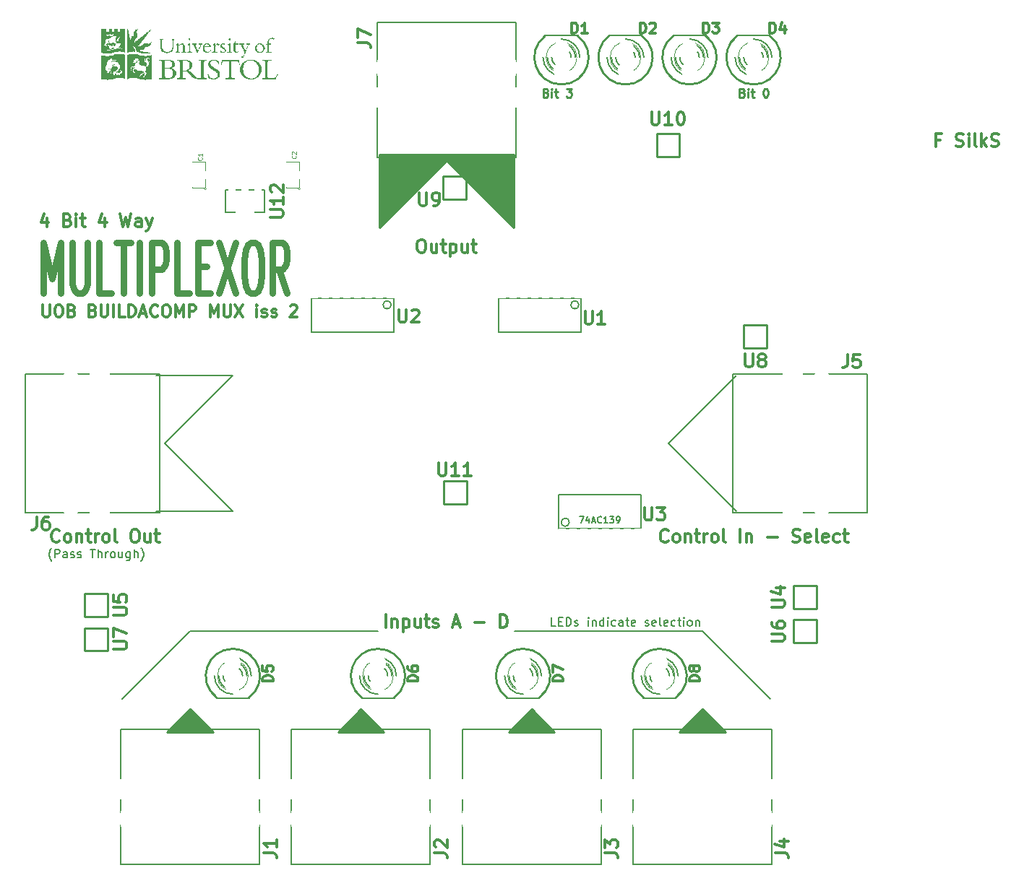
<source format=gto>
G04 (created by PCBNEW (2013-07-07 BZR 4022)-stable) date 9/18/2013 11:59:41*
%MOIN*%
G04 Gerber Fmt 3.4, Leading zero omitted, Abs format*
%FSLAX34Y34*%
G01*
G70*
G90*
G04 APERTURE LIST*
%ADD10C,0.00590551*%
%ADD11C,0.011811*%
%ADD12C,0.0295276*%
%ADD13C,0.00787402*%
%ADD14C,0.00984252*%
%ADD15C,0.0098*%
%ADD16C,0.005*%
%ADD17C,0.008*%
%ADD18C,0.003*%
%ADD19C,0.01*%
%ADD20C,0.006*%
%ADD21C,0.0039*%
%ADD22C,0.0001*%
%ADD23C,0.012*%
%ADD24C,0.0059*%
%ADD25C,0.0043*%
%ADD26R,0.019674X0.033474*%
%ADD27R,0.033474X0.019674*%
%ADD28R,0.0348425X0.0598425*%
%ADD29C,0.0758425*%
%ADD30C,0.246063*%
%ADD31R,0.0648425X0.0448425*%
%ADD32C,0.153543*%
%ADD33C,0.0689425*%
%ADD34C,0.0964567*%
%ADD35R,0.0374425X0.0728425*%
%ADD36R,0.0374425X0.0925425*%
%ADD37R,0.0885425X0.118143*%
G04 APERTURE END LIST*
G54D10*
G54D11*
X49156Y-11976D02*
X48959Y-11976D01*
X48959Y-12286D02*
X48959Y-11695D01*
X49240Y-11695D01*
X49887Y-12258D02*
X49971Y-12286D01*
X50112Y-12286D01*
X50168Y-12258D01*
X50196Y-12230D01*
X50224Y-12173D01*
X50224Y-12117D01*
X50196Y-12061D01*
X50168Y-12033D01*
X50112Y-12005D01*
X50000Y-11976D01*
X49943Y-11948D01*
X49915Y-11920D01*
X49887Y-11864D01*
X49887Y-11808D01*
X49915Y-11751D01*
X49943Y-11723D01*
X50000Y-11695D01*
X50140Y-11695D01*
X50224Y-11723D01*
X50478Y-12286D02*
X50478Y-11892D01*
X50478Y-11695D02*
X50449Y-11723D01*
X50478Y-11751D01*
X50506Y-11723D01*
X50478Y-11695D01*
X50478Y-11751D01*
X50843Y-12286D02*
X50787Y-12258D01*
X50759Y-12201D01*
X50759Y-11695D01*
X51068Y-12286D02*
X51068Y-11695D01*
X51124Y-12061D02*
X51293Y-12286D01*
X51293Y-11892D02*
X51068Y-12117D01*
X51518Y-12258D02*
X51602Y-12286D01*
X51743Y-12286D01*
X51799Y-12258D01*
X51827Y-12230D01*
X51856Y-12173D01*
X51856Y-12117D01*
X51827Y-12061D01*
X51799Y-12033D01*
X51743Y-12005D01*
X51631Y-11976D01*
X51574Y-11948D01*
X51546Y-11920D01*
X51518Y-11864D01*
X51518Y-11808D01*
X51546Y-11751D01*
X51574Y-11723D01*
X51631Y-11695D01*
X51771Y-11695D01*
X51856Y-11723D01*
X7769Y-19593D02*
X7769Y-20039D01*
X7795Y-20091D01*
X7821Y-20118D01*
X7874Y-20144D01*
X7979Y-20144D01*
X8031Y-20118D01*
X8057Y-20091D01*
X8083Y-20039D01*
X8083Y-19593D01*
X8451Y-19593D02*
X8556Y-19593D01*
X8608Y-19619D01*
X8661Y-19671D01*
X8687Y-19776D01*
X8687Y-19960D01*
X8661Y-20065D01*
X8608Y-20118D01*
X8556Y-20144D01*
X8451Y-20144D01*
X8398Y-20118D01*
X8346Y-20065D01*
X8320Y-19960D01*
X8320Y-19776D01*
X8346Y-19671D01*
X8398Y-19619D01*
X8451Y-19593D01*
X9107Y-19855D02*
X9186Y-19881D01*
X9212Y-19908D01*
X9238Y-19960D01*
X9238Y-20039D01*
X9212Y-20091D01*
X9186Y-20118D01*
X9133Y-20144D01*
X8923Y-20144D01*
X8923Y-19593D01*
X9107Y-19593D01*
X9160Y-19619D01*
X9186Y-19645D01*
X9212Y-19698D01*
X9212Y-19750D01*
X9186Y-19803D01*
X9160Y-19829D01*
X9107Y-19855D01*
X8923Y-19855D01*
X10078Y-19855D02*
X10157Y-19881D01*
X10183Y-19908D01*
X10209Y-19960D01*
X10209Y-20039D01*
X10183Y-20091D01*
X10157Y-20118D01*
X10104Y-20144D01*
X9895Y-20144D01*
X9895Y-19593D01*
X10078Y-19593D01*
X10131Y-19619D01*
X10157Y-19645D01*
X10183Y-19698D01*
X10183Y-19750D01*
X10157Y-19803D01*
X10131Y-19829D01*
X10078Y-19855D01*
X9895Y-19855D01*
X10446Y-19593D02*
X10446Y-20039D01*
X10472Y-20091D01*
X10498Y-20118D01*
X10551Y-20144D01*
X10656Y-20144D01*
X10708Y-20118D01*
X10734Y-20091D01*
X10761Y-20039D01*
X10761Y-19593D01*
X11023Y-20144D02*
X11023Y-19593D01*
X11548Y-20144D02*
X11286Y-20144D01*
X11286Y-19593D01*
X11732Y-20144D02*
X11732Y-19593D01*
X11863Y-19593D01*
X11942Y-19619D01*
X11994Y-19671D01*
X12020Y-19724D01*
X12047Y-19829D01*
X12047Y-19908D01*
X12020Y-20013D01*
X11994Y-20065D01*
X11942Y-20118D01*
X11863Y-20144D01*
X11732Y-20144D01*
X12257Y-19986D02*
X12519Y-19986D01*
X12204Y-20144D02*
X12388Y-19593D01*
X12572Y-20144D01*
X13070Y-20091D02*
X13044Y-20118D01*
X12965Y-20144D01*
X12913Y-20144D01*
X12834Y-20118D01*
X12782Y-20065D01*
X12755Y-20013D01*
X12729Y-19908D01*
X12729Y-19829D01*
X12755Y-19724D01*
X12782Y-19671D01*
X12834Y-19619D01*
X12913Y-19593D01*
X12965Y-19593D01*
X13044Y-19619D01*
X13070Y-19645D01*
X13412Y-19593D02*
X13517Y-19593D01*
X13569Y-19619D01*
X13622Y-19671D01*
X13648Y-19776D01*
X13648Y-19960D01*
X13622Y-20065D01*
X13569Y-20118D01*
X13517Y-20144D01*
X13412Y-20144D01*
X13359Y-20118D01*
X13307Y-20065D01*
X13280Y-19960D01*
X13280Y-19776D01*
X13307Y-19671D01*
X13359Y-19619D01*
X13412Y-19593D01*
X13884Y-20144D02*
X13884Y-19593D01*
X14068Y-19986D01*
X14251Y-19593D01*
X14251Y-20144D01*
X14514Y-20144D02*
X14514Y-19593D01*
X14724Y-19593D01*
X14776Y-19619D01*
X14803Y-19645D01*
X14829Y-19698D01*
X14829Y-19776D01*
X14803Y-19829D01*
X14776Y-19855D01*
X14724Y-19881D01*
X14514Y-19881D01*
X15485Y-20144D02*
X15485Y-19593D01*
X15669Y-19986D01*
X15853Y-19593D01*
X15853Y-20144D01*
X16115Y-19593D02*
X16115Y-20039D01*
X16141Y-20091D01*
X16167Y-20118D01*
X16220Y-20144D01*
X16325Y-20144D01*
X16377Y-20118D01*
X16404Y-20091D01*
X16430Y-20039D01*
X16430Y-19593D01*
X16640Y-19593D02*
X17007Y-20144D01*
X17007Y-19593D02*
X16640Y-20144D01*
X17637Y-20144D02*
X17637Y-19776D01*
X17637Y-19593D02*
X17611Y-19619D01*
X17637Y-19645D01*
X17664Y-19619D01*
X17637Y-19593D01*
X17637Y-19645D01*
X17874Y-20118D02*
X17926Y-20144D01*
X18031Y-20144D01*
X18083Y-20118D01*
X18110Y-20065D01*
X18110Y-20039D01*
X18083Y-19986D01*
X18031Y-19960D01*
X17952Y-19960D01*
X17900Y-19934D01*
X17874Y-19881D01*
X17874Y-19855D01*
X17900Y-19803D01*
X17952Y-19776D01*
X18031Y-19776D01*
X18083Y-19803D01*
X18320Y-20118D02*
X18372Y-20144D01*
X18477Y-20144D01*
X18530Y-20118D01*
X18556Y-20065D01*
X18556Y-20039D01*
X18530Y-19986D01*
X18477Y-19960D01*
X18398Y-19960D01*
X18346Y-19934D01*
X18320Y-19881D01*
X18320Y-19855D01*
X18346Y-19803D01*
X18398Y-19776D01*
X18477Y-19776D01*
X18530Y-19803D01*
X19186Y-19645D02*
X19212Y-19619D01*
X19265Y-19593D01*
X19396Y-19593D01*
X19448Y-19619D01*
X19475Y-19645D01*
X19501Y-19698D01*
X19501Y-19750D01*
X19475Y-19829D01*
X19160Y-20144D01*
X19501Y-20144D01*
X7958Y-15593D02*
X7958Y-15987D01*
X7817Y-15368D02*
X7677Y-15790D01*
X8042Y-15790D01*
X8914Y-15677D02*
X8998Y-15705D01*
X9026Y-15733D01*
X9055Y-15790D01*
X9055Y-15874D01*
X9026Y-15930D01*
X8998Y-15958D01*
X8942Y-15987D01*
X8717Y-15987D01*
X8717Y-15396D01*
X8914Y-15396D01*
X8970Y-15424D01*
X8998Y-15452D01*
X9026Y-15508D01*
X9026Y-15565D01*
X8998Y-15621D01*
X8970Y-15649D01*
X8914Y-15677D01*
X8717Y-15677D01*
X9308Y-15987D02*
X9308Y-15593D01*
X9308Y-15396D02*
X9280Y-15424D01*
X9308Y-15452D01*
X9336Y-15424D01*
X9308Y-15396D01*
X9308Y-15452D01*
X9505Y-15593D02*
X9730Y-15593D01*
X9589Y-15396D02*
X9589Y-15902D01*
X9617Y-15958D01*
X9673Y-15987D01*
X9730Y-15987D01*
X10629Y-15593D02*
X10629Y-15987D01*
X10489Y-15368D02*
X10348Y-15790D01*
X10714Y-15790D01*
X11332Y-15396D02*
X11473Y-15987D01*
X11586Y-15565D01*
X11698Y-15987D01*
X11839Y-15396D01*
X12317Y-15987D02*
X12317Y-15677D01*
X12289Y-15621D01*
X12232Y-15593D01*
X12120Y-15593D01*
X12064Y-15621D01*
X12317Y-15958D02*
X12260Y-15987D01*
X12120Y-15987D01*
X12064Y-15958D01*
X12035Y-15902D01*
X12035Y-15846D01*
X12064Y-15790D01*
X12120Y-15762D01*
X12260Y-15762D01*
X12317Y-15733D01*
X12542Y-15593D02*
X12682Y-15987D01*
X12823Y-15593D02*
X12682Y-15987D01*
X12626Y-16127D01*
X12598Y-16155D01*
X12542Y-16183D01*
G54D12*
X7789Y-19066D02*
X7789Y-16704D01*
X8183Y-18391D01*
X8577Y-16704D01*
X8577Y-19066D01*
X9139Y-16704D02*
X9139Y-18616D01*
X9195Y-18841D01*
X9251Y-18953D01*
X9364Y-19066D01*
X9589Y-19066D01*
X9701Y-18953D01*
X9758Y-18841D01*
X9814Y-18616D01*
X9814Y-16704D01*
X10939Y-19066D02*
X10376Y-19066D01*
X10376Y-16704D01*
X11164Y-16704D02*
X11839Y-16704D01*
X11501Y-19066D02*
X11501Y-16704D01*
X12232Y-19066D02*
X12232Y-16704D01*
X12795Y-19066D02*
X12795Y-16704D01*
X13245Y-16704D01*
X13357Y-16816D01*
X13413Y-16929D01*
X13470Y-17154D01*
X13470Y-17491D01*
X13413Y-17716D01*
X13357Y-17829D01*
X13245Y-17941D01*
X12795Y-17941D01*
X14538Y-19066D02*
X13976Y-19066D01*
X13976Y-16704D01*
X14932Y-17829D02*
X15326Y-17829D01*
X15494Y-19066D02*
X14932Y-19066D01*
X14932Y-16704D01*
X15494Y-16704D01*
X15888Y-16704D02*
X16676Y-19066D01*
X16676Y-16704D02*
X15888Y-19066D01*
X17350Y-16704D02*
X17575Y-16704D01*
X17688Y-16816D01*
X17800Y-17041D01*
X17857Y-17491D01*
X17857Y-18278D01*
X17800Y-18728D01*
X17688Y-18953D01*
X17575Y-19066D01*
X17350Y-19066D01*
X17238Y-18953D01*
X17125Y-18728D01*
X17069Y-18278D01*
X17069Y-17491D01*
X17125Y-17041D01*
X17238Y-16816D01*
X17350Y-16704D01*
X19038Y-19066D02*
X18644Y-17941D01*
X18363Y-19066D02*
X18363Y-16704D01*
X18813Y-16704D01*
X18925Y-16816D01*
X18982Y-16929D01*
X19038Y-17154D01*
X19038Y-17491D01*
X18982Y-17716D01*
X18925Y-17829D01*
X18813Y-17941D01*
X18363Y-17941D01*
G54D13*
X8173Y-31411D02*
X8155Y-31392D01*
X8117Y-31336D01*
X8098Y-31299D01*
X8080Y-31242D01*
X8061Y-31149D01*
X8061Y-31074D01*
X8080Y-30980D01*
X8098Y-30924D01*
X8117Y-30886D01*
X8155Y-30830D01*
X8173Y-30811D01*
X8323Y-31261D02*
X8323Y-30868D01*
X8473Y-30868D01*
X8511Y-30886D01*
X8530Y-30905D01*
X8548Y-30943D01*
X8548Y-30999D01*
X8530Y-31036D01*
X8511Y-31055D01*
X8473Y-31074D01*
X8323Y-31074D01*
X8886Y-31261D02*
X8886Y-31055D01*
X8867Y-31017D01*
X8830Y-30999D01*
X8755Y-30999D01*
X8717Y-31017D01*
X8886Y-31242D02*
X8848Y-31261D01*
X8755Y-31261D01*
X8717Y-31242D01*
X8698Y-31205D01*
X8698Y-31167D01*
X8717Y-31130D01*
X8755Y-31111D01*
X8848Y-31111D01*
X8886Y-31092D01*
X9055Y-31242D02*
X9092Y-31261D01*
X9167Y-31261D01*
X9205Y-31242D01*
X9223Y-31205D01*
X9223Y-31186D01*
X9205Y-31149D01*
X9167Y-31130D01*
X9111Y-31130D01*
X9073Y-31111D01*
X9055Y-31074D01*
X9055Y-31055D01*
X9073Y-31017D01*
X9111Y-30999D01*
X9167Y-30999D01*
X9205Y-31017D01*
X9373Y-31242D02*
X9411Y-31261D01*
X9486Y-31261D01*
X9523Y-31242D01*
X9542Y-31205D01*
X9542Y-31186D01*
X9523Y-31149D01*
X9486Y-31130D01*
X9430Y-31130D01*
X9392Y-31111D01*
X9373Y-31074D01*
X9373Y-31055D01*
X9392Y-31017D01*
X9430Y-30999D01*
X9486Y-30999D01*
X9523Y-31017D01*
X9955Y-30868D02*
X10179Y-30868D01*
X10067Y-31261D02*
X10067Y-30868D01*
X10311Y-31261D02*
X10311Y-30868D01*
X10479Y-31261D02*
X10479Y-31055D01*
X10461Y-31017D01*
X10423Y-30999D01*
X10367Y-30999D01*
X10329Y-31017D01*
X10311Y-31036D01*
X10667Y-31261D02*
X10667Y-30999D01*
X10667Y-31074D02*
X10686Y-31036D01*
X10704Y-31017D01*
X10742Y-30999D01*
X10779Y-30999D01*
X10967Y-31261D02*
X10929Y-31242D01*
X10911Y-31224D01*
X10892Y-31186D01*
X10892Y-31074D01*
X10911Y-31036D01*
X10929Y-31017D01*
X10967Y-30999D01*
X11023Y-30999D01*
X11061Y-31017D01*
X11079Y-31036D01*
X11098Y-31074D01*
X11098Y-31186D01*
X11079Y-31224D01*
X11061Y-31242D01*
X11023Y-31261D01*
X10967Y-31261D01*
X11436Y-30999D02*
X11436Y-31261D01*
X11267Y-30999D02*
X11267Y-31205D01*
X11286Y-31242D01*
X11323Y-31261D01*
X11379Y-31261D01*
X11417Y-31242D01*
X11436Y-31224D01*
X11792Y-30999D02*
X11792Y-31317D01*
X11773Y-31355D01*
X11754Y-31374D01*
X11717Y-31392D01*
X11661Y-31392D01*
X11623Y-31374D01*
X11792Y-31242D02*
X11754Y-31261D01*
X11679Y-31261D01*
X11642Y-31242D01*
X11623Y-31224D01*
X11604Y-31186D01*
X11604Y-31074D01*
X11623Y-31036D01*
X11642Y-31017D01*
X11679Y-30999D01*
X11754Y-30999D01*
X11792Y-31017D01*
X11979Y-31261D02*
X11979Y-30868D01*
X12148Y-31261D02*
X12148Y-31055D01*
X12129Y-31017D01*
X12092Y-30999D01*
X12035Y-30999D01*
X11998Y-31017D01*
X11979Y-31036D01*
X12298Y-31411D02*
X12317Y-31392D01*
X12354Y-31336D01*
X12373Y-31299D01*
X12392Y-31242D01*
X12410Y-31149D01*
X12410Y-31074D01*
X12392Y-30980D01*
X12373Y-30924D01*
X12354Y-30886D01*
X12317Y-30830D01*
X12298Y-30811D01*
X31430Y-34411D02*
X31242Y-34411D01*
X31242Y-34017D01*
X31561Y-34205D02*
X31692Y-34205D01*
X31749Y-34411D02*
X31561Y-34411D01*
X31561Y-34017D01*
X31749Y-34017D01*
X31917Y-34411D02*
X31917Y-34017D01*
X32011Y-34017D01*
X32067Y-34036D01*
X32105Y-34073D01*
X32124Y-34111D01*
X32142Y-34186D01*
X32142Y-34242D01*
X32124Y-34317D01*
X32105Y-34355D01*
X32067Y-34392D01*
X32011Y-34411D01*
X31917Y-34411D01*
X32292Y-34392D02*
X32330Y-34411D01*
X32405Y-34411D01*
X32442Y-34392D01*
X32461Y-34355D01*
X32461Y-34336D01*
X32442Y-34298D01*
X32405Y-34280D01*
X32349Y-34280D01*
X32311Y-34261D01*
X32292Y-34223D01*
X32292Y-34205D01*
X32311Y-34167D01*
X32349Y-34148D01*
X32405Y-34148D01*
X32442Y-34167D01*
X32930Y-34411D02*
X32930Y-34148D01*
X32930Y-34017D02*
X32911Y-34036D01*
X32930Y-34055D01*
X32949Y-34036D01*
X32930Y-34017D01*
X32930Y-34055D01*
X33117Y-34148D02*
X33117Y-34411D01*
X33117Y-34186D02*
X33136Y-34167D01*
X33173Y-34148D01*
X33230Y-34148D01*
X33267Y-34167D01*
X33286Y-34205D01*
X33286Y-34411D01*
X33642Y-34411D02*
X33642Y-34017D01*
X33642Y-34392D02*
X33605Y-34411D01*
X33530Y-34411D01*
X33492Y-34392D01*
X33473Y-34373D01*
X33455Y-34336D01*
X33455Y-34223D01*
X33473Y-34186D01*
X33492Y-34167D01*
X33530Y-34148D01*
X33605Y-34148D01*
X33642Y-34167D01*
X33830Y-34411D02*
X33830Y-34148D01*
X33830Y-34017D02*
X33811Y-34036D01*
X33830Y-34055D01*
X33848Y-34036D01*
X33830Y-34017D01*
X33830Y-34055D01*
X34186Y-34392D02*
X34148Y-34411D01*
X34073Y-34411D01*
X34036Y-34392D01*
X34017Y-34373D01*
X33998Y-34336D01*
X33998Y-34223D01*
X34017Y-34186D01*
X34036Y-34167D01*
X34073Y-34148D01*
X34148Y-34148D01*
X34186Y-34167D01*
X34523Y-34411D02*
X34523Y-34205D01*
X34505Y-34167D01*
X34467Y-34148D01*
X34392Y-34148D01*
X34355Y-34167D01*
X34523Y-34392D02*
X34486Y-34411D01*
X34392Y-34411D01*
X34355Y-34392D01*
X34336Y-34355D01*
X34336Y-34317D01*
X34355Y-34280D01*
X34392Y-34261D01*
X34486Y-34261D01*
X34523Y-34242D01*
X34655Y-34148D02*
X34805Y-34148D01*
X34711Y-34017D02*
X34711Y-34355D01*
X34730Y-34392D01*
X34767Y-34411D01*
X34805Y-34411D01*
X35086Y-34392D02*
X35048Y-34411D01*
X34973Y-34411D01*
X34936Y-34392D01*
X34917Y-34355D01*
X34917Y-34205D01*
X34936Y-34167D01*
X34973Y-34148D01*
X35048Y-34148D01*
X35086Y-34167D01*
X35104Y-34205D01*
X35104Y-34242D01*
X34917Y-34280D01*
X35554Y-34392D02*
X35592Y-34411D01*
X35667Y-34411D01*
X35704Y-34392D01*
X35723Y-34355D01*
X35723Y-34336D01*
X35704Y-34298D01*
X35667Y-34280D01*
X35611Y-34280D01*
X35573Y-34261D01*
X35554Y-34223D01*
X35554Y-34205D01*
X35573Y-34167D01*
X35611Y-34148D01*
X35667Y-34148D01*
X35704Y-34167D01*
X36042Y-34392D02*
X36004Y-34411D01*
X35929Y-34411D01*
X35892Y-34392D01*
X35873Y-34355D01*
X35873Y-34205D01*
X35892Y-34167D01*
X35929Y-34148D01*
X36004Y-34148D01*
X36042Y-34167D01*
X36061Y-34205D01*
X36061Y-34242D01*
X35873Y-34280D01*
X36286Y-34411D02*
X36248Y-34392D01*
X36229Y-34355D01*
X36229Y-34017D01*
X36586Y-34392D02*
X36548Y-34411D01*
X36473Y-34411D01*
X36436Y-34392D01*
X36417Y-34355D01*
X36417Y-34205D01*
X36436Y-34167D01*
X36473Y-34148D01*
X36548Y-34148D01*
X36586Y-34167D01*
X36604Y-34205D01*
X36604Y-34242D01*
X36417Y-34280D01*
X36942Y-34392D02*
X36904Y-34411D01*
X36829Y-34411D01*
X36792Y-34392D01*
X36773Y-34373D01*
X36754Y-34336D01*
X36754Y-34223D01*
X36773Y-34186D01*
X36792Y-34167D01*
X36829Y-34148D01*
X36904Y-34148D01*
X36942Y-34167D01*
X37054Y-34148D02*
X37204Y-34148D01*
X37110Y-34017D02*
X37110Y-34355D01*
X37129Y-34392D01*
X37167Y-34411D01*
X37204Y-34411D01*
X37335Y-34411D02*
X37335Y-34148D01*
X37335Y-34017D02*
X37317Y-34036D01*
X37335Y-34055D01*
X37354Y-34036D01*
X37335Y-34017D01*
X37335Y-34055D01*
X37579Y-34411D02*
X37542Y-34392D01*
X37523Y-34373D01*
X37504Y-34336D01*
X37504Y-34223D01*
X37523Y-34186D01*
X37542Y-34167D01*
X37579Y-34148D01*
X37635Y-34148D01*
X37673Y-34167D01*
X37692Y-34186D01*
X37710Y-34223D01*
X37710Y-34336D01*
X37692Y-34373D01*
X37673Y-34392D01*
X37635Y-34411D01*
X37579Y-34411D01*
X37879Y-34148D02*
X37879Y-34411D01*
X37879Y-34186D02*
X37898Y-34167D01*
X37935Y-34148D01*
X37992Y-34148D01*
X38029Y-34167D01*
X38048Y-34205D01*
X38048Y-34411D01*
G54D11*
X8534Y-30497D02*
X8506Y-30525D01*
X8422Y-30553D01*
X8366Y-30553D01*
X8281Y-30525D01*
X8225Y-30469D01*
X8197Y-30413D01*
X8169Y-30300D01*
X8169Y-30216D01*
X8197Y-30104D01*
X8225Y-30047D01*
X8281Y-29991D01*
X8366Y-29963D01*
X8422Y-29963D01*
X8506Y-29991D01*
X8534Y-30019D01*
X8872Y-30553D02*
X8816Y-30525D01*
X8787Y-30497D01*
X8759Y-30441D01*
X8759Y-30272D01*
X8787Y-30216D01*
X8816Y-30188D01*
X8872Y-30160D01*
X8956Y-30160D01*
X9012Y-30188D01*
X9041Y-30216D01*
X9069Y-30272D01*
X9069Y-30441D01*
X9041Y-30497D01*
X9012Y-30525D01*
X8956Y-30553D01*
X8872Y-30553D01*
X9322Y-30160D02*
X9322Y-30553D01*
X9322Y-30216D02*
X9350Y-30188D01*
X9406Y-30160D01*
X9491Y-30160D01*
X9547Y-30188D01*
X9575Y-30244D01*
X9575Y-30553D01*
X9772Y-30160D02*
X9997Y-30160D01*
X9856Y-29963D02*
X9856Y-30469D01*
X9884Y-30525D01*
X9940Y-30553D01*
X9997Y-30553D01*
X10194Y-30553D02*
X10194Y-30160D01*
X10194Y-30272D02*
X10222Y-30216D01*
X10250Y-30188D01*
X10306Y-30160D01*
X10362Y-30160D01*
X10643Y-30553D02*
X10587Y-30525D01*
X10559Y-30497D01*
X10531Y-30441D01*
X10531Y-30272D01*
X10559Y-30216D01*
X10587Y-30188D01*
X10643Y-30160D01*
X10728Y-30160D01*
X10784Y-30188D01*
X10812Y-30216D01*
X10840Y-30272D01*
X10840Y-30441D01*
X10812Y-30497D01*
X10784Y-30525D01*
X10728Y-30553D01*
X10643Y-30553D01*
X11178Y-30553D02*
X11122Y-30525D01*
X11093Y-30469D01*
X11093Y-29963D01*
X11965Y-29963D02*
X12078Y-29963D01*
X12134Y-29991D01*
X12190Y-30047D01*
X12218Y-30160D01*
X12218Y-30357D01*
X12190Y-30469D01*
X12134Y-30525D01*
X12078Y-30553D01*
X11965Y-30553D01*
X11909Y-30525D01*
X11853Y-30469D01*
X11825Y-30357D01*
X11825Y-30160D01*
X11853Y-30047D01*
X11909Y-29991D01*
X11965Y-29963D01*
X12724Y-30160D02*
X12724Y-30553D01*
X12471Y-30160D02*
X12471Y-30469D01*
X12500Y-30525D01*
X12556Y-30553D01*
X12640Y-30553D01*
X12696Y-30525D01*
X12724Y-30497D01*
X12921Y-30160D02*
X13146Y-30160D01*
X13006Y-29963D02*
X13006Y-30469D01*
X13034Y-30525D01*
X13090Y-30553D01*
X13146Y-30553D01*
X36614Y-30497D02*
X36586Y-30525D01*
X36501Y-30553D01*
X36445Y-30553D01*
X36361Y-30525D01*
X36304Y-30469D01*
X36276Y-30413D01*
X36248Y-30300D01*
X36248Y-30216D01*
X36276Y-30104D01*
X36304Y-30047D01*
X36361Y-29991D01*
X36445Y-29963D01*
X36501Y-29963D01*
X36586Y-29991D01*
X36614Y-30019D01*
X36951Y-30553D02*
X36895Y-30525D01*
X36867Y-30497D01*
X36839Y-30441D01*
X36839Y-30272D01*
X36867Y-30216D01*
X36895Y-30188D01*
X36951Y-30160D01*
X37035Y-30160D01*
X37092Y-30188D01*
X37120Y-30216D01*
X37148Y-30272D01*
X37148Y-30441D01*
X37120Y-30497D01*
X37092Y-30525D01*
X37035Y-30553D01*
X36951Y-30553D01*
X37401Y-30160D02*
X37401Y-30553D01*
X37401Y-30216D02*
X37429Y-30188D01*
X37485Y-30160D01*
X37570Y-30160D01*
X37626Y-30188D01*
X37654Y-30244D01*
X37654Y-30553D01*
X37851Y-30160D02*
X38076Y-30160D01*
X37935Y-29963D02*
X37935Y-30469D01*
X37964Y-30525D01*
X38020Y-30553D01*
X38076Y-30553D01*
X38273Y-30553D02*
X38273Y-30160D01*
X38273Y-30272D02*
X38301Y-30216D01*
X38329Y-30188D01*
X38385Y-30160D01*
X38442Y-30160D01*
X38723Y-30553D02*
X38667Y-30525D01*
X38638Y-30497D01*
X38610Y-30441D01*
X38610Y-30272D01*
X38638Y-30216D01*
X38667Y-30188D01*
X38723Y-30160D01*
X38807Y-30160D01*
X38863Y-30188D01*
X38892Y-30216D01*
X38920Y-30272D01*
X38920Y-30441D01*
X38892Y-30497D01*
X38863Y-30525D01*
X38807Y-30553D01*
X38723Y-30553D01*
X39257Y-30553D02*
X39201Y-30525D01*
X39173Y-30469D01*
X39173Y-29963D01*
X39932Y-30553D02*
X39932Y-29963D01*
X40213Y-30160D02*
X40213Y-30553D01*
X40213Y-30216D02*
X40241Y-30188D01*
X40298Y-30160D01*
X40382Y-30160D01*
X40438Y-30188D01*
X40466Y-30244D01*
X40466Y-30553D01*
X41197Y-30329D02*
X41647Y-30329D01*
X42350Y-30525D02*
X42435Y-30553D01*
X42575Y-30553D01*
X42632Y-30525D01*
X42660Y-30497D01*
X42688Y-30441D01*
X42688Y-30385D01*
X42660Y-30329D01*
X42632Y-30300D01*
X42575Y-30272D01*
X42463Y-30244D01*
X42407Y-30216D01*
X42379Y-30188D01*
X42350Y-30132D01*
X42350Y-30075D01*
X42379Y-30019D01*
X42407Y-29991D01*
X42463Y-29963D01*
X42604Y-29963D01*
X42688Y-29991D01*
X43166Y-30525D02*
X43110Y-30553D01*
X42997Y-30553D01*
X42941Y-30525D01*
X42913Y-30469D01*
X42913Y-30244D01*
X42941Y-30188D01*
X42997Y-30160D01*
X43110Y-30160D01*
X43166Y-30188D01*
X43194Y-30244D01*
X43194Y-30300D01*
X42913Y-30357D01*
X43532Y-30553D02*
X43475Y-30525D01*
X43447Y-30469D01*
X43447Y-29963D01*
X43982Y-30525D02*
X43925Y-30553D01*
X43813Y-30553D01*
X43757Y-30525D01*
X43728Y-30469D01*
X43728Y-30244D01*
X43757Y-30188D01*
X43813Y-30160D01*
X43925Y-30160D01*
X43982Y-30188D01*
X44010Y-30244D01*
X44010Y-30300D01*
X43728Y-30357D01*
X44516Y-30525D02*
X44460Y-30553D01*
X44347Y-30553D01*
X44291Y-30525D01*
X44263Y-30497D01*
X44235Y-30441D01*
X44235Y-30272D01*
X44263Y-30216D01*
X44291Y-30188D01*
X44347Y-30160D01*
X44460Y-30160D01*
X44516Y-30188D01*
X44685Y-30160D02*
X44910Y-30160D01*
X44769Y-29963D02*
X44769Y-30469D01*
X44797Y-30525D01*
X44853Y-30553D01*
X44910Y-30553D01*
G54D13*
X38188Y-34645D02*
X41338Y-37795D01*
X29527Y-34645D02*
X38188Y-34645D01*
X14566Y-34645D02*
X11417Y-37795D01*
X23228Y-34645D02*
X14566Y-34645D01*
G54D11*
X23579Y-34491D02*
X23579Y-33900D01*
X23861Y-34097D02*
X23861Y-34491D01*
X23861Y-34153D02*
X23889Y-34125D01*
X23945Y-34097D01*
X24029Y-34097D01*
X24086Y-34125D01*
X24114Y-34181D01*
X24114Y-34491D01*
X24395Y-34097D02*
X24395Y-34687D01*
X24395Y-34125D02*
X24451Y-34097D01*
X24564Y-34097D01*
X24620Y-34125D01*
X24648Y-34153D01*
X24676Y-34209D01*
X24676Y-34378D01*
X24648Y-34434D01*
X24620Y-34462D01*
X24564Y-34491D01*
X24451Y-34491D01*
X24395Y-34462D01*
X25182Y-34097D02*
X25182Y-34491D01*
X24929Y-34097D02*
X24929Y-34406D01*
X24957Y-34462D01*
X25014Y-34491D01*
X25098Y-34491D01*
X25154Y-34462D01*
X25182Y-34434D01*
X25379Y-34097D02*
X25604Y-34097D01*
X25464Y-33900D02*
X25464Y-34406D01*
X25492Y-34462D01*
X25548Y-34491D01*
X25604Y-34491D01*
X25773Y-34462D02*
X25829Y-34491D01*
X25942Y-34491D01*
X25998Y-34462D01*
X26026Y-34406D01*
X26026Y-34378D01*
X25998Y-34322D01*
X25942Y-34294D01*
X25857Y-34294D01*
X25801Y-34266D01*
X25773Y-34209D01*
X25773Y-34181D01*
X25801Y-34125D01*
X25857Y-34097D01*
X25942Y-34097D01*
X25998Y-34125D01*
X26701Y-34322D02*
X26982Y-34322D01*
X26645Y-34491D02*
X26841Y-33900D01*
X27038Y-34491D01*
X27685Y-34266D02*
X28135Y-34266D01*
X28866Y-34491D02*
X28866Y-33900D01*
X29007Y-33900D01*
X29091Y-33928D01*
X29147Y-33984D01*
X29176Y-34041D01*
X29204Y-34153D01*
X29204Y-34237D01*
X29176Y-34350D01*
X29147Y-34406D01*
X29091Y-34462D01*
X29007Y-34491D01*
X28866Y-34491D01*
G54D14*
X40035Y-9795D02*
X40091Y-9814D01*
X40110Y-9833D01*
X40129Y-9870D01*
X40129Y-9926D01*
X40110Y-9964D01*
X40091Y-9983D01*
X40054Y-10001D01*
X39904Y-10001D01*
X39904Y-9608D01*
X40035Y-9608D01*
X40073Y-9626D01*
X40091Y-9645D01*
X40110Y-9683D01*
X40110Y-9720D01*
X40091Y-9758D01*
X40073Y-9776D01*
X40035Y-9795D01*
X39904Y-9795D01*
X40298Y-10001D02*
X40298Y-9739D01*
X40298Y-9608D02*
X40279Y-9626D01*
X40298Y-9645D01*
X40316Y-9626D01*
X40298Y-9608D01*
X40298Y-9645D01*
X40429Y-9739D02*
X40579Y-9739D01*
X40485Y-9608D02*
X40485Y-9945D01*
X40504Y-9983D01*
X40541Y-10001D01*
X40579Y-10001D01*
X41085Y-9608D02*
X41122Y-9608D01*
X41160Y-9626D01*
X41179Y-9645D01*
X41197Y-9683D01*
X41216Y-9758D01*
X41216Y-9851D01*
X41197Y-9926D01*
X41179Y-9964D01*
X41160Y-9983D01*
X41122Y-10001D01*
X41085Y-10001D01*
X41047Y-9983D01*
X41029Y-9964D01*
X41010Y-9926D01*
X40991Y-9851D01*
X40991Y-9758D01*
X41010Y-9683D01*
X41029Y-9645D01*
X41047Y-9626D01*
X41085Y-9608D01*
X30980Y-9795D02*
X31036Y-9814D01*
X31055Y-9833D01*
X31074Y-9870D01*
X31074Y-9926D01*
X31055Y-9964D01*
X31036Y-9983D01*
X30999Y-10001D01*
X30849Y-10001D01*
X30849Y-9608D01*
X30980Y-9608D01*
X31017Y-9626D01*
X31036Y-9645D01*
X31055Y-9683D01*
X31055Y-9720D01*
X31036Y-9758D01*
X31017Y-9776D01*
X30980Y-9795D01*
X30849Y-9795D01*
X31242Y-10001D02*
X31242Y-9739D01*
X31242Y-9608D02*
X31224Y-9626D01*
X31242Y-9645D01*
X31261Y-9626D01*
X31242Y-9608D01*
X31242Y-9645D01*
X31374Y-9739D02*
X31524Y-9739D01*
X31430Y-9608D02*
X31430Y-9945D01*
X31449Y-9983D01*
X31486Y-10001D01*
X31524Y-10001D01*
X31917Y-9608D02*
X32161Y-9608D01*
X32030Y-9758D01*
X32086Y-9758D01*
X32124Y-9776D01*
X32142Y-9795D01*
X32161Y-9833D01*
X32161Y-9926D01*
X32142Y-9964D01*
X32124Y-9983D01*
X32086Y-10001D01*
X31974Y-10001D01*
X31936Y-9983D01*
X31917Y-9964D01*
G54D11*
X25182Y-16577D02*
X25295Y-16577D01*
X25351Y-16605D01*
X25407Y-16661D01*
X25435Y-16774D01*
X25435Y-16971D01*
X25407Y-17083D01*
X25351Y-17140D01*
X25295Y-17168D01*
X25182Y-17168D01*
X25126Y-17140D01*
X25070Y-17083D01*
X25042Y-16971D01*
X25042Y-16774D01*
X25070Y-16661D01*
X25126Y-16605D01*
X25182Y-16577D01*
X25942Y-16774D02*
X25942Y-17168D01*
X25688Y-16774D02*
X25688Y-17083D01*
X25717Y-17140D01*
X25773Y-17168D01*
X25857Y-17168D01*
X25913Y-17140D01*
X25942Y-17111D01*
X26138Y-16774D02*
X26363Y-16774D01*
X26223Y-16577D02*
X26223Y-17083D01*
X26251Y-17140D01*
X26307Y-17168D01*
X26363Y-17168D01*
X26560Y-16774D02*
X26560Y-17365D01*
X26560Y-16802D02*
X26616Y-16774D01*
X26729Y-16774D01*
X26785Y-16802D01*
X26813Y-16830D01*
X26841Y-16886D01*
X26841Y-17055D01*
X26813Y-17111D01*
X26785Y-17140D01*
X26729Y-17168D01*
X26616Y-17168D01*
X26560Y-17140D01*
X27348Y-16774D02*
X27348Y-17168D01*
X27095Y-16774D02*
X27095Y-17083D01*
X27123Y-17140D01*
X27179Y-17168D01*
X27263Y-17168D01*
X27320Y-17140D01*
X27348Y-17111D01*
X27544Y-16774D02*
X27769Y-16774D01*
X27629Y-16577D02*
X27629Y-17083D01*
X27657Y-17140D01*
X27713Y-17168D01*
X27769Y-17168D01*
G54D13*
X16535Y-22834D02*
X12992Y-22834D01*
X13385Y-25984D02*
X16535Y-22834D01*
X16535Y-29133D02*
X13385Y-25984D01*
X12992Y-29133D02*
X16535Y-29133D01*
X36614Y-25984D02*
X39763Y-22834D01*
X39763Y-29133D02*
X36614Y-25984D01*
G54D15*
X26236Y-13669D02*
X26236Y-14704D01*
X26236Y-14704D02*
X27291Y-14704D01*
X27291Y-14704D02*
X27291Y-13677D01*
X27287Y-13661D02*
X26236Y-13661D01*
X36079Y-11700D02*
X36079Y-12735D01*
X36079Y-12735D02*
X37134Y-12735D01*
X37134Y-12735D02*
X37134Y-11708D01*
X37130Y-11692D02*
X36079Y-11692D01*
X26275Y-27741D02*
X26275Y-28776D01*
X26275Y-28776D02*
X27330Y-28776D01*
X27330Y-28776D02*
X27330Y-27749D01*
X27326Y-27733D02*
X26275Y-27733D01*
X41145Y-21559D02*
X41145Y-20524D01*
X41145Y-20524D02*
X40090Y-20524D01*
X40090Y-20524D02*
X40090Y-21551D01*
X40094Y-21567D02*
X41145Y-21567D01*
X42409Y-35180D02*
X43444Y-35180D01*
X43444Y-35180D02*
X43444Y-34125D01*
X43444Y-34125D02*
X42417Y-34125D01*
X42401Y-34129D02*
X42401Y-35180D01*
X42409Y-33605D02*
X43444Y-33605D01*
X43444Y-33605D02*
X43444Y-32550D01*
X43444Y-32550D02*
X42417Y-32550D01*
X42401Y-32554D02*
X42401Y-33605D01*
X10740Y-34504D02*
X9705Y-34504D01*
X9705Y-34504D02*
X9705Y-35559D01*
X9705Y-35559D02*
X10732Y-35559D01*
X10748Y-35555D02*
X10748Y-34504D01*
X10740Y-32929D02*
X9705Y-32929D01*
X9705Y-32929D02*
X9705Y-33984D01*
X9705Y-33984D02*
X10732Y-33984D01*
X10748Y-33980D02*
X10748Y-32929D01*
G54D16*
X31458Y-20858D02*
X31458Y-21288D01*
X30958Y-20858D02*
X30958Y-21288D01*
X30458Y-20858D02*
X30458Y-21288D01*
X31958Y-20858D02*
X31958Y-21288D01*
X32458Y-21288D02*
X32458Y-20858D01*
X29958Y-21288D02*
X29958Y-20858D01*
X29458Y-21288D02*
X29458Y-20858D01*
X28958Y-21288D02*
X28958Y-20858D01*
X28958Y-19298D02*
X28958Y-18868D01*
X29458Y-19298D02*
X29458Y-18868D01*
X29958Y-19298D02*
X29958Y-18868D01*
X32458Y-19298D02*
X32458Y-18868D01*
X31958Y-18868D02*
X31958Y-19298D01*
X30458Y-18868D02*
X30458Y-19298D01*
X30958Y-18868D02*
X30958Y-19298D01*
X31458Y-18868D02*
X31458Y-19298D01*
X32494Y-19588D02*
G75*
G03X32494Y-19588I-186J0D01*
G74*
G01*
X32608Y-20858D02*
X32608Y-19298D01*
X32608Y-19298D02*
X28808Y-19298D01*
X28808Y-19298D02*
X28808Y-20858D01*
X28808Y-20858D02*
X32608Y-20858D01*
X32714Y-28353D02*
X32714Y-27923D01*
X33214Y-28353D02*
X33214Y-27923D01*
X33714Y-28353D02*
X33714Y-27923D01*
X32214Y-28353D02*
X32214Y-27923D01*
X31714Y-27923D02*
X31714Y-28353D01*
X34214Y-27923D02*
X34214Y-28353D01*
X34714Y-27923D02*
X34714Y-28353D01*
X35214Y-27923D02*
X35214Y-28353D01*
X35214Y-29913D02*
X35214Y-30343D01*
X34714Y-29913D02*
X34714Y-30343D01*
X34214Y-29913D02*
X34214Y-30343D01*
X31714Y-29913D02*
X31714Y-30343D01*
X32214Y-30343D02*
X32214Y-29913D01*
X33714Y-30343D02*
X33714Y-29913D01*
X33214Y-30343D02*
X33214Y-29913D01*
X32714Y-30343D02*
X32714Y-29913D01*
X32050Y-29623D02*
G75*
G03X32050Y-29623I-186J0D01*
G74*
G01*
X31564Y-28353D02*
X31564Y-29913D01*
X31564Y-29913D02*
X35364Y-29913D01*
X35364Y-29913D02*
X35364Y-28353D01*
X35364Y-28353D02*
X31564Y-28353D01*
X22797Y-20858D02*
X22797Y-21288D01*
X22297Y-20858D02*
X22297Y-21288D01*
X21797Y-20858D02*
X21797Y-21288D01*
X23297Y-20858D02*
X23297Y-21288D01*
X23797Y-21288D02*
X23797Y-20858D01*
X21297Y-21288D02*
X21297Y-20858D01*
X20797Y-21288D02*
X20797Y-20858D01*
X20297Y-21288D02*
X20297Y-20858D01*
X20297Y-19298D02*
X20297Y-18868D01*
X20797Y-19298D02*
X20797Y-18868D01*
X21297Y-19298D02*
X21297Y-18868D01*
X23797Y-19298D02*
X23797Y-18868D01*
X23297Y-18868D02*
X23297Y-19298D01*
X21797Y-18868D02*
X21797Y-19298D01*
X22297Y-18868D02*
X22297Y-19298D01*
X22797Y-18868D02*
X22797Y-19298D01*
X23833Y-19588D02*
G75*
G03X23833Y-19588I-186J0D01*
G74*
G01*
X23947Y-20858D02*
X23947Y-19298D01*
X23947Y-19298D02*
X20147Y-19298D01*
X20147Y-19298D02*
X20147Y-20858D01*
X20147Y-20858D02*
X23947Y-20858D01*
G54D17*
X32442Y-7147D02*
X30942Y-7147D01*
G54D18*
X32400Y-8167D02*
G75*
G03X32400Y-8167I-707J0D01*
G74*
G01*
G54D19*
X30942Y-7168D02*
G75*
G03X32443Y-7168I750J-999D01*
G74*
G01*
G54D20*
X31242Y-8167D02*
G75*
G03X31692Y-8617I450J0D01*
G74*
G01*
X32142Y-8167D02*
G75*
G03X31692Y-7717I-450J0D01*
G74*
G01*
X31042Y-8167D02*
G75*
G03X31692Y-8817I650J0D01*
G74*
G01*
X32342Y-8167D02*
G75*
G03X31692Y-7517I-650J0D01*
G74*
G01*
X30842Y-8167D02*
G75*
G03X31692Y-9017I850J0D01*
G74*
G01*
X32542Y-8167D02*
G75*
G03X31692Y-7317I-850J0D01*
G74*
G01*
G54D17*
X15785Y-37734D02*
X17285Y-37734D01*
G54D18*
X17242Y-36714D02*
G75*
G03X17242Y-36714I-707J0D01*
G74*
G01*
G54D19*
X17285Y-37713D02*
G75*
G03X15784Y-37713I-750J999D01*
G74*
G01*
G54D20*
X16985Y-36714D02*
G75*
G03X16535Y-36264I-450J0D01*
G74*
G01*
X16085Y-36714D02*
G75*
G03X16535Y-37164I449J0D01*
G74*
G01*
X17185Y-36714D02*
G75*
G03X16535Y-36064I-650J0D01*
G74*
G01*
X15885Y-36714D02*
G75*
G03X16535Y-37364I649J0D01*
G74*
G01*
X17385Y-36714D02*
G75*
G03X16535Y-35864I-850J0D01*
G74*
G01*
X15685Y-36714D02*
G75*
G03X16535Y-37564I849J0D01*
G74*
G01*
G54D17*
X22478Y-37734D02*
X23978Y-37734D01*
G54D18*
X23935Y-36714D02*
G75*
G03X23935Y-36714I-707J0D01*
G74*
G01*
G54D19*
X23978Y-37713D02*
G75*
G03X22477Y-37713I-750J999D01*
G74*
G01*
G54D20*
X23678Y-36714D02*
G75*
G03X23228Y-36264I-450J0D01*
G74*
G01*
X22778Y-36714D02*
G75*
G03X23228Y-37164I450J0D01*
G74*
G01*
X23878Y-36714D02*
G75*
G03X23228Y-36064I-650J0D01*
G74*
G01*
X22578Y-36714D02*
G75*
G03X23228Y-37364I650J0D01*
G74*
G01*
X24078Y-36714D02*
G75*
G03X23228Y-35864I-850J0D01*
G74*
G01*
X22378Y-36714D02*
G75*
G03X23228Y-37564I850J0D01*
G74*
G01*
G54D17*
X29171Y-37734D02*
X30671Y-37734D01*
G54D18*
X30628Y-36714D02*
G75*
G03X30628Y-36714I-707J0D01*
G74*
G01*
G54D19*
X30671Y-37713D02*
G75*
G03X29170Y-37713I-750J999D01*
G74*
G01*
G54D20*
X30371Y-36714D02*
G75*
G03X29921Y-36264I-450J0D01*
G74*
G01*
X29471Y-36714D02*
G75*
G03X29921Y-37164I450J0D01*
G74*
G01*
X30571Y-36714D02*
G75*
G03X29921Y-36064I-650J0D01*
G74*
G01*
X29271Y-36714D02*
G75*
G03X29921Y-37364I650J0D01*
G74*
G01*
X30771Y-36714D02*
G75*
G03X29921Y-35864I-850J0D01*
G74*
G01*
X29071Y-36714D02*
G75*
G03X29921Y-37564I850J0D01*
G74*
G01*
G54D17*
X35470Y-37734D02*
X36970Y-37734D01*
G54D18*
X36927Y-36714D02*
G75*
G03X36927Y-36714I-707J0D01*
G74*
G01*
G54D19*
X36970Y-37713D02*
G75*
G03X35469Y-37713I-750J999D01*
G74*
G01*
G54D20*
X36670Y-36714D02*
G75*
G03X36220Y-36264I-450J0D01*
G74*
G01*
X35770Y-36714D02*
G75*
G03X36220Y-37164I450J0D01*
G74*
G01*
X36870Y-36714D02*
G75*
G03X36220Y-36064I-650J0D01*
G74*
G01*
X35570Y-36714D02*
G75*
G03X36220Y-37364I650J0D01*
G74*
G01*
X37070Y-36714D02*
G75*
G03X36220Y-35864I-850J0D01*
G74*
G01*
X35370Y-36714D02*
G75*
G03X36220Y-37564I850J0D01*
G74*
G01*
G54D17*
X41301Y-7147D02*
X39801Y-7147D01*
G54D18*
X41258Y-8167D02*
G75*
G03X41258Y-8167I-707J0D01*
G74*
G01*
G54D19*
X39800Y-7168D02*
G75*
G03X41301Y-7168I750J-999D01*
G74*
G01*
G54D20*
X40101Y-8167D02*
G75*
G03X40551Y-8617I450J0D01*
G74*
G01*
X41001Y-8167D02*
G75*
G03X40551Y-7717I-450J0D01*
G74*
G01*
X39901Y-8167D02*
G75*
G03X40551Y-8817I650J0D01*
G74*
G01*
X41201Y-8167D02*
G75*
G03X40551Y-7517I-650J0D01*
G74*
G01*
X39701Y-8167D02*
G75*
G03X40551Y-9017I850J0D01*
G74*
G01*
X41401Y-8167D02*
G75*
G03X40551Y-7317I-850J0D01*
G74*
G01*
G54D17*
X38348Y-7147D02*
X36848Y-7147D01*
G54D18*
X38305Y-8167D02*
G75*
G03X38305Y-8167I-707J0D01*
G74*
G01*
G54D19*
X36847Y-7168D02*
G75*
G03X38348Y-7168I750J-999D01*
G74*
G01*
G54D20*
X37148Y-8167D02*
G75*
G03X37598Y-8617I450J0D01*
G74*
G01*
X38048Y-8167D02*
G75*
G03X37598Y-7717I-450J0D01*
G74*
G01*
X36948Y-8167D02*
G75*
G03X37598Y-8817I650J0D01*
G74*
G01*
X38248Y-8167D02*
G75*
G03X37598Y-7517I-650J0D01*
G74*
G01*
X36748Y-8167D02*
G75*
G03X37598Y-9017I850J0D01*
G74*
G01*
X38448Y-8167D02*
G75*
G03X37598Y-7317I-850J0D01*
G74*
G01*
G54D17*
X35395Y-7147D02*
X33895Y-7147D01*
G54D18*
X35352Y-8167D02*
G75*
G03X35352Y-8167I-707J0D01*
G74*
G01*
G54D19*
X33895Y-7168D02*
G75*
G03X35396Y-7168I750J-999D01*
G74*
G01*
G54D20*
X34195Y-8167D02*
G75*
G03X34645Y-8617I450J0D01*
G74*
G01*
X35095Y-8167D02*
G75*
G03X34645Y-7717I-450J0D01*
G74*
G01*
X33995Y-8167D02*
G75*
G03X34645Y-8817I650J0D01*
G74*
G01*
X35295Y-8167D02*
G75*
G03X34645Y-7517I-650J0D01*
G74*
G01*
X33795Y-8167D02*
G75*
G03X34645Y-9017I850J0D01*
G74*
G01*
X35495Y-8167D02*
G75*
G03X34645Y-7317I-850J0D01*
G74*
G01*
G54D21*
X15310Y-14232D02*
G75*
G03X15310Y-14232I-50J0D01*
G74*
G01*
X15260Y-13782D02*
X15260Y-14182D01*
X15260Y-14182D02*
X14660Y-14182D01*
X14660Y-14182D02*
X14660Y-13782D01*
X14660Y-13382D02*
X14660Y-12982D01*
X14660Y-12982D02*
X15260Y-12982D01*
X15260Y-12982D02*
X15260Y-13382D01*
X19641Y-14232D02*
G75*
G03X19641Y-14232I-50J0D01*
G74*
G01*
X19591Y-13782D02*
X19591Y-14182D01*
X19591Y-14182D02*
X18991Y-14182D01*
X18991Y-14182D02*
X18991Y-13782D01*
X18991Y-13382D02*
X18991Y-12982D01*
X18991Y-12982D02*
X19591Y-12982D01*
X19591Y-12982D02*
X19591Y-13382D01*
G54D10*
X39594Y-29185D02*
X39594Y-22783D01*
X39594Y-22783D02*
X45807Y-22783D01*
X45807Y-22783D02*
X45807Y-29185D01*
X45807Y-29185D02*
X39594Y-29185D01*
X34988Y-39200D02*
X41389Y-39200D01*
X41389Y-39200D02*
X41389Y-45413D01*
X41389Y-45413D02*
X34988Y-45413D01*
X34988Y-45413D02*
X34988Y-39200D01*
X27114Y-39200D02*
X33515Y-39200D01*
X33515Y-39200D02*
X33515Y-45413D01*
X33515Y-45413D02*
X27114Y-45413D01*
X27114Y-45413D02*
X27114Y-39200D01*
X19240Y-39200D02*
X25641Y-39200D01*
X25641Y-39200D02*
X25641Y-45413D01*
X25641Y-45413D02*
X19240Y-45413D01*
X19240Y-45413D02*
X19240Y-39200D01*
X29578Y-12767D02*
X23177Y-12767D01*
X23177Y-12767D02*
X23177Y-6555D01*
X23177Y-6555D02*
X29578Y-6555D01*
X29578Y-6555D02*
X29578Y-12767D01*
X11366Y-39200D02*
X17767Y-39200D01*
X17767Y-39200D02*
X17767Y-45413D01*
X17767Y-45413D02*
X11366Y-45413D01*
X11366Y-45413D02*
X11366Y-39200D01*
X13161Y-22783D02*
X13161Y-29185D01*
X13161Y-29185D02*
X6948Y-29185D01*
X6948Y-29185D02*
X6948Y-22783D01*
X6948Y-22783D02*
X13161Y-22783D01*
G54D16*
X16596Y-13818D02*
X16396Y-13818D01*
X16396Y-13818D02*
X16396Y-14288D01*
X16596Y-13818D02*
X16596Y-14288D01*
X17186Y-13818D02*
X17186Y-14288D01*
X16986Y-13818D02*
X16986Y-14288D01*
X17186Y-13818D02*
X16986Y-13818D01*
X17776Y-13818D02*
X17576Y-13818D01*
X17576Y-13818D02*
X17576Y-14288D01*
X17776Y-13818D02*
X17776Y-14288D01*
X17441Y-15513D02*
X16731Y-15513D01*
X16731Y-15513D02*
X16731Y-15318D01*
X17441Y-15513D02*
X17441Y-15318D01*
X17991Y-14288D02*
X17991Y-15318D01*
X17991Y-15318D02*
X16181Y-15318D01*
X16181Y-15318D02*
X16181Y-14288D01*
X16181Y-14288D02*
X17991Y-14288D01*
G54D22*
G36*
X10472Y-6850D02*
X10492Y-6850D01*
X10492Y-6870D01*
X10472Y-6870D01*
X10472Y-6850D01*
X10472Y-6850D01*
G37*
G36*
X10492Y-6850D02*
X10512Y-6850D01*
X10512Y-6870D01*
X10492Y-6870D01*
X10492Y-6850D01*
X10492Y-6850D01*
G37*
G36*
X10512Y-6850D02*
X10532Y-6850D01*
X10532Y-6870D01*
X10512Y-6870D01*
X10512Y-6850D01*
X10512Y-6850D01*
G37*
G36*
X10532Y-6850D02*
X10552Y-6850D01*
X10552Y-6870D01*
X10532Y-6870D01*
X10532Y-6850D01*
X10532Y-6850D01*
G37*
G36*
X10552Y-6850D02*
X10572Y-6850D01*
X10572Y-6870D01*
X10552Y-6870D01*
X10552Y-6850D01*
X10552Y-6850D01*
G37*
G36*
X10572Y-6850D02*
X10592Y-6850D01*
X10592Y-6870D01*
X10572Y-6870D01*
X10572Y-6850D01*
X10572Y-6850D01*
G37*
G36*
X10592Y-6850D02*
X10612Y-6850D01*
X10612Y-6870D01*
X10592Y-6870D01*
X10592Y-6850D01*
X10592Y-6850D01*
G37*
G36*
X10612Y-6850D02*
X10632Y-6850D01*
X10632Y-6870D01*
X10612Y-6870D01*
X10612Y-6850D01*
X10612Y-6850D01*
G37*
G36*
X10632Y-6850D02*
X10652Y-6850D01*
X10652Y-6870D01*
X10632Y-6870D01*
X10632Y-6850D01*
X10632Y-6850D01*
G37*
G36*
X10652Y-6850D02*
X10672Y-6850D01*
X10672Y-6870D01*
X10652Y-6870D01*
X10652Y-6850D01*
X10652Y-6850D01*
G37*
G36*
X10672Y-6850D02*
X10692Y-6850D01*
X10692Y-6870D01*
X10672Y-6870D01*
X10672Y-6850D01*
X10672Y-6850D01*
G37*
G36*
X10812Y-6850D02*
X10832Y-6850D01*
X10832Y-6870D01*
X10812Y-6870D01*
X10812Y-6850D01*
X10812Y-6850D01*
G37*
G36*
X10832Y-6850D02*
X10852Y-6850D01*
X10852Y-6870D01*
X10832Y-6870D01*
X10832Y-6850D01*
X10832Y-6850D01*
G37*
G36*
X10852Y-6850D02*
X10872Y-6850D01*
X10872Y-6870D01*
X10852Y-6870D01*
X10852Y-6850D01*
X10852Y-6850D01*
G37*
G36*
X10872Y-6850D02*
X10892Y-6850D01*
X10892Y-6870D01*
X10872Y-6870D01*
X10872Y-6850D01*
X10872Y-6850D01*
G37*
G36*
X10892Y-6850D02*
X10912Y-6850D01*
X10912Y-6870D01*
X10892Y-6870D01*
X10892Y-6850D01*
X10892Y-6850D01*
G37*
G36*
X10912Y-6850D02*
X10932Y-6850D01*
X10932Y-6870D01*
X10912Y-6870D01*
X10912Y-6850D01*
X10912Y-6850D01*
G37*
G36*
X10932Y-6850D02*
X10952Y-6850D01*
X10952Y-6870D01*
X10932Y-6870D01*
X10932Y-6850D01*
X10932Y-6850D01*
G37*
G36*
X11072Y-6850D02*
X11092Y-6850D01*
X11092Y-6870D01*
X11072Y-6870D01*
X11072Y-6850D01*
X11072Y-6850D01*
G37*
G36*
X11092Y-6850D02*
X11112Y-6850D01*
X11112Y-6870D01*
X11092Y-6870D01*
X11092Y-6850D01*
X11092Y-6850D01*
G37*
G36*
X11112Y-6850D02*
X11132Y-6850D01*
X11132Y-6870D01*
X11112Y-6870D01*
X11112Y-6850D01*
X11112Y-6850D01*
G37*
G36*
X11132Y-6850D02*
X11152Y-6850D01*
X11152Y-6870D01*
X11132Y-6870D01*
X11132Y-6850D01*
X11132Y-6850D01*
G37*
G36*
X11152Y-6850D02*
X11172Y-6850D01*
X11172Y-6870D01*
X11152Y-6870D01*
X11152Y-6850D01*
X11152Y-6850D01*
G37*
G36*
X11172Y-6850D02*
X11192Y-6850D01*
X11192Y-6870D01*
X11172Y-6870D01*
X11172Y-6850D01*
X11172Y-6850D01*
G37*
G36*
X11192Y-6850D02*
X11212Y-6850D01*
X11212Y-6870D01*
X11192Y-6870D01*
X11192Y-6850D01*
X11192Y-6850D01*
G37*
G36*
X11332Y-6850D02*
X11352Y-6850D01*
X11352Y-6870D01*
X11332Y-6870D01*
X11332Y-6850D01*
X11332Y-6850D01*
G37*
G36*
X11352Y-6850D02*
X11372Y-6850D01*
X11372Y-6870D01*
X11352Y-6870D01*
X11352Y-6850D01*
X11352Y-6850D01*
G37*
G36*
X11372Y-6850D02*
X11392Y-6850D01*
X11392Y-6870D01*
X11372Y-6870D01*
X11372Y-6850D01*
X11372Y-6850D01*
G37*
G36*
X11392Y-6850D02*
X11412Y-6850D01*
X11412Y-6870D01*
X11392Y-6870D01*
X11392Y-6850D01*
X11392Y-6850D01*
G37*
G36*
X11412Y-6850D02*
X11432Y-6850D01*
X11432Y-6870D01*
X11412Y-6870D01*
X11412Y-6850D01*
X11412Y-6850D01*
G37*
G36*
X11432Y-6850D02*
X11452Y-6850D01*
X11452Y-6870D01*
X11432Y-6870D01*
X11432Y-6850D01*
X11432Y-6850D01*
G37*
G36*
X11452Y-6850D02*
X11472Y-6850D01*
X11472Y-6870D01*
X11452Y-6870D01*
X11452Y-6850D01*
X11452Y-6850D01*
G37*
G36*
X11472Y-6850D02*
X11492Y-6850D01*
X11492Y-6870D01*
X11472Y-6870D01*
X11472Y-6850D01*
X11472Y-6850D01*
G37*
G36*
X11492Y-6850D02*
X11512Y-6850D01*
X11512Y-6870D01*
X11492Y-6870D01*
X11492Y-6850D01*
X11492Y-6850D01*
G37*
G36*
X11512Y-6850D02*
X11532Y-6850D01*
X11532Y-6870D01*
X11512Y-6870D01*
X11512Y-6850D01*
X11512Y-6850D01*
G37*
G36*
X11532Y-6850D02*
X11552Y-6850D01*
X11552Y-6870D01*
X11532Y-6870D01*
X11532Y-6850D01*
X11532Y-6850D01*
G37*
G36*
X11552Y-6850D02*
X11572Y-6850D01*
X11572Y-6870D01*
X11552Y-6870D01*
X11552Y-6850D01*
X11552Y-6850D01*
G37*
G36*
X11672Y-6850D02*
X11692Y-6850D01*
X11692Y-6870D01*
X11672Y-6870D01*
X11672Y-6850D01*
X11672Y-6850D01*
G37*
G36*
X12112Y-6850D02*
X12132Y-6850D01*
X12132Y-6870D01*
X12112Y-6870D01*
X12112Y-6850D01*
X12112Y-6850D01*
G37*
G36*
X12132Y-6850D02*
X12152Y-6850D01*
X12152Y-6870D01*
X12132Y-6870D01*
X12132Y-6850D01*
X12132Y-6850D01*
G37*
G36*
X12152Y-6850D02*
X12172Y-6850D01*
X12172Y-6870D01*
X12152Y-6870D01*
X12152Y-6850D01*
X12152Y-6850D01*
G37*
G36*
X10472Y-6870D02*
X10492Y-6870D01*
X10492Y-6890D01*
X10472Y-6890D01*
X10472Y-6870D01*
X10472Y-6870D01*
G37*
G36*
X10492Y-6870D02*
X10512Y-6870D01*
X10512Y-6890D01*
X10492Y-6890D01*
X10492Y-6870D01*
X10492Y-6870D01*
G37*
G36*
X10512Y-6870D02*
X10532Y-6870D01*
X10532Y-6890D01*
X10512Y-6890D01*
X10512Y-6870D01*
X10512Y-6870D01*
G37*
G36*
X10532Y-6870D02*
X10552Y-6870D01*
X10552Y-6890D01*
X10532Y-6890D01*
X10532Y-6870D01*
X10532Y-6870D01*
G37*
G36*
X10552Y-6870D02*
X10572Y-6870D01*
X10572Y-6890D01*
X10552Y-6890D01*
X10552Y-6870D01*
X10552Y-6870D01*
G37*
G36*
X10572Y-6870D02*
X10592Y-6870D01*
X10592Y-6890D01*
X10572Y-6890D01*
X10572Y-6870D01*
X10572Y-6870D01*
G37*
G36*
X10592Y-6870D02*
X10612Y-6870D01*
X10612Y-6890D01*
X10592Y-6890D01*
X10592Y-6870D01*
X10592Y-6870D01*
G37*
G36*
X10612Y-6870D02*
X10632Y-6870D01*
X10632Y-6890D01*
X10612Y-6890D01*
X10612Y-6870D01*
X10612Y-6870D01*
G37*
G36*
X10632Y-6870D02*
X10652Y-6870D01*
X10652Y-6890D01*
X10632Y-6890D01*
X10632Y-6870D01*
X10632Y-6870D01*
G37*
G36*
X10652Y-6870D02*
X10672Y-6870D01*
X10672Y-6890D01*
X10652Y-6890D01*
X10652Y-6870D01*
X10652Y-6870D01*
G37*
G36*
X10672Y-6870D02*
X10692Y-6870D01*
X10692Y-6890D01*
X10672Y-6890D01*
X10672Y-6870D01*
X10672Y-6870D01*
G37*
G36*
X10812Y-6870D02*
X10832Y-6870D01*
X10832Y-6890D01*
X10812Y-6890D01*
X10812Y-6870D01*
X10812Y-6870D01*
G37*
G36*
X10832Y-6870D02*
X10852Y-6870D01*
X10852Y-6890D01*
X10832Y-6890D01*
X10832Y-6870D01*
X10832Y-6870D01*
G37*
G36*
X10852Y-6870D02*
X10872Y-6870D01*
X10872Y-6890D01*
X10852Y-6890D01*
X10852Y-6870D01*
X10852Y-6870D01*
G37*
G36*
X10872Y-6870D02*
X10892Y-6870D01*
X10892Y-6890D01*
X10872Y-6890D01*
X10872Y-6870D01*
X10872Y-6870D01*
G37*
G36*
X10892Y-6870D02*
X10912Y-6870D01*
X10912Y-6890D01*
X10892Y-6890D01*
X10892Y-6870D01*
X10892Y-6870D01*
G37*
G36*
X10912Y-6870D02*
X10932Y-6870D01*
X10932Y-6890D01*
X10912Y-6890D01*
X10912Y-6870D01*
X10912Y-6870D01*
G37*
G36*
X10932Y-6870D02*
X10952Y-6870D01*
X10952Y-6890D01*
X10932Y-6890D01*
X10932Y-6870D01*
X10932Y-6870D01*
G37*
G36*
X11072Y-6870D02*
X11092Y-6870D01*
X11092Y-6890D01*
X11072Y-6890D01*
X11072Y-6870D01*
X11072Y-6870D01*
G37*
G36*
X11092Y-6870D02*
X11112Y-6870D01*
X11112Y-6890D01*
X11092Y-6890D01*
X11092Y-6870D01*
X11092Y-6870D01*
G37*
G36*
X11112Y-6870D02*
X11132Y-6870D01*
X11132Y-6890D01*
X11112Y-6890D01*
X11112Y-6870D01*
X11112Y-6870D01*
G37*
G36*
X11132Y-6870D02*
X11152Y-6870D01*
X11152Y-6890D01*
X11132Y-6890D01*
X11132Y-6870D01*
X11132Y-6870D01*
G37*
G36*
X11152Y-6870D02*
X11172Y-6870D01*
X11172Y-6890D01*
X11152Y-6890D01*
X11152Y-6870D01*
X11152Y-6870D01*
G37*
G36*
X11172Y-6870D02*
X11192Y-6870D01*
X11192Y-6890D01*
X11172Y-6890D01*
X11172Y-6870D01*
X11172Y-6870D01*
G37*
G36*
X11192Y-6870D02*
X11212Y-6870D01*
X11212Y-6890D01*
X11192Y-6890D01*
X11192Y-6870D01*
X11192Y-6870D01*
G37*
G36*
X11332Y-6870D02*
X11352Y-6870D01*
X11352Y-6890D01*
X11332Y-6890D01*
X11332Y-6870D01*
X11332Y-6870D01*
G37*
G36*
X11352Y-6870D02*
X11372Y-6870D01*
X11372Y-6890D01*
X11352Y-6890D01*
X11352Y-6870D01*
X11352Y-6870D01*
G37*
G36*
X11372Y-6870D02*
X11392Y-6870D01*
X11392Y-6890D01*
X11372Y-6890D01*
X11372Y-6870D01*
X11372Y-6870D01*
G37*
G36*
X11392Y-6870D02*
X11412Y-6870D01*
X11412Y-6890D01*
X11392Y-6890D01*
X11392Y-6870D01*
X11392Y-6870D01*
G37*
G36*
X11412Y-6870D02*
X11432Y-6870D01*
X11432Y-6890D01*
X11412Y-6890D01*
X11412Y-6870D01*
X11412Y-6870D01*
G37*
G36*
X11432Y-6870D02*
X11452Y-6870D01*
X11452Y-6890D01*
X11432Y-6890D01*
X11432Y-6870D01*
X11432Y-6870D01*
G37*
G36*
X11452Y-6870D02*
X11472Y-6870D01*
X11472Y-6890D01*
X11452Y-6890D01*
X11452Y-6870D01*
X11452Y-6870D01*
G37*
G36*
X11472Y-6870D02*
X11492Y-6870D01*
X11492Y-6890D01*
X11472Y-6890D01*
X11472Y-6870D01*
X11472Y-6870D01*
G37*
G36*
X11492Y-6870D02*
X11512Y-6870D01*
X11512Y-6890D01*
X11492Y-6890D01*
X11492Y-6870D01*
X11492Y-6870D01*
G37*
G36*
X11512Y-6870D02*
X11532Y-6870D01*
X11532Y-6890D01*
X11512Y-6890D01*
X11512Y-6870D01*
X11512Y-6870D01*
G37*
G36*
X11532Y-6870D02*
X11552Y-6870D01*
X11552Y-6890D01*
X11532Y-6890D01*
X11532Y-6870D01*
X11532Y-6870D01*
G37*
G36*
X11552Y-6870D02*
X11572Y-6870D01*
X11572Y-6890D01*
X11552Y-6890D01*
X11552Y-6870D01*
X11552Y-6870D01*
G37*
G36*
X11672Y-6870D02*
X11692Y-6870D01*
X11692Y-6890D01*
X11672Y-6890D01*
X11672Y-6870D01*
X11672Y-6870D01*
G37*
G36*
X12072Y-6870D02*
X12092Y-6870D01*
X12092Y-6890D01*
X12072Y-6890D01*
X12072Y-6870D01*
X12072Y-6870D01*
G37*
G36*
X12092Y-6870D02*
X12112Y-6870D01*
X12112Y-6890D01*
X12092Y-6890D01*
X12092Y-6870D01*
X12092Y-6870D01*
G37*
G36*
X12112Y-6870D02*
X12132Y-6870D01*
X12132Y-6890D01*
X12112Y-6890D01*
X12112Y-6870D01*
X12112Y-6870D01*
G37*
G36*
X12132Y-6870D02*
X12152Y-6870D01*
X12152Y-6890D01*
X12132Y-6890D01*
X12132Y-6870D01*
X12132Y-6870D01*
G37*
G36*
X12732Y-6870D02*
X12752Y-6870D01*
X12752Y-6890D01*
X12732Y-6890D01*
X12732Y-6870D01*
X12732Y-6870D01*
G37*
G36*
X10472Y-6890D02*
X10492Y-6890D01*
X10492Y-6910D01*
X10472Y-6910D01*
X10472Y-6890D01*
X10472Y-6890D01*
G37*
G36*
X10492Y-6890D02*
X10512Y-6890D01*
X10512Y-6910D01*
X10492Y-6910D01*
X10492Y-6890D01*
X10492Y-6890D01*
G37*
G36*
X10512Y-6890D02*
X10532Y-6890D01*
X10532Y-6910D01*
X10512Y-6910D01*
X10512Y-6890D01*
X10512Y-6890D01*
G37*
G36*
X10532Y-6890D02*
X10552Y-6890D01*
X10552Y-6910D01*
X10532Y-6910D01*
X10532Y-6890D01*
X10532Y-6890D01*
G37*
G36*
X10552Y-6890D02*
X10572Y-6890D01*
X10572Y-6910D01*
X10552Y-6910D01*
X10552Y-6890D01*
X10552Y-6890D01*
G37*
G36*
X10572Y-6890D02*
X10592Y-6890D01*
X10592Y-6910D01*
X10572Y-6910D01*
X10572Y-6890D01*
X10572Y-6890D01*
G37*
G36*
X10592Y-6890D02*
X10612Y-6890D01*
X10612Y-6910D01*
X10592Y-6910D01*
X10592Y-6890D01*
X10592Y-6890D01*
G37*
G36*
X10612Y-6890D02*
X10632Y-6890D01*
X10632Y-6910D01*
X10612Y-6910D01*
X10612Y-6890D01*
X10612Y-6890D01*
G37*
G36*
X10632Y-6890D02*
X10652Y-6890D01*
X10652Y-6910D01*
X10632Y-6910D01*
X10632Y-6890D01*
X10632Y-6890D01*
G37*
G36*
X10652Y-6890D02*
X10672Y-6890D01*
X10672Y-6910D01*
X10652Y-6910D01*
X10652Y-6890D01*
X10652Y-6890D01*
G37*
G36*
X10672Y-6890D02*
X10692Y-6890D01*
X10692Y-6910D01*
X10672Y-6910D01*
X10672Y-6890D01*
X10672Y-6890D01*
G37*
G36*
X10812Y-6890D02*
X10832Y-6890D01*
X10832Y-6910D01*
X10812Y-6910D01*
X10812Y-6890D01*
X10812Y-6890D01*
G37*
G36*
X10832Y-6890D02*
X10852Y-6890D01*
X10852Y-6910D01*
X10832Y-6910D01*
X10832Y-6890D01*
X10832Y-6890D01*
G37*
G36*
X10852Y-6890D02*
X10872Y-6890D01*
X10872Y-6910D01*
X10852Y-6910D01*
X10852Y-6890D01*
X10852Y-6890D01*
G37*
G36*
X10872Y-6890D02*
X10892Y-6890D01*
X10892Y-6910D01*
X10872Y-6910D01*
X10872Y-6890D01*
X10872Y-6890D01*
G37*
G36*
X10892Y-6890D02*
X10912Y-6890D01*
X10912Y-6910D01*
X10892Y-6910D01*
X10892Y-6890D01*
X10892Y-6890D01*
G37*
G36*
X10912Y-6890D02*
X10932Y-6890D01*
X10932Y-6910D01*
X10912Y-6910D01*
X10912Y-6890D01*
X10912Y-6890D01*
G37*
G36*
X10932Y-6890D02*
X10952Y-6890D01*
X10952Y-6910D01*
X10932Y-6910D01*
X10932Y-6890D01*
X10932Y-6890D01*
G37*
G36*
X11072Y-6890D02*
X11092Y-6890D01*
X11092Y-6910D01*
X11072Y-6910D01*
X11072Y-6890D01*
X11072Y-6890D01*
G37*
G36*
X11092Y-6890D02*
X11112Y-6890D01*
X11112Y-6910D01*
X11092Y-6910D01*
X11092Y-6890D01*
X11092Y-6890D01*
G37*
G36*
X11112Y-6890D02*
X11132Y-6890D01*
X11132Y-6910D01*
X11112Y-6910D01*
X11112Y-6890D01*
X11112Y-6890D01*
G37*
G36*
X11132Y-6890D02*
X11152Y-6890D01*
X11152Y-6910D01*
X11132Y-6910D01*
X11132Y-6890D01*
X11132Y-6890D01*
G37*
G36*
X11152Y-6890D02*
X11172Y-6890D01*
X11172Y-6910D01*
X11152Y-6910D01*
X11152Y-6890D01*
X11152Y-6890D01*
G37*
G36*
X11172Y-6890D02*
X11192Y-6890D01*
X11192Y-6910D01*
X11172Y-6910D01*
X11172Y-6890D01*
X11172Y-6890D01*
G37*
G36*
X11192Y-6890D02*
X11212Y-6890D01*
X11212Y-6910D01*
X11192Y-6910D01*
X11192Y-6890D01*
X11192Y-6890D01*
G37*
G36*
X11332Y-6890D02*
X11352Y-6890D01*
X11352Y-6910D01*
X11332Y-6910D01*
X11332Y-6890D01*
X11332Y-6890D01*
G37*
G36*
X11352Y-6890D02*
X11372Y-6890D01*
X11372Y-6910D01*
X11352Y-6910D01*
X11352Y-6890D01*
X11352Y-6890D01*
G37*
G36*
X11372Y-6890D02*
X11392Y-6890D01*
X11392Y-6910D01*
X11372Y-6910D01*
X11372Y-6890D01*
X11372Y-6890D01*
G37*
G36*
X11392Y-6890D02*
X11412Y-6890D01*
X11412Y-6910D01*
X11392Y-6910D01*
X11392Y-6890D01*
X11392Y-6890D01*
G37*
G36*
X11412Y-6890D02*
X11432Y-6890D01*
X11432Y-6910D01*
X11412Y-6910D01*
X11412Y-6890D01*
X11412Y-6890D01*
G37*
G36*
X11432Y-6890D02*
X11452Y-6890D01*
X11452Y-6910D01*
X11432Y-6910D01*
X11432Y-6890D01*
X11432Y-6890D01*
G37*
G36*
X11452Y-6890D02*
X11472Y-6890D01*
X11472Y-6910D01*
X11452Y-6910D01*
X11452Y-6890D01*
X11452Y-6890D01*
G37*
G36*
X11472Y-6890D02*
X11492Y-6890D01*
X11492Y-6910D01*
X11472Y-6910D01*
X11472Y-6890D01*
X11472Y-6890D01*
G37*
G36*
X11492Y-6890D02*
X11512Y-6890D01*
X11512Y-6910D01*
X11492Y-6910D01*
X11492Y-6890D01*
X11492Y-6890D01*
G37*
G36*
X11512Y-6890D02*
X11532Y-6890D01*
X11532Y-6910D01*
X11512Y-6910D01*
X11512Y-6890D01*
X11512Y-6890D01*
G37*
G36*
X11532Y-6890D02*
X11552Y-6890D01*
X11552Y-6910D01*
X11532Y-6910D01*
X11532Y-6890D01*
X11532Y-6890D01*
G37*
G36*
X11552Y-6890D02*
X11572Y-6890D01*
X11572Y-6910D01*
X11552Y-6910D01*
X11552Y-6890D01*
X11552Y-6890D01*
G37*
G36*
X11672Y-6890D02*
X11692Y-6890D01*
X11692Y-6910D01*
X11672Y-6910D01*
X11672Y-6890D01*
X11672Y-6890D01*
G37*
G36*
X12032Y-6890D02*
X12052Y-6890D01*
X12052Y-6910D01*
X12032Y-6910D01*
X12032Y-6890D01*
X12032Y-6890D01*
G37*
G36*
X12052Y-6890D02*
X12072Y-6890D01*
X12072Y-6910D01*
X12052Y-6910D01*
X12052Y-6890D01*
X12052Y-6890D01*
G37*
G36*
X12072Y-6890D02*
X12092Y-6890D01*
X12092Y-6910D01*
X12072Y-6910D01*
X12072Y-6890D01*
X12072Y-6890D01*
G37*
G36*
X12092Y-6890D02*
X12112Y-6890D01*
X12112Y-6910D01*
X12092Y-6910D01*
X12092Y-6890D01*
X12092Y-6890D01*
G37*
G36*
X12112Y-6890D02*
X12132Y-6890D01*
X12132Y-6910D01*
X12112Y-6910D01*
X12112Y-6890D01*
X12112Y-6890D01*
G37*
G36*
X12712Y-6890D02*
X12732Y-6890D01*
X12732Y-6910D01*
X12712Y-6910D01*
X12712Y-6890D01*
X12712Y-6890D01*
G37*
G36*
X12732Y-6890D02*
X12752Y-6890D01*
X12752Y-6910D01*
X12732Y-6910D01*
X12732Y-6890D01*
X12732Y-6890D01*
G37*
G36*
X10472Y-6910D02*
X10492Y-6910D01*
X10492Y-6930D01*
X10472Y-6930D01*
X10472Y-6910D01*
X10472Y-6910D01*
G37*
G36*
X10492Y-6910D02*
X10512Y-6910D01*
X10512Y-6930D01*
X10492Y-6930D01*
X10492Y-6910D01*
X10492Y-6910D01*
G37*
G36*
X10512Y-6910D02*
X10532Y-6910D01*
X10532Y-6930D01*
X10512Y-6930D01*
X10512Y-6910D01*
X10512Y-6910D01*
G37*
G36*
X10532Y-6910D02*
X10552Y-6910D01*
X10552Y-6930D01*
X10532Y-6930D01*
X10532Y-6910D01*
X10532Y-6910D01*
G37*
G36*
X10552Y-6910D02*
X10572Y-6910D01*
X10572Y-6930D01*
X10552Y-6930D01*
X10552Y-6910D01*
X10552Y-6910D01*
G37*
G36*
X10572Y-6910D02*
X10592Y-6910D01*
X10592Y-6930D01*
X10572Y-6930D01*
X10572Y-6910D01*
X10572Y-6910D01*
G37*
G36*
X10592Y-6910D02*
X10612Y-6910D01*
X10612Y-6930D01*
X10592Y-6930D01*
X10592Y-6910D01*
X10592Y-6910D01*
G37*
G36*
X10612Y-6910D02*
X10632Y-6910D01*
X10632Y-6930D01*
X10612Y-6930D01*
X10612Y-6910D01*
X10612Y-6910D01*
G37*
G36*
X10632Y-6910D02*
X10652Y-6910D01*
X10652Y-6930D01*
X10632Y-6930D01*
X10632Y-6910D01*
X10632Y-6910D01*
G37*
G36*
X10652Y-6910D02*
X10672Y-6910D01*
X10672Y-6930D01*
X10652Y-6930D01*
X10652Y-6910D01*
X10652Y-6910D01*
G37*
G36*
X10672Y-6910D02*
X10692Y-6910D01*
X10692Y-6930D01*
X10672Y-6930D01*
X10672Y-6910D01*
X10672Y-6910D01*
G37*
G36*
X10812Y-6910D02*
X10832Y-6910D01*
X10832Y-6930D01*
X10812Y-6930D01*
X10812Y-6910D01*
X10812Y-6910D01*
G37*
G36*
X10832Y-6910D02*
X10852Y-6910D01*
X10852Y-6930D01*
X10832Y-6930D01*
X10832Y-6910D01*
X10832Y-6910D01*
G37*
G36*
X10852Y-6910D02*
X10872Y-6910D01*
X10872Y-6930D01*
X10852Y-6930D01*
X10852Y-6910D01*
X10852Y-6910D01*
G37*
G36*
X10872Y-6910D02*
X10892Y-6910D01*
X10892Y-6930D01*
X10872Y-6930D01*
X10872Y-6910D01*
X10872Y-6910D01*
G37*
G36*
X10892Y-6910D02*
X10912Y-6910D01*
X10912Y-6930D01*
X10892Y-6930D01*
X10892Y-6910D01*
X10892Y-6910D01*
G37*
G36*
X10912Y-6910D02*
X10932Y-6910D01*
X10932Y-6930D01*
X10912Y-6930D01*
X10912Y-6910D01*
X10912Y-6910D01*
G37*
G36*
X10932Y-6910D02*
X10952Y-6910D01*
X10952Y-6930D01*
X10932Y-6930D01*
X10932Y-6910D01*
X10932Y-6910D01*
G37*
G36*
X11072Y-6910D02*
X11092Y-6910D01*
X11092Y-6930D01*
X11072Y-6930D01*
X11072Y-6910D01*
X11072Y-6910D01*
G37*
G36*
X11092Y-6910D02*
X11112Y-6910D01*
X11112Y-6930D01*
X11092Y-6930D01*
X11092Y-6910D01*
X11092Y-6910D01*
G37*
G36*
X11112Y-6910D02*
X11132Y-6910D01*
X11132Y-6930D01*
X11112Y-6930D01*
X11112Y-6910D01*
X11112Y-6910D01*
G37*
G36*
X11132Y-6910D02*
X11152Y-6910D01*
X11152Y-6930D01*
X11132Y-6930D01*
X11132Y-6910D01*
X11132Y-6910D01*
G37*
G36*
X11152Y-6910D02*
X11172Y-6910D01*
X11172Y-6930D01*
X11152Y-6930D01*
X11152Y-6910D01*
X11152Y-6910D01*
G37*
G36*
X11172Y-6910D02*
X11192Y-6910D01*
X11192Y-6930D01*
X11172Y-6930D01*
X11172Y-6910D01*
X11172Y-6910D01*
G37*
G36*
X11192Y-6910D02*
X11212Y-6910D01*
X11212Y-6930D01*
X11192Y-6930D01*
X11192Y-6910D01*
X11192Y-6910D01*
G37*
G36*
X11332Y-6910D02*
X11352Y-6910D01*
X11352Y-6930D01*
X11332Y-6930D01*
X11332Y-6910D01*
X11332Y-6910D01*
G37*
G36*
X11352Y-6910D02*
X11372Y-6910D01*
X11372Y-6930D01*
X11352Y-6930D01*
X11352Y-6910D01*
X11352Y-6910D01*
G37*
G36*
X11372Y-6910D02*
X11392Y-6910D01*
X11392Y-6930D01*
X11372Y-6930D01*
X11372Y-6910D01*
X11372Y-6910D01*
G37*
G36*
X11392Y-6910D02*
X11412Y-6910D01*
X11412Y-6930D01*
X11392Y-6930D01*
X11392Y-6910D01*
X11392Y-6910D01*
G37*
G36*
X11412Y-6910D02*
X11432Y-6910D01*
X11432Y-6930D01*
X11412Y-6930D01*
X11412Y-6910D01*
X11412Y-6910D01*
G37*
G36*
X11432Y-6910D02*
X11452Y-6910D01*
X11452Y-6930D01*
X11432Y-6930D01*
X11432Y-6910D01*
X11432Y-6910D01*
G37*
G36*
X11452Y-6910D02*
X11472Y-6910D01*
X11472Y-6930D01*
X11452Y-6930D01*
X11452Y-6910D01*
X11452Y-6910D01*
G37*
G36*
X11472Y-6910D02*
X11492Y-6910D01*
X11492Y-6930D01*
X11472Y-6930D01*
X11472Y-6910D01*
X11472Y-6910D01*
G37*
G36*
X11492Y-6910D02*
X11512Y-6910D01*
X11512Y-6930D01*
X11492Y-6930D01*
X11492Y-6910D01*
X11492Y-6910D01*
G37*
G36*
X11512Y-6910D02*
X11532Y-6910D01*
X11532Y-6930D01*
X11512Y-6930D01*
X11512Y-6910D01*
X11512Y-6910D01*
G37*
G36*
X11532Y-6910D02*
X11552Y-6910D01*
X11552Y-6930D01*
X11532Y-6930D01*
X11532Y-6910D01*
X11532Y-6910D01*
G37*
G36*
X11552Y-6910D02*
X11572Y-6910D01*
X11572Y-6930D01*
X11552Y-6930D01*
X11552Y-6910D01*
X11552Y-6910D01*
G37*
G36*
X11672Y-6910D02*
X11692Y-6910D01*
X11692Y-6930D01*
X11672Y-6930D01*
X11672Y-6910D01*
X11672Y-6910D01*
G37*
G36*
X11692Y-6910D02*
X11712Y-6910D01*
X11712Y-6930D01*
X11692Y-6930D01*
X11692Y-6910D01*
X11692Y-6910D01*
G37*
G36*
X12012Y-6910D02*
X12032Y-6910D01*
X12032Y-6930D01*
X12012Y-6930D01*
X12012Y-6910D01*
X12012Y-6910D01*
G37*
G36*
X12032Y-6910D02*
X12052Y-6910D01*
X12052Y-6930D01*
X12032Y-6930D01*
X12032Y-6910D01*
X12032Y-6910D01*
G37*
G36*
X12052Y-6910D02*
X12072Y-6910D01*
X12072Y-6930D01*
X12052Y-6930D01*
X12052Y-6910D01*
X12052Y-6910D01*
G37*
G36*
X12072Y-6910D02*
X12092Y-6910D01*
X12092Y-6930D01*
X12072Y-6930D01*
X12072Y-6910D01*
X12072Y-6910D01*
G37*
G36*
X12092Y-6910D02*
X12112Y-6910D01*
X12112Y-6930D01*
X12092Y-6930D01*
X12092Y-6910D01*
X12092Y-6910D01*
G37*
G36*
X12692Y-6910D02*
X12712Y-6910D01*
X12712Y-6930D01*
X12692Y-6930D01*
X12692Y-6910D01*
X12692Y-6910D01*
G37*
G36*
X12712Y-6910D02*
X12732Y-6910D01*
X12732Y-6930D01*
X12712Y-6930D01*
X12712Y-6910D01*
X12712Y-6910D01*
G37*
G36*
X10472Y-6930D02*
X10492Y-6930D01*
X10492Y-6950D01*
X10472Y-6950D01*
X10472Y-6930D01*
X10472Y-6930D01*
G37*
G36*
X10492Y-6930D02*
X10512Y-6930D01*
X10512Y-6950D01*
X10492Y-6950D01*
X10492Y-6930D01*
X10492Y-6930D01*
G37*
G36*
X10512Y-6930D02*
X10532Y-6930D01*
X10532Y-6950D01*
X10512Y-6950D01*
X10512Y-6930D01*
X10512Y-6930D01*
G37*
G36*
X10532Y-6930D02*
X10552Y-6930D01*
X10552Y-6950D01*
X10532Y-6950D01*
X10532Y-6930D01*
X10532Y-6930D01*
G37*
G36*
X10552Y-6930D02*
X10572Y-6930D01*
X10572Y-6950D01*
X10552Y-6950D01*
X10552Y-6930D01*
X10552Y-6930D01*
G37*
G36*
X10572Y-6930D02*
X10592Y-6930D01*
X10592Y-6950D01*
X10572Y-6950D01*
X10572Y-6930D01*
X10572Y-6930D01*
G37*
G36*
X10592Y-6930D02*
X10612Y-6930D01*
X10612Y-6950D01*
X10592Y-6950D01*
X10592Y-6930D01*
X10592Y-6930D01*
G37*
G36*
X10612Y-6930D02*
X10632Y-6930D01*
X10632Y-6950D01*
X10612Y-6950D01*
X10612Y-6930D01*
X10612Y-6930D01*
G37*
G36*
X10632Y-6930D02*
X10652Y-6930D01*
X10652Y-6950D01*
X10632Y-6950D01*
X10632Y-6930D01*
X10632Y-6930D01*
G37*
G36*
X10652Y-6930D02*
X10672Y-6930D01*
X10672Y-6950D01*
X10652Y-6950D01*
X10652Y-6930D01*
X10652Y-6930D01*
G37*
G36*
X10672Y-6930D02*
X10692Y-6930D01*
X10692Y-6950D01*
X10672Y-6950D01*
X10672Y-6930D01*
X10672Y-6930D01*
G37*
G36*
X10812Y-6930D02*
X10832Y-6930D01*
X10832Y-6950D01*
X10812Y-6950D01*
X10812Y-6930D01*
X10812Y-6930D01*
G37*
G36*
X10832Y-6930D02*
X10852Y-6930D01*
X10852Y-6950D01*
X10832Y-6950D01*
X10832Y-6930D01*
X10832Y-6930D01*
G37*
G36*
X10852Y-6930D02*
X10872Y-6930D01*
X10872Y-6950D01*
X10852Y-6950D01*
X10852Y-6930D01*
X10852Y-6930D01*
G37*
G36*
X10872Y-6930D02*
X10892Y-6930D01*
X10892Y-6950D01*
X10872Y-6950D01*
X10872Y-6930D01*
X10872Y-6930D01*
G37*
G36*
X10892Y-6930D02*
X10912Y-6930D01*
X10912Y-6950D01*
X10892Y-6950D01*
X10892Y-6930D01*
X10892Y-6930D01*
G37*
G36*
X10912Y-6930D02*
X10932Y-6930D01*
X10932Y-6950D01*
X10912Y-6950D01*
X10912Y-6930D01*
X10912Y-6930D01*
G37*
G36*
X10932Y-6930D02*
X10952Y-6930D01*
X10952Y-6950D01*
X10932Y-6950D01*
X10932Y-6930D01*
X10932Y-6930D01*
G37*
G36*
X11072Y-6930D02*
X11092Y-6930D01*
X11092Y-6950D01*
X11072Y-6950D01*
X11072Y-6930D01*
X11072Y-6930D01*
G37*
G36*
X11092Y-6930D02*
X11112Y-6930D01*
X11112Y-6950D01*
X11092Y-6950D01*
X11092Y-6930D01*
X11092Y-6930D01*
G37*
G36*
X11112Y-6930D02*
X11132Y-6930D01*
X11132Y-6950D01*
X11112Y-6950D01*
X11112Y-6930D01*
X11112Y-6930D01*
G37*
G36*
X11132Y-6930D02*
X11152Y-6930D01*
X11152Y-6950D01*
X11132Y-6950D01*
X11132Y-6930D01*
X11132Y-6930D01*
G37*
G36*
X11152Y-6930D02*
X11172Y-6930D01*
X11172Y-6950D01*
X11152Y-6950D01*
X11152Y-6930D01*
X11152Y-6930D01*
G37*
G36*
X11172Y-6930D02*
X11192Y-6930D01*
X11192Y-6950D01*
X11172Y-6950D01*
X11172Y-6930D01*
X11172Y-6930D01*
G37*
G36*
X11192Y-6930D02*
X11212Y-6930D01*
X11212Y-6950D01*
X11192Y-6950D01*
X11192Y-6930D01*
X11192Y-6930D01*
G37*
G36*
X11332Y-6930D02*
X11352Y-6930D01*
X11352Y-6950D01*
X11332Y-6950D01*
X11332Y-6930D01*
X11332Y-6930D01*
G37*
G36*
X11352Y-6930D02*
X11372Y-6930D01*
X11372Y-6950D01*
X11352Y-6950D01*
X11352Y-6930D01*
X11352Y-6930D01*
G37*
G36*
X11372Y-6930D02*
X11392Y-6930D01*
X11392Y-6950D01*
X11372Y-6950D01*
X11372Y-6930D01*
X11372Y-6930D01*
G37*
G36*
X11392Y-6930D02*
X11412Y-6930D01*
X11412Y-6950D01*
X11392Y-6950D01*
X11392Y-6930D01*
X11392Y-6930D01*
G37*
G36*
X11412Y-6930D02*
X11432Y-6930D01*
X11432Y-6950D01*
X11412Y-6950D01*
X11412Y-6930D01*
X11412Y-6930D01*
G37*
G36*
X11432Y-6930D02*
X11452Y-6930D01*
X11452Y-6950D01*
X11432Y-6950D01*
X11432Y-6930D01*
X11432Y-6930D01*
G37*
G36*
X11452Y-6930D02*
X11472Y-6930D01*
X11472Y-6950D01*
X11452Y-6950D01*
X11452Y-6930D01*
X11452Y-6930D01*
G37*
G36*
X11472Y-6930D02*
X11492Y-6930D01*
X11492Y-6950D01*
X11472Y-6950D01*
X11472Y-6930D01*
X11472Y-6930D01*
G37*
G36*
X11492Y-6930D02*
X11512Y-6930D01*
X11512Y-6950D01*
X11492Y-6950D01*
X11492Y-6930D01*
X11492Y-6930D01*
G37*
G36*
X11512Y-6930D02*
X11532Y-6930D01*
X11532Y-6950D01*
X11512Y-6950D01*
X11512Y-6930D01*
X11512Y-6930D01*
G37*
G36*
X11532Y-6930D02*
X11552Y-6930D01*
X11552Y-6950D01*
X11532Y-6950D01*
X11532Y-6930D01*
X11532Y-6930D01*
G37*
G36*
X11552Y-6930D02*
X11572Y-6930D01*
X11572Y-6950D01*
X11552Y-6950D01*
X11552Y-6930D01*
X11552Y-6930D01*
G37*
G36*
X11672Y-6930D02*
X11692Y-6930D01*
X11692Y-6950D01*
X11672Y-6950D01*
X11672Y-6930D01*
X11672Y-6930D01*
G37*
G36*
X11692Y-6930D02*
X11712Y-6930D01*
X11712Y-6950D01*
X11692Y-6950D01*
X11692Y-6930D01*
X11692Y-6930D01*
G37*
G36*
X12012Y-6930D02*
X12032Y-6930D01*
X12032Y-6950D01*
X12012Y-6950D01*
X12012Y-6930D01*
X12012Y-6930D01*
G37*
G36*
X12032Y-6930D02*
X12052Y-6930D01*
X12052Y-6950D01*
X12032Y-6950D01*
X12032Y-6930D01*
X12032Y-6930D01*
G37*
G36*
X12052Y-6930D02*
X12072Y-6930D01*
X12072Y-6950D01*
X12052Y-6950D01*
X12052Y-6930D01*
X12052Y-6930D01*
G37*
G36*
X12072Y-6930D02*
X12092Y-6930D01*
X12092Y-6950D01*
X12072Y-6950D01*
X12072Y-6930D01*
X12072Y-6930D01*
G37*
G36*
X12092Y-6930D02*
X12112Y-6930D01*
X12112Y-6950D01*
X12092Y-6950D01*
X12092Y-6930D01*
X12092Y-6930D01*
G37*
G36*
X12672Y-6930D02*
X12692Y-6930D01*
X12692Y-6950D01*
X12672Y-6950D01*
X12672Y-6930D01*
X12672Y-6930D01*
G37*
G36*
X12692Y-6930D02*
X12712Y-6930D01*
X12712Y-6950D01*
X12692Y-6950D01*
X12692Y-6930D01*
X12692Y-6930D01*
G37*
G36*
X10472Y-6950D02*
X10492Y-6950D01*
X10492Y-6970D01*
X10472Y-6970D01*
X10472Y-6950D01*
X10472Y-6950D01*
G37*
G36*
X10492Y-6950D02*
X10512Y-6950D01*
X10512Y-6970D01*
X10492Y-6970D01*
X10492Y-6950D01*
X10492Y-6950D01*
G37*
G36*
X10512Y-6950D02*
X10532Y-6950D01*
X10532Y-6970D01*
X10512Y-6970D01*
X10512Y-6950D01*
X10512Y-6950D01*
G37*
G36*
X10532Y-6950D02*
X10552Y-6950D01*
X10552Y-6970D01*
X10532Y-6970D01*
X10532Y-6950D01*
X10532Y-6950D01*
G37*
G36*
X10552Y-6950D02*
X10572Y-6950D01*
X10572Y-6970D01*
X10552Y-6970D01*
X10552Y-6950D01*
X10552Y-6950D01*
G37*
G36*
X10572Y-6950D02*
X10592Y-6950D01*
X10592Y-6970D01*
X10572Y-6970D01*
X10572Y-6950D01*
X10572Y-6950D01*
G37*
G36*
X10592Y-6950D02*
X10612Y-6950D01*
X10612Y-6970D01*
X10592Y-6970D01*
X10592Y-6950D01*
X10592Y-6950D01*
G37*
G36*
X10612Y-6950D02*
X10632Y-6950D01*
X10632Y-6970D01*
X10612Y-6970D01*
X10612Y-6950D01*
X10612Y-6950D01*
G37*
G36*
X10632Y-6950D02*
X10652Y-6950D01*
X10652Y-6970D01*
X10632Y-6970D01*
X10632Y-6950D01*
X10632Y-6950D01*
G37*
G36*
X10652Y-6950D02*
X10672Y-6950D01*
X10672Y-6970D01*
X10652Y-6970D01*
X10652Y-6950D01*
X10652Y-6950D01*
G37*
G36*
X10672Y-6950D02*
X10692Y-6950D01*
X10692Y-6970D01*
X10672Y-6970D01*
X10672Y-6950D01*
X10672Y-6950D01*
G37*
G36*
X10812Y-6950D02*
X10832Y-6950D01*
X10832Y-6970D01*
X10812Y-6970D01*
X10812Y-6950D01*
X10812Y-6950D01*
G37*
G36*
X10832Y-6950D02*
X10852Y-6950D01*
X10852Y-6970D01*
X10832Y-6970D01*
X10832Y-6950D01*
X10832Y-6950D01*
G37*
G36*
X10852Y-6950D02*
X10872Y-6950D01*
X10872Y-6970D01*
X10852Y-6970D01*
X10852Y-6950D01*
X10852Y-6950D01*
G37*
G36*
X10872Y-6950D02*
X10892Y-6950D01*
X10892Y-6970D01*
X10872Y-6970D01*
X10872Y-6950D01*
X10872Y-6950D01*
G37*
G36*
X10892Y-6950D02*
X10912Y-6950D01*
X10912Y-6970D01*
X10892Y-6970D01*
X10892Y-6950D01*
X10892Y-6950D01*
G37*
G36*
X10912Y-6950D02*
X10932Y-6950D01*
X10932Y-6970D01*
X10912Y-6970D01*
X10912Y-6950D01*
X10912Y-6950D01*
G37*
G36*
X10932Y-6950D02*
X10952Y-6950D01*
X10952Y-6970D01*
X10932Y-6970D01*
X10932Y-6950D01*
X10932Y-6950D01*
G37*
G36*
X11072Y-6950D02*
X11092Y-6950D01*
X11092Y-6970D01*
X11072Y-6970D01*
X11072Y-6950D01*
X11072Y-6950D01*
G37*
G36*
X11092Y-6950D02*
X11112Y-6950D01*
X11112Y-6970D01*
X11092Y-6970D01*
X11092Y-6950D01*
X11092Y-6950D01*
G37*
G36*
X11112Y-6950D02*
X11132Y-6950D01*
X11132Y-6970D01*
X11112Y-6970D01*
X11112Y-6950D01*
X11112Y-6950D01*
G37*
G36*
X11132Y-6950D02*
X11152Y-6950D01*
X11152Y-6970D01*
X11132Y-6970D01*
X11132Y-6950D01*
X11132Y-6950D01*
G37*
G36*
X11152Y-6950D02*
X11172Y-6950D01*
X11172Y-6970D01*
X11152Y-6970D01*
X11152Y-6950D01*
X11152Y-6950D01*
G37*
G36*
X11172Y-6950D02*
X11192Y-6950D01*
X11192Y-6970D01*
X11172Y-6970D01*
X11172Y-6950D01*
X11172Y-6950D01*
G37*
G36*
X11192Y-6950D02*
X11212Y-6950D01*
X11212Y-6970D01*
X11192Y-6970D01*
X11192Y-6950D01*
X11192Y-6950D01*
G37*
G36*
X11332Y-6950D02*
X11352Y-6950D01*
X11352Y-6970D01*
X11332Y-6970D01*
X11332Y-6950D01*
X11332Y-6950D01*
G37*
G36*
X11352Y-6950D02*
X11372Y-6950D01*
X11372Y-6970D01*
X11352Y-6970D01*
X11352Y-6950D01*
X11352Y-6950D01*
G37*
G36*
X11372Y-6950D02*
X11392Y-6950D01*
X11392Y-6970D01*
X11372Y-6970D01*
X11372Y-6950D01*
X11372Y-6950D01*
G37*
G36*
X11392Y-6950D02*
X11412Y-6950D01*
X11412Y-6970D01*
X11392Y-6970D01*
X11392Y-6950D01*
X11392Y-6950D01*
G37*
G36*
X11412Y-6950D02*
X11432Y-6950D01*
X11432Y-6970D01*
X11412Y-6970D01*
X11412Y-6950D01*
X11412Y-6950D01*
G37*
G36*
X11432Y-6950D02*
X11452Y-6950D01*
X11452Y-6970D01*
X11432Y-6970D01*
X11432Y-6950D01*
X11432Y-6950D01*
G37*
G36*
X11452Y-6950D02*
X11472Y-6950D01*
X11472Y-6970D01*
X11452Y-6970D01*
X11452Y-6950D01*
X11452Y-6950D01*
G37*
G36*
X11472Y-6950D02*
X11492Y-6950D01*
X11492Y-6970D01*
X11472Y-6970D01*
X11472Y-6950D01*
X11472Y-6950D01*
G37*
G36*
X11492Y-6950D02*
X11512Y-6950D01*
X11512Y-6970D01*
X11492Y-6970D01*
X11492Y-6950D01*
X11492Y-6950D01*
G37*
G36*
X11512Y-6950D02*
X11532Y-6950D01*
X11532Y-6970D01*
X11512Y-6970D01*
X11512Y-6950D01*
X11512Y-6950D01*
G37*
G36*
X11532Y-6950D02*
X11552Y-6950D01*
X11552Y-6970D01*
X11532Y-6970D01*
X11532Y-6950D01*
X11532Y-6950D01*
G37*
G36*
X11552Y-6950D02*
X11572Y-6950D01*
X11572Y-6970D01*
X11552Y-6970D01*
X11552Y-6950D01*
X11552Y-6950D01*
G37*
G36*
X11672Y-6950D02*
X11692Y-6950D01*
X11692Y-6970D01*
X11672Y-6970D01*
X11672Y-6950D01*
X11672Y-6950D01*
G37*
G36*
X11692Y-6950D02*
X11712Y-6950D01*
X11712Y-6970D01*
X11692Y-6970D01*
X11692Y-6950D01*
X11692Y-6950D01*
G37*
G36*
X11992Y-6950D02*
X12012Y-6950D01*
X12012Y-6970D01*
X11992Y-6970D01*
X11992Y-6950D01*
X11992Y-6950D01*
G37*
G36*
X12012Y-6950D02*
X12032Y-6950D01*
X12032Y-6970D01*
X12012Y-6970D01*
X12012Y-6950D01*
X12012Y-6950D01*
G37*
G36*
X12032Y-6950D02*
X12052Y-6950D01*
X12052Y-6970D01*
X12032Y-6970D01*
X12032Y-6950D01*
X12032Y-6950D01*
G37*
G36*
X12052Y-6950D02*
X12072Y-6950D01*
X12072Y-6970D01*
X12052Y-6970D01*
X12052Y-6950D01*
X12052Y-6950D01*
G37*
G36*
X12072Y-6950D02*
X12092Y-6950D01*
X12092Y-6970D01*
X12072Y-6970D01*
X12072Y-6950D01*
X12072Y-6950D01*
G37*
G36*
X12652Y-6950D02*
X12672Y-6950D01*
X12672Y-6970D01*
X12652Y-6970D01*
X12652Y-6950D01*
X12652Y-6950D01*
G37*
G36*
X12672Y-6950D02*
X12692Y-6950D01*
X12692Y-6970D01*
X12672Y-6970D01*
X12672Y-6950D01*
X12672Y-6950D01*
G37*
G36*
X12692Y-6950D02*
X12712Y-6950D01*
X12712Y-6970D01*
X12692Y-6970D01*
X12692Y-6950D01*
X12692Y-6950D01*
G37*
G36*
X10472Y-6970D02*
X10492Y-6970D01*
X10492Y-6990D01*
X10472Y-6990D01*
X10472Y-6970D01*
X10472Y-6970D01*
G37*
G36*
X10492Y-6970D02*
X10512Y-6970D01*
X10512Y-6990D01*
X10492Y-6990D01*
X10492Y-6970D01*
X10492Y-6970D01*
G37*
G36*
X10512Y-6970D02*
X10532Y-6970D01*
X10532Y-6990D01*
X10512Y-6990D01*
X10512Y-6970D01*
X10512Y-6970D01*
G37*
G36*
X10532Y-6970D02*
X10552Y-6970D01*
X10552Y-6990D01*
X10532Y-6990D01*
X10532Y-6970D01*
X10532Y-6970D01*
G37*
G36*
X10552Y-6970D02*
X10572Y-6970D01*
X10572Y-6990D01*
X10552Y-6990D01*
X10552Y-6970D01*
X10552Y-6970D01*
G37*
G36*
X10572Y-6970D02*
X10592Y-6970D01*
X10592Y-6990D01*
X10572Y-6990D01*
X10572Y-6970D01*
X10572Y-6970D01*
G37*
G36*
X10592Y-6970D02*
X10612Y-6970D01*
X10612Y-6990D01*
X10592Y-6990D01*
X10592Y-6970D01*
X10592Y-6970D01*
G37*
G36*
X10612Y-6970D02*
X10632Y-6970D01*
X10632Y-6990D01*
X10612Y-6990D01*
X10612Y-6970D01*
X10612Y-6970D01*
G37*
G36*
X10632Y-6970D02*
X10652Y-6970D01*
X10652Y-6990D01*
X10632Y-6990D01*
X10632Y-6970D01*
X10632Y-6970D01*
G37*
G36*
X10652Y-6970D02*
X10672Y-6970D01*
X10672Y-6990D01*
X10652Y-6990D01*
X10652Y-6970D01*
X10652Y-6970D01*
G37*
G36*
X10672Y-6970D02*
X10692Y-6970D01*
X10692Y-6990D01*
X10672Y-6990D01*
X10672Y-6970D01*
X10672Y-6970D01*
G37*
G36*
X10692Y-6970D02*
X10712Y-6970D01*
X10712Y-6990D01*
X10692Y-6990D01*
X10692Y-6970D01*
X10692Y-6970D01*
G37*
G36*
X10712Y-6970D02*
X10732Y-6970D01*
X10732Y-6990D01*
X10712Y-6990D01*
X10712Y-6970D01*
X10712Y-6970D01*
G37*
G36*
X10732Y-6970D02*
X10752Y-6970D01*
X10752Y-6990D01*
X10732Y-6990D01*
X10732Y-6970D01*
X10732Y-6970D01*
G37*
G36*
X10752Y-6970D02*
X10772Y-6970D01*
X10772Y-6990D01*
X10752Y-6990D01*
X10752Y-6970D01*
X10752Y-6970D01*
G37*
G36*
X10772Y-6970D02*
X10792Y-6970D01*
X10792Y-6990D01*
X10772Y-6990D01*
X10772Y-6970D01*
X10772Y-6970D01*
G37*
G36*
X10792Y-6970D02*
X10812Y-6970D01*
X10812Y-6990D01*
X10792Y-6990D01*
X10792Y-6970D01*
X10792Y-6970D01*
G37*
G36*
X10812Y-6970D02*
X10832Y-6970D01*
X10832Y-6990D01*
X10812Y-6990D01*
X10812Y-6970D01*
X10812Y-6970D01*
G37*
G36*
X10832Y-6970D02*
X10852Y-6970D01*
X10852Y-6990D01*
X10832Y-6990D01*
X10832Y-6970D01*
X10832Y-6970D01*
G37*
G36*
X10852Y-6970D02*
X10872Y-6970D01*
X10872Y-6990D01*
X10852Y-6990D01*
X10852Y-6970D01*
X10852Y-6970D01*
G37*
G36*
X10872Y-6970D02*
X10892Y-6970D01*
X10892Y-6990D01*
X10872Y-6990D01*
X10872Y-6970D01*
X10872Y-6970D01*
G37*
G36*
X10892Y-6970D02*
X10912Y-6970D01*
X10912Y-6990D01*
X10892Y-6990D01*
X10892Y-6970D01*
X10892Y-6970D01*
G37*
G36*
X10912Y-6970D02*
X10932Y-6970D01*
X10932Y-6990D01*
X10912Y-6990D01*
X10912Y-6970D01*
X10912Y-6970D01*
G37*
G36*
X10932Y-6970D02*
X10952Y-6970D01*
X10952Y-6990D01*
X10932Y-6990D01*
X10932Y-6970D01*
X10932Y-6970D01*
G37*
G36*
X10952Y-6970D02*
X10972Y-6970D01*
X10972Y-6990D01*
X10952Y-6990D01*
X10952Y-6970D01*
X10952Y-6970D01*
G37*
G36*
X10972Y-6970D02*
X10992Y-6970D01*
X10992Y-6990D01*
X10972Y-6990D01*
X10972Y-6970D01*
X10972Y-6970D01*
G37*
G36*
X10992Y-6970D02*
X11012Y-6970D01*
X11012Y-6990D01*
X10992Y-6990D01*
X10992Y-6970D01*
X10992Y-6970D01*
G37*
G36*
X11012Y-6970D02*
X11032Y-6970D01*
X11032Y-6990D01*
X11012Y-6990D01*
X11012Y-6970D01*
X11012Y-6970D01*
G37*
G36*
X11032Y-6970D02*
X11052Y-6970D01*
X11052Y-6990D01*
X11032Y-6990D01*
X11032Y-6970D01*
X11032Y-6970D01*
G37*
G36*
X11052Y-6970D02*
X11072Y-6970D01*
X11072Y-6990D01*
X11052Y-6990D01*
X11052Y-6970D01*
X11052Y-6970D01*
G37*
G36*
X11072Y-6970D02*
X11092Y-6970D01*
X11092Y-6990D01*
X11072Y-6990D01*
X11072Y-6970D01*
X11072Y-6970D01*
G37*
G36*
X11092Y-6970D02*
X11112Y-6970D01*
X11112Y-6990D01*
X11092Y-6990D01*
X11092Y-6970D01*
X11092Y-6970D01*
G37*
G36*
X11112Y-6970D02*
X11132Y-6970D01*
X11132Y-6990D01*
X11112Y-6990D01*
X11112Y-6970D01*
X11112Y-6970D01*
G37*
G36*
X11132Y-6970D02*
X11152Y-6970D01*
X11152Y-6990D01*
X11132Y-6990D01*
X11132Y-6970D01*
X11132Y-6970D01*
G37*
G36*
X11152Y-6970D02*
X11172Y-6970D01*
X11172Y-6990D01*
X11152Y-6990D01*
X11152Y-6970D01*
X11152Y-6970D01*
G37*
G36*
X11172Y-6970D02*
X11192Y-6970D01*
X11192Y-6990D01*
X11172Y-6990D01*
X11172Y-6970D01*
X11172Y-6970D01*
G37*
G36*
X11192Y-6970D02*
X11212Y-6970D01*
X11212Y-6990D01*
X11192Y-6990D01*
X11192Y-6970D01*
X11192Y-6970D01*
G37*
G36*
X11212Y-6970D02*
X11232Y-6970D01*
X11232Y-6990D01*
X11212Y-6990D01*
X11212Y-6970D01*
X11212Y-6970D01*
G37*
G36*
X11232Y-6970D02*
X11252Y-6970D01*
X11252Y-6990D01*
X11232Y-6990D01*
X11232Y-6970D01*
X11232Y-6970D01*
G37*
G36*
X11252Y-6970D02*
X11272Y-6970D01*
X11272Y-6990D01*
X11252Y-6990D01*
X11252Y-6970D01*
X11252Y-6970D01*
G37*
G36*
X11272Y-6970D02*
X11292Y-6970D01*
X11292Y-6990D01*
X11272Y-6990D01*
X11272Y-6970D01*
X11272Y-6970D01*
G37*
G36*
X11292Y-6970D02*
X11312Y-6970D01*
X11312Y-6990D01*
X11292Y-6990D01*
X11292Y-6970D01*
X11292Y-6970D01*
G37*
G36*
X11312Y-6970D02*
X11332Y-6970D01*
X11332Y-6990D01*
X11312Y-6990D01*
X11312Y-6970D01*
X11312Y-6970D01*
G37*
G36*
X11332Y-6970D02*
X11352Y-6970D01*
X11352Y-6990D01*
X11332Y-6990D01*
X11332Y-6970D01*
X11332Y-6970D01*
G37*
G36*
X11352Y-6970D02*
X11372Y-6970D01*
X11372Y-6990D01*
X11352Y-6990D01*
X11352Y-6970D01*
X11352Y-6970D01*
G37*
G36*
X11372Y-6970D02*
X11392Y-6970D01*
X11392Y-6990D01*
X11372Y-6990D01*
X11372Y-6970D01*
X11372Y-6970D01*
G37*
G36*
X11392Y-6970D02*
X11412Y-6970D01*
X11412Y-6990D01*
X11392Y-6990D01*
X11392Y-6970D01*
X11392Y-6970D01*
G37*
G36*
X11412Y-6970D02*
X11432Y-6970D01*
X11432Y-6990D01*
X11412Y-6990D01*
X11412Y-6970D01*
X11412Y-6970D01*
G37*
G36*
X11432Y-6970D02*
X11452Y-6970D01*
X11452Y-6990D01*
X11432Y-6990D01*
X11432Y-6970D01*
X11432Y-6970D01*
G37*
G36*
X11452Y-6970D02*
X11472Y-6970D01*
X11472Y-6990D01*
X11452Y-6990D01*
X11452Y-6970D01*
X11452Y-6970D01*
G37*
G36*
X11472Y-6970D02*
X11492Y-6970D01*
X11492Y-6990D01*
X11472Y-6990D01*
X11472Y-6970D01*
X11472Y-6970D01*
G37*
G36*
X11492Y-6970D02*
X11512Y-6970D01*
X11512Y-6990D01*
X11492Y-6990D01*
X11492Y-6970D01*
X11492Y-6970D01*
G37*
G36*
X11512Y-6970D02*
X11532Y-6970D01*
X11532Y-6990D01*
X11512Y-6990D01*
X11512Y-6970D01*
X11512Y-6970D01*
G37*
G36*
X11532Y-6970D02*
X11552Y-6970D01*
X11552Y-6990D01*
X11532Y-6990D01*
X11532Y-6970D01*
X11532Y-6970D01*
G37*
G36*
X11552Y-6970D02*
X11572Y-6970D01*
X11572Y-6990D01*
X11552Y-6990D01*
X11552Y-6970D01*
X11552Y-6970D01*
G37*
G36*
X11672Y-6970D02*
X11692Y-6970D01*
X11692Y-6990D01*
X11672Y-6990D01*
X11672Y-6970D01*
X11672Y-6970D01*
G37*
G36*
X11692Y-6970D02*
X11712Y-6970D01*
X11712Y-6990D01*
X11692Y-6990D01*
X11692Y-6970D01*
X11692Y-6970D01*
G37*
G36*
X11992Y-6970D02*
X12012Y-6970D01*
X12012Y-6990D01*
X11992Y-6990D01*
X11992Y-6970D01*
X11992Y-6970D01*
G37*
G36*
X12012Y-6970D02*
X12032Y-6970D01*
X12032Y-6990D01*
X12012Y-6990D01*
X12012Y-6970D01*
X12012Y-6970D01*
G37*
G36*
X12032Y-6970D02*
X12052Y-6970D01*
X12052Y-6990D01*
X12032Y-6990D01*
X12032Y-6970D01*
X12032Y-6970D01*
G37*
G36*
X12052Y-6970D02*
X12072Y-6970D01*
X12072Y-6990D01*
X12052Y-6990D01*
X12052Y-6970D01*
X12052Y-6970D01*
G37*
G36*
X12072Y-6970D02*
X12092Y-6970D01*
X12092Y-6990D01*
X12072Y-6990D01*
X12072Y-6970D01*
X12072Y-6970D01*
G37*
G36*
X12612Y-6970D02*
X12632Y-6970D01*
X12632Y-6990D01*
X12612Y-6990D01*
X12612Y-6970D01*
X12612Y-6970D01*
G37*
G36*
X12632Y-6970D02*
X12652Y-6970D01*
X12652Y-6990D01*
X12632Y-6990D01*
X12632Y-6970D01*
X12632Y-6970D01*
G37*
G36*
X12652Y-6970D02*
X12672Y-6970D01*
X12672Y-6990D01*
X12652Y-6990D01*
X12652Y-6970D01*
X12652Y-6970D01*
G37*
G36*
X12672Y-6970D02*
X12692Y-6970D01*
X12692Y-6990D01*
X12672Y-6990D01*
X12672Y-6970D01*
X12672Y-6970D01*
G37*
G36*
X10472Y-6990D02*
X10492Y-6990D01*
X10492Y-7010D01*
X10472Y-7010D01*
X10472Y-6990D01*
X10472Y-6990D01*
G37*
G36*
X10492Y-6990D02*
X10512Y-6990D01*
X10512Y-7010D01*
X10492Y-7010D01*
X10492Y-6990D01*
X10492Y-6990D01*
G37*
G36*
X10512Y-6990D02*
X10532Y-6990D01*
X10532Y-7010D01*
X10512Y-7010D01*
X10512Y-6990D01*
X10512Y-6990D01*
G37*
G36*
X10532Y-6990D02*
X10552Y-6990D01*
X10552Y-7010D01*
X10532Y-7010D01*
X10532Y-6990D01*
X10532Y-6990D01*
G37*
G36*
X10552Y-6990D02*
X10572Y-6990D01*
X10572Y-7010D01*
X10552Y-7010D01*
X10552Y-6990D01*
X10552Y-6990D01*
G37*
G36*
X10572Y-6990D02*
X10592Y-6990D01*
X10592Y-7010D01*
X10572Y-7010D01*
X10572Y-6990D01*
X10572Y-6990D01*
G37*
G36*
X10592Y-6990D02*
X10612Y-6990D01*
X10612Y-7010D01*
X10592Y-7010D01*
X10592Y-6990D01*
X10592Y-6990D01*
G37*
G36*
X10612Y-6990D02*
X10632Y-6990D01*
X10632Y-7010D01*
X10612Y-7010D01*
X10612Y-6990D01*
X10612Y-6990D01*
G37*
G36*
X10632Y-6990D02*
X10652Y-6990D01*
X10652Y-7010D01*
X10632Y-7010D01*
X10632Y-6990D01*
X10632Y-6990D01*
G37*
G36*
X10652Y-6990D02*
X10672Y-6990D01*
X10672Y-7010D01*
X10652Y-7010D01*
X10652Y-6990D01*
X10652Y-6990D01*
G37*
G36*
X10672Y-6990D02*
X10692Y-6990D01*
X10692Y-7010D01*
X10672Y-7010D01*
X10672Y-6990D01*
X10672Y-6990D01*
G37*
G36*
X10692Y-6990D02*
X10712Y-6990D01*
X10712Y-7010D01*
X10692Y-7010D01*
X10692Y-6990D01*
X10692Y-6990D01*
G37*
G36*
X10712Y-6990D02*
X10732Y-6990D01*
X10732Y-7010D01*
X10712Y-7010D01*
X10712Y-6990D01*
X10712Y-6990D01*
G37*
G36*
X10732Y-6990D02*
X10752Y-6990D01*
X10752Y-7010D01*
X10732Y-7010D01*
X10732Y-6990D01*
X10732Y-6990D01*
G37*
G36*
X10752Y-6990D02*
X10772Y-6990D01*
X10772Y-7010D01*
X10752Y-7010D01*
X10752Y-6990D01*
X10752Y-6990D01*
G37*
G36*
X10772Y-6990D02*
X10792Y-6990D01*
X10792Y-7010D01*
X10772Y-7010D01*
X10772Y-6990D01*
X10772Y-6990D01*
G37*
G36*
X10792Y-6990D02*
X10812Y-6990D01*
X10812Y-7010D01*
X10792Y-7010D01*
X10792Y-6990D01*
X10792Y-6990D01*
G37*
G36*
X10812Y-6990D02*
X10832Y-6990D01*
X10832Y-7010D01*
X10812Y-7010D01*
X10812Y-6990D01*
X10812Y-6990D01*
G37*
G36*
X10832Y-6990D02*
X10852Y-6990D01*
X10852Y-7010D01*
X10832Y-7010D01*
X10832Y-6990D01*
X10832Y-6990D01*
G37*
G36*
X10852Y-6990D02*
X10872Y-6990D01*
X10872Y-7010D01*
X10852Y-7010D01*
X10852Y-6990D01*
X10852Y-6990D01*
G37*
G36*
X10872Y-6990D02*
X10892Y-6990D01*
X10892Y-7010D01*
X10872Y-7010D01*
X10872Y-6990D01*
X10872Y-6990D01*
G37*
G36*
X10892Y-6990D02*
X10912Y-6990D01*
X10912Y-7010D01*
X10892Y-7010D01*
X10892Y-6990D01*
X10892Y-6990D01*
G37*
G36*
X10912Y-6990D02*
X10932Y-6990D01*
X10932Y-7010D01*
X10912Y-7010D01*
X10912Y-6990D01*
X10912Y-6990D01*
G37*
G36*
X10932Y-6990D02*
X10952Y-6990D01*
X10952Y-7010D01*
X10932Y-7010D01*
X10932Y-6990D01*
X10932Y-6990D01*
G37*
G36*
X10952Y-6990D02*
X10972Y-6990D01*
X10972Y-7010D01*
X10952Y-7010D01*
X10952Y-6990D01*
X10952Y-6990D01*
G37*
G36*
X10972Y-6990D02*
X10992Y-6990D01*
X10992Y-7010D01*
X10972Y-7010D01*
X10972Y-6990D01*
X10972Y-6990D01*
G37*
G36*
X10992Y-6990D02*
X11012Y-6990D01*
X11012Y-7010D01*
X10992Y-7010D01*
X10992Y-6990D01*
X10992Y-6990D01*
G37*
G36*
X11012Y-6990D02*
X11032Y-6990D01*
X11032Y-7010D01*
X11012Y-7010D01*
X11012Y-6990D01*
X11012Y-6990D01*
G37*
G36*
X11032Y-6990D02*
X11052Y-6990D01*
X11052Y-7010D01*
X11032Y-7010D01*
X11032Y-6990D01*
X11032Y-6990D01*
G37*
G36*
X11052Y-6990D02*
X11072Y-6990D01*
X11072Y-7010D01*
X11052Y-7010D01*
X11052Y-6990D01*
X11052Y-6990D01*
G37*
G36*
X11072Y-6990D02*
X11092Y-6990D01*
X11092Y-7010D01*
X11072Y-7010D01*
X11072Y-6990D01*
X11072Y-6990D01*
G37*
G36*
X11092Y-6990D02*
X11112Y-6990D01*
X11112Y-7010D01*
X11092Y-7010D01*
X11092Y-6990D01*
X11092Y-6990D01*
G37*
G36*
X11112Y-6990D02*
X11132Y-6990D01*
X11132Y-7010D01*
X11112Y-7010D01*
X11112Y-6990D01*
X11112Y-6990D01*
G37*
G36*
X11132Y-6990D02*
X11152Y-6990D01*
X11152Y-7010D01*
X11132Y-7010D01*
X11132Y-6990D01*
X11132Y-6990D01*
G37*
G36*
X11152Y-6990D02*
X11172Y-6990D01*
X11172Y-7010D01*
X11152Y-7010D01*
X11152Y-6990D01*
X11152Y-6990D01*
G37*
G36*
X11172Y-6990D02*
X11192Y-6990D01*
X11192Y-7010D01*
X11172Y-7010D01*
X11172Y-6990D01*
X11172Y-6990D01*
G37*
G36*
X11192Y-6990D02*
X11212Y-6990D01*
X11212Y-7010D01*
X11192Y-7010D01*
X11192Y-6990D01*
X11192Y-6990D01*
G37*
G36*
X11212Y-6990D02*
X11232Y-6990D01*
X11232Y-7010D01*
X11212Y-7010D01*
X11212Y-6990D01*
X11212Y-6990D01*
G37*
G36*
X11232Y-6990D02*
X11252Y-6990D01*
X11252Y-7010D01*
X11232Y-7010D01*
X11232Y-6990D01*
X11232Y-6990D01*
G37*
G36*
X11252Y-6990D02*
X11272Y-6990D01*
X11272Y-7010D01*
X11252Y-7010D01*
X11252Y-6990D01*
X11252Y-6990D01*
G37*
G36*
X11272Y-6990D02*
X11292Y-6990D01*
X11292Y-7010D01*
X11272Y-7010D01*
X11272Y-6990D01*
X11272Y-6990D01*
G37*
G36*
X11292Y-6990D02*
X11312Y-6990D01*
X11312Y-7010D01*
X11292Y-7010D01*
X11292Y-6990D01*
X11292Y-6990D01*
G37*
G36*
X11312Y-6990D02*
X11332Y-6990D01*
X11332Y-7010D01*
X11312Y-7010D01*
X11312Y-6990D01*
X11312Y-6990D01*
G37*
G36*
X11332Y-6990D02*
X11352Y-6990D01*
X11352Y-7010D01*
X11332Y-7010D01*
X11332Y-6990D01*
X11332Y-6990D01*
G37*
G36*
X11352Y-6990D02*
X11372Y-6990D01*
X11372Y-7010D01*
X11352Y-7010D01*
X11352Y-6990D01*
X11352Y-6990D01*
G37*
G36*
X11372Y-6990D02*
X11392Y-6990D01*
X11392Y-7010D01*
X11372Y-7010D01*
X11372Y-6990D01*
X11372Y-6990D01*
G37*
G36*
X11392Y-6990D02*
X11412Y-6990D01*
X11412Y-7010D01*
X11392Y-7010D01*
X11392Y-6990D01*
X11392Y-6990D01*
G37*
G36*
X11412Y-6990D02*
X11432Y-6990D01*
X11432Y-7010D01*
X11412Y-7010D01*
X11412Y-6990D01*
X11412Y-6990D01*
G37*
G36*
X11432Y-6990D02*
X11452Y-6990D01*
X11452Y-7010D01*
X11432Y-7010D01*
X11432Y-6990D01*
X11432Y-6990D01*
G37*
G36*
X11452Y-6990D02*
X11472Y-6990D01*
X11472Y-7010D01*
X11452Y-7010D01*
X11452Y-6990D01*
X11452Y-6990D01*
G37*
G36*
X11472Y-6990D02*
X11492Y-6990D01*
X11492Y-7010D01*
X11472Y-7010D01*
X11472Y-6990D01*
X11472Y-6990D01*
G37*
G36*
X11492Y-6990D02*
X11512Y-6990D01*
X11512Y-7010D01*
X11492Y-7010D01*
X11492Y-6990D01*
X11492Y-6990D01*
G37*
G36*
X11512Y-6990D02*
X11532Y-6990D01*
X11532Y-7010D01*
X11512Y-7010D01*
X11512Y-6990D01*
X11512Y-6990D01*
G37*
G36*
X11532Y-6990D02*
X11552Y-6990D01*
X11552Y-7010D01*
X11532Y-7010D01*
X11532Y-6990D01*
X11532Y-6990D01*
G37*
G36*
X11552Y-6990D02*
X11572Y-6990D01*
X11572Y-7010D01*
X11552Y-7010D01*
X11552Y-6990D01*
X11552Y-6990D01*
G37*
G36*
X11672Y-6990D02*
X11692Y-6990D01*
X11692Y-7010D01*
X11672Y-7010D01*
X11672Y-6990D01*
X11672Y-6990D01*
G37*
G36*
X11692Y-6990D02*
X11712Y-6990D01*
X11712Y-7010D01*
X11692Y-7010D01*
X11692Y-6990D01*
X11692Y-6990D01*
G37*
G36*
X11972Y-6990D02*
X11992Y-6990D01*
X11992Y-7010D01*
X11972Y-7010D01*
X11972Y-6990D01*
X11972Y-6990D01*
G37*
G36*
X11992Y-6990D02*
X12012Y-6990D01*
X12012Y-7010D01*
X11992Y-7010D01*
X11992Y-6990D01*
X11992Y-6990D01*
G37*
G36*
X12012Y-6990D02*
X12032Y-6990D01*
X12032Y-7010D01*
X12012Y-7010D01*
X12012Y-6990D01*
X12012Y-6990D01*
G37*
G36*
X12032Y-6990D02*
X12052Y-6990D01*
X12052Y-7010D01*
X12032Y-7010D01*
X12032Y-6990D01*
X12032Y-6990D01*
G37*
G36*
X12052Y-6990D02*
X12072Y-6990D01*
X12072Y-7010D01*
X12052Y-7010D01*
X12052Y-6990D01*
X12052Y-6990D01*
G37*
G36*
X12072Y-6990D02*
X12092Y-6990D01*
X12092Y-7010D01*
X12072Y-7010D01*
X12072Y-6990D01*
X12072Y-6990D01*
G37*
G36*
X12592Y-6990D02*
X12612Y-6990D01*
X12612Y-7010D01*
X12592Y-7010D01*
X12592Y-6990D01*
X12592Y-6990D01*
G37*
G36*
X12612Y-6990D02*
X12632Y-6990D01*
X12632Y-7010D01*
X12612Y-7010D01*
X12612Y-6990D01*
X12612Y-6990D01*
G37*
G36*
X12632Y-6990D02*
X12652Y-6990D01*
X12652Y-7010D01*
X12632Y-7010D01*
X12632Y-6990D01*
X12632Y-6990D01*
G37*
G36*
X12652Y-6990D02*
X12672Y-6990D01*
X12672Y-7010D01*
X12652Y-7010D01*
X12652Y-6990D01*
X12652Y-6990D01*
G37*
G36*
X10472Y-7010D02*
X10492Y-7010D01*
X10492Y-7030D01*
X10472Y-7030D01*
X10472Y-7010D01*
X10472Y-7010D01*
G37*
G36*
X10492Y-7010D02*
X10512Y-7010D01*
X10512Y-7030D01*
X10492Y-7030D01*
X10492Y-7010D01*
X10492Y-7010D01*
G37*
G36*
X10512Y-7010D02*
X10532Y-7010D01*
X10532Y-7030D01*
X10512Y-7030D01*
X10512Y-7010D01*
X10512Y-7010D01*
G37*
G36*
X10532Y-7010D02*
X10552Y-7010D01*
X10552Y-7030D01*
X10532Y-7030D01*
X10532Y-7010D01*
X10532Y-7010D01*
G37*
G36*
X10552Y-7010D02*
X10572Y-7010D01*
X10572Y-7030D01*
X10552Y-7030D01*
X10552Y-7010D01*
X10552Y-7010D01*
G37*
G36*
X10572Y-7010D02*
X10592Y-7010D01*
X10592Y-7030D01*
X10572Y-7030D01*
X10572Y-7010D01*
X10572Y-7010D01*
G37*
G36*
X10592Y-7010D02*
X10612Y-7010D01*
X10612Y-7030D01*
X10592Y-7030D01*
X10592Y-7010D01*
X10592Y-7010D01*
G37*
G36*
X10612Y-7010D02*
X10632Y-7010D01*
X10632Y-7030D01*
X10612Y-7030D01*
X10612Y-7010D01*
X10612Y-7010D01*
G37*
G36*
X10632Y-7010D02*
X10652Y-7010D01*
X10652Y-7030D01*
X10632Y-7030D01*
X10632Y-7010D01*
X10632Y-7010D01*
G37*
G36*
X10652Y-7010D02*
X10672Y-7010D01*
X10672Y-7030D01*
X10652Y-7030D01*
X10652Y-7010D01*
X10652Y-7010D01*
G37*
G36*
X10672Y-7010D02*
X10692Y-7010D01*
X10692Y-7030D01*
X10672Y-7030D01*
X10672Y-7010D01*
X10672Y-7010D01*
G37*
G36*
X10692Y-7010D02*
X10712Y-7010D01*
X10712Y-7030D01*
X10692Y-7030D01*
X10692Y-7010D01*
X10692Y-7010D01*
G37*
G36*
X10712Y-7010D02*
X10732Y-7010D01*
X10732Y-7030D01*
X10712Y-7030D01*
X10712Y-7010D01*
X10712Y-7010D01*
G37*
G36*
X10732Y-7010D02*
X10752Y-7010D01*
X10752Y-7030D01*
X10732Y-7030D01*
X10732Y-7010D01*
X10732Y-7010D01*
G37*
G36*
X10752Y-7010D02*
X10772Y-7010D01*
X10772Y-7030D01*
X10752Y-7030D01*
X10752Y-7010D01*
X10752Y-7010D01*
G37*
G36*
X10772Y-7010D02*
X10792Y-7010D01*
X10792Y-7030D01*
X10772Y-7030D01*
X10772Y-7010D01*
X10772Y-7010D01*
G37*
G36*
X10792Y-7010D02*
X10812Y-7010D01*
X10812Y-7030D01*
X10792Y-7030D01*
X10792Y-7010D01*
X10792Y-7010D01*
G37*
G36*
X10812Y-7010D02*
X10832Y-7010D01*
X10832Y-7030D01*
X10812Y-7030D01*
X10812Y-7010D01*
X10812Y-7010D01*
G37*
G36*
X10832Y-7010D02*
X10852Y-7010D01*
X10852Y-7030D01*
X10832Y-7030D01*
X10832Y-7010D01*
X10832Y-7010D01*
G37*
G36*
X10852Y-7010D02*
X10872Y-7010D01*
X10872Y-7030D01*
X10852Y-7030D01*
X10852Y-7010D01*
X10852Y-7010D01*
G37*
G36*
X10872Y-7010D02*
X10892Y-7010D01*
X10892Y-7030D01*
X10872Y-7030D01*
X10872Y-7010D01*
X10872Y-7010D01*
G37*
G36*
X10892Y-7010D02*
X10912Y-7010D01*
X10912Y-7030D01*
X10892Y-7030D01*
X10892Y-7010D01*
X10892Y-7010D01*
G37*
G36*
X10912Y-7010D02*
X10932Y-7010D01*
X10932Y-7030D01*
X10912Y-7030D01*
X10912Y-7010D01*
X10912Y-7010D01*
G37*
G36*
X10932Y-7010D02*
X10952Y-7010D01*
X10952Y-7030D01*
X10932Y-7030D01*
X10932Y-7010D01*
X10932Y-7010D01*
G37*
G36*
X10952Y-7010D02*
X10972Y-7010D01*
X10972Y-7030D01*
X10952Y-7030D01*
X10952Y-7010D01*
X10952Y-7010D01*
G37*
G36*
X10972Y-7010D02*
X10992Y-7010D01*
X10992Y-7030D01*
X10972Y-7030D01*
X10972Y-7010D01*
X10972Y-7010D01*
G37*
G36*
X10992Y-7010D02*
X11012Y-7010D01*
X11012Y-7030D01*
X10992Y-7030D01*
X10992Y-7010D01*
X10992Y-7010D01*
G37*
G36*
X11012Y-7010D02*
X11032Y-7010D01*
X11032Y-7030D01*
X11012Y-7030D01*
X11012Y-7010D01*
X11012Y-7010D01*
G37*
G36*
X11032Y-7010D02*
X11052Y-7010D01*
X11052Y-7030D01*
X11032Y-7030D01*
X11032Y-7010D01*
X11032Y-7010D01*
G37*
G36*
X11052Y-7010D02*
X11072Y-7010D01*
X11072Y-7030D01*
X11052Y-7030D01*
X11052Y-7010D01*
X11052Y-7010D01*
G37*
G36*
X11072Y-7010D02*
X11092Y-7010D01*
X11092Y-7030D01*
X11072Y-7030D01*
X11072Y-7010D01*
X11072Y-7010D01*
G37*
G36*
X11092Y-7010D02*
X11112Y-7010D01*
X11112Y-7030D01*
X11092Y-7030D01*
X11092Y-7010D01*
X11092Y-7010D01*
G37*
G36*
X11112Y-7010D02*
X11132Y-7010D01*
X11132Y-7030D01*
X11112Y-7030D01*
X11112Y-7010D01*
X11112Y-7010D01*
G37*
G36*
X11132Y-7010D02*
X11152Y-7010D01*
X11152Y-7030D01*
X11132Y-7030D01*
X11132Y-7010D01*
X11132Y-7010D01*
G37*
G36*
X11152Y-7010D02*
X11172Y-7010D01*
X11172Y-7030D01*
X11152Y-7030D01*
X11152Y-7010D01*
X11152Y-7010D01*
G37*
G36*
X11172Y-7010D02*
X11192Y-7010D01*
X11192Y-7030D01*
X11172Y-7030D01*
X11172Y-7010D01*
X11172Y-7010D01*
G37*
G36*
X11192Y-7010D02*
X11212Y-7010D01*
X11212Y-7030D01*
X11192Y-7030D01*
X11192Y-7010D01*
X11192Y-7010D01*
G37*
G36*
X11212Y-7010D02*
X11232Y-7010D01*
X11232Y-7030D01*
X11212Y-7030D01*
X11212Y-7010D01*
X11212Y-7010D01*
G37*
G36*
X11232Y-7010D02*
X11252Y-7010D01*
X11252Y-7030D01*
X11232Y-7030D01*
X11232Y-7010D01*
X11232Y-7010D01*
G37*
G36*
X11252Y-7010D02*
X11272Y-7010D01*
X11272Y-7030D01*
X11252Y-7030D01*
X11252Y-7010D01*
X11252Y-7010D01*
G37*
G36*
X11272Y-7010D02*
X11292Y-7010D01*
X11292Y-7030D01*
X11272Y-7030D01*
X11272Y-7010D01*
X11272Y-7010D01*
G37*
G36*
X11292Y-7010D02*
X11312Y-7010D01*
X11312Y-7030D01*
X11292Y-7030D01*
X11292Y-7010D01*
X11292Y-7010D01*
G37*
G36*
X11312Y-7010D02*
X11332Y-7010D01*
X11332Y-7030D01*
X11312Y-7030D01*
X11312Y-7010D01*
X11312Y-7010D01*
G37*
G36*
X11332Y-7010D02*
X11352Y-7010D01*
X11352Y-7030D01*
X11332Y-7030D01*
X11332Y-7010D01*
X11332Y-7010D01*
G37*
G36*
X11352Y-7010D02*
X11372Y-7010D01*
X11372Y-7030D01*
X11352Y-7030D01*
X11352Y-7010D01*
X11352Y-7010D01*
G37*
G36*
X11372Y-7010D02*
X11392Y-7010D01*
X11392Y-7030D01*
X11372Y-7030D01*
X11372Y-7010D01*
X11372Y-7010D01*
G37*
G36*
X11392Y-7010D02*
X11412Y-7010D01*
X11412Y-7030D01*
X11392Y-7030D01*
X11392Y-7010D01*
X11392Y-7010D01*
G37*
G36*
X11412Y-7010D02*
X11432Y-7010D01*
X11432Y-7030D01*
X11412Y-7030D01*
X11412Y-7010D01*
X11412Y-7010D01*
G37*
G36*
X11432Y-7010D02*
X11452Y-7010D01*
X11452Y-7030D01*
X11432Y-7030D01*
X11432Y-7010D01*
X11432Y-7010D01*
G37*
G36*
X11452Y-7010D02*
X11472Y-7010D01*
X11472Y-7030D01*
X11452Y-7030D01*
X11452Y-7010D01*
X11452Y-7010D01*
G37*
G36*
X11472Y-7010D02*
X11492Y-7010D01*
X11492Y-7030D01*
X11472Y-7030D01*
X11472Y-7010D01*
X11472Y-7010D01*
G37*
G36*
X11492Y-7010D02*
X11512Y-7010D01*
X11512Y-7030D01*
X11492Y-7030D01*
X11492Y-7010D01*
X11492Y-7010D01*
G37*
G36*
X11512Y-7010D02*
X11532Y-7010D01*
X11532Y-7030D01*
X11512Y-7030D01*
X11512Y-7010D01*
X11512Y-7010D01*
G37*
G36*
X11532Y-7010D02*
X11552Y-7010D01*
X11552Y-7030D01*
X11532Y-7030D01*
X11532Y-7010D01*
X11532Y-7010D01*
G37*
G36*
X11552Y-7010D02*
X11572Y-7010D01*
X11572Y-7030D01*
X11552Y-7030D01*
X11552Y-7010D01*
X11552Y-7010D01*
G37*
G36*
X11672Y-7010D02*
X11692Y-7010D01*
X11692Y-7030D01*
X11672Y-7030D01*
X11672Y-7010D01*
X11672Y-7010D01*
G37*
G36*
X11692Y-7010D02*
X11712Y-7010D01*
X11712Y-7030D01*
X11692Y-7030D01*
X11692Y-7010D01*
X11692Y-7010D01*
G37*
G36*
X11712Y-7010D02*
X11732Y-7010D01*
X11732Y-7030D01*
X11712Y-7030D01*
X11712Y-7010D01*
X11712Y-7010D01*
G37*
G36*
X11972Y-7010D02*
X11992Y-7010D01*
X11992Y-7030D01*
X11972Y-7030D01*
X11972Y-7010D01*
X11972Y-7010D01*
G37*
G36*
X11992Y-7010D02*
X12012Y-7010D01*
X12012Y-7030D01*
X11992Y-7030D01*
X11992Y-7010D01*
X11992Y-7010D01*
G37*
G36*
X12012Y-7010D02*
X12032Y-7010D01*
X12032Y-7030D01*
X12012Y-7030D01*
X12012Y-7010D01*
X12012Y-7010D01*
G37*
G36*
X12032Y-7010D02*
X12052Y-7010D01*
X12052Y-7030D01*
X12032Y-7030D01*
X12032Y-7010D01*
X12032Y-7010D01*
G37*
G36*
X12052Y-7010D02*
X12072Y-7010D01*
X12072Y-7030D01*
X12052Y-7030D01*
X12052Y-7010D01*
X12052Y-7010D01*
G37*
G36*
X12072Y-7010D02*
X12092Y-7010D01*
X12092Y-7030D01*
X12072Y-7030D01*
X12072Y-7010D01*
X12072Y-7010D01*
G37*
G36*
X12572Y-7010D02*
X12592Y-7010D01*
X12592Y-7030D01*
X12572Y-7030D01*
X12572Y-7010D01*
X12572Y-7010D01*
G37*
G36*
X12592Y-7010D02*
X12612Y-7010D01*
X12612Y-7030D01*
X12592Y-7030D01*
X12592Y-7010D01*
X12592Y-7010D01*
G37*
G36*
X12612Y-7010D02*
X12632Y-7010D01*
X12632Y-7030D01*
X12612Y-7030D01*
X12612Y-7010D01*
X12612Y-7010D01*
G37*
G36*
X12632Y-7010D02*
X12652Y-7010D01*
X12652Y-7030D01*
X12632Y-7030D01*
X12632Y-7010D01*
X12632Y-7010D01*
G37*
G36*
X10472Y-7030D02*
X10492Y-7030D01*
X10492Y-7050D01*
X10472Y-7050D01*
X10472Y-7030D01*
X10472Y-7030D01*
G37*
G36*
X10492Y-7030D02*
X10512Y-7030D01*
X10512Y-7050D01*
X10492Y-7050D01*
X10492Y-7030D01*
X10492Y-7030D01*
G37*
G36*
X10512Y-7030D02*
X10532Y-7030D01*
X10532Y-7050D01*
X10512Y-7050D01*
X10512Y-7030D01*
X10512Y-7030D01*
G37*
G36*
X10532Y-7030D02*
X10552Y-7030D01*
X10552Y-7050D01*
X10532Y-7050D01*
X10532Y-7030D01*
X10532Y-7030D01*
G37*
G36*
X10552Y-7030D02*
X10572Y-7030D01*
X10572Y-7050D01*
X10552Y-7050D01*
X10552Y-7030D01*
X10552Y-7030D01*
G37*
G36*
X10572Y-7030D02*
X10592Y-7030D01*
X10592Y-7050D01*
X10572Y-7050D01*
X10572Y-7030D01*
X10572Y-7030D01*
G37*
G36*
X10592Y-7030D02*
X10612Y-7030D01*
X10612Y-7050D01*
X10592Y-7050D01*
X10592Y-7030D01*
X10592Y-7030D01*
G37*
G36*
X10612Y-7030D02*
X10632Y-7030D01*
X10632Y-7050D01*
X10612Y-7050D01*
X10612Y-7030D01*
X10612Y-7030D01*
G37*
G36*
X10632Y-7030D02*
X10652Y-7030D01*
X10652Y-7050D01*
X10632Y-7050D01*
X10632Y-7030D01*
X10632Y-7030D01*
G37*
G36*
X10652Y-7030D02*
X10672Y-7030D01*
X10672Y-7050D01*
X10652Y-7050D01*
X10652Y-7030D01*
X10652Y-7030D01*
G37*
G36*
X10672Y-7030D02*
X10692Y-7030D01*
X10692Y-7050D01*
X10672Y-7050D01*
X10672Y-7030D01*
X10672Y-7030D01*
G37*
G36*
X10692Y-7030D02*
X10712Y-7030D01*
X10712Y-7050D01*
X10692Y-7050D01*
X10692Y-7030D01*
X10692Y-7030D01*
G37*
G36*
X10712Y-7030D02*
X10732Y-7030D01*
X10732Y-7050D01*
X10712Y-7050D01*
X10712Y-7030D01*
X10712Y-7030D01*
G37*
G36*
X10732Y-7030D02*
X10752Y-7030D01*
X10752Y-7050D01*
X10732Y-7050D01*
X10732Y-7030D01*
X10732Y-7030D01*
G37*
G36*
X10752Y-7030D02*
X10772Y-7030D01*
X10772Y-7050D01*
X10752Y-7050D01*
X10752Y-7030D01*
X10752Y-7030D01*
G37*
G36*
X10772Y-7030D02*
X10792Y-7030D01*
X10792Y-7050D01*
X10772Y-7050D01*
X10772Y-7030D01*
X10772Y-7030D01*
G37*
G36*
X10792Y-7030D02*
X10812Y-7030D01*
X10812Y-7050D01*
X10792Y-7050D01*
X10792Y-7030D01*
X10792Y-7030D01*
G37*
G36*
X10812Y-7030D02*
X10832Y-7030D01*
X10832Y-7050D01*
X10812Y-7050D01*
X10812Y-7030D01*
X10812Y-7030D01*
G37*
G36*
X10832Y-7030D02*
X10852Y-7030D01*
X10852Y-7050D01*
X10832Y-7050D01*
X10832Y-7030D01*
X10832Y-7030D01*
G37*
G36*
X10852Y-7030D02*
X10872Y-7030D01*
X10872Y-7050D01*
X10852Y-7050D01*
X10852Y-7030D01*
X10852Y-7030D01*
G37*
G36*
X10872Y-7030D02*
X10892Y-7030D01*
X10892Y-7050D01*
X10872Y-7050D01*
X10872Y-7030D01*
X10872Y-7030D01*
G37*
G36*
X10892Y-7030D02*
X10912Y-7030D01*
X10912Y-7050D01*
X10892Y-7050D01*
X10892Y-7030D01*
X10892Y-7030D01*
G37*
G36*
X10912Y-7030D02*
X10932Y-7030D01*
X10932Y-7050D01*
X10912Y-7050D01*
X10912Y-7030D01*
X10912Y-7030D01*
G37*
G36*
X10932Y-7030D02*
X10952Y-7030D01*
X10952Y-7050D01*
X10932Y-7050D01*
X10932Y-7030D01*
X10932Y-7030D01*
G37*
G36*
X10952Y-7030D02*
X10972Y-7030D01*
X10972Y-7050D01*
X10952Y-7050D01*
X10952Y-7030D01*
X10952Y-7030D01*
G37*
G36*
X10972Y-7030D02*
X10992Y-7030D01*
X10992Y-7050D01*
X10972Y-7050D01*
X10972Y-7030D01*
X10972Y-7030D01*
G37*
G36*
X10992Y-7030D02*
X11012Y-7030D01*
X11012Y-7050D01*
X10992Y-7050D01*
X10992Y-7030D01*
X10992Y-7030D01*
G37*
G36*
X11012Y-7030D02*
X11032Y-7030D01*
X11032Y-7050D01*
X11012Y-7050D01*
X11012Y-7030D01*
X11012Y-7030D01*
G37*
G36*
X11032Y-7030D02*
X11052Y-7030D01*
X11052Y-7050D01*
X11032Y-7050D01*
X11032Y-7030D01*
X11032Y-7030D01*
G37*
G36*
X11052Y-7030D02*
X11072Y-7030D01*
X11072Y-7050D01*
X11052Y-7050D01*
X11052Y-7030D01*
X11052Y-7030D01*
G37*
G36*
X11072Y-7030D02*
X11092Y-7030D01*
X11092Y-7050D01*
X11072Y-7050D01*
X11072Y-7030D01*
X11072Y-7030D01*
G37*
G36*
X11092Y-7030D02*
X11112Y-7030D01*
X11112Y-7050D01*
X11092Y-7050D01*
X11092Y-7030D01*
X11092Y-7030D01*
G37*
G36*
X11112Y-7030D02*
X11132Y-7030D01*
X11132Y-7050D01*
X11112Y-7050D01*
X11112Y-7030D01*
X11112Y-7030D01*
G37*
G36*
X11132Y-7030D02*
X11152Y-7030D01*
X11152Y-7050D01*
X11132Y-7050D01*
X11132Y-7030D01*
X11132Y-7030D01*
G37*
G36*
X11152Y-7030D02*
X11172Y-7030D01*
X11172Y-7050D01*
X11152Y-7050D01*
X11152Y-7030D01*
X11152Y-7030D01*
G37*
G36*
X11172Y-7030D02*
X11192Y-7030D01*
X11192Y-7050D01*
X11172Y-7050D01*
X11172Y-7030D01*
X11172Y-7030D01*
G37*
G36*
X11192Y-7030D02*
X11212Y-7030D01*
X11212Y-7050D01*
X11192Y-7050D01*
X11192Y-7030D01*
X11192Y-7030D01*
G37*
G36*
X11212Y-7030D02*
X11232Y-7030D01*
X11232Y-7050D01*
X11212Y-7050D01*
X11212Y-7030D01*
X11212Y-7030D01*
G37*
G36*
X11232Y-7030D02*
X11252Y-7030D01*
X11252Y-7050D01*
X11232Y-7050D01*
X11232Y-7030D01*
X11232Y-7030D01*
G37*
G36*
X11252Y-7030D02*
X11272Y-7030D01*
X11272Y-7050D01*
X11252Y-7050D01*
X11252Y-7030D01*
X11252Y-7030D01*
G37*
G36*
X11272Y-7030D02*
X11292Y-7030D01*
X11292Y-7050D01*
X11272Y-7050D01*
X11272Y-7030D01*
X11272Y-7030D01*
G37*
G36*
X11292Y-7030D02*
X11312Y-7030D01*
X11312Y-7050D01*
X11292Y-7050D01*
X11292Y-7030D01*
X11292Y-7030D01*
G37*
G36*
X11312Y-7030D02*
X11332Y-7030D01*
X11332Y-7050D01*
X11312Y-7050D01*
X11312Y-7030D01*
X11312Y-7030D01*
G37*
G36*
X11332Y-7030D02*
X11352Y-7030D01*
X11352Y-7050D01*
X11332Y-7050D01*
X11332Y-7030D01*
X11332Y-7030D01*
G37*
G36*
X11352Y-7030D02*
X11372Y-7030D01*
X11372Y-7050D01*
X11352Y-7050D01*
X11352Y-7030D01*
X11352Y-7030D01*
G37*
G36*
X11372Y-7030D02*
X11392Y-7030D01*
X11392Y-7050D01*
X11372Y-7050D01*
X11372Y-7030D01*
X11372Y-7030D01*
G37*
G36*
X11392Y-7030D02*
X11412Y-7030D01*
X11412Y-7050D01*
X11392Y-7050D01*
X11392Y-7030D01*
X11392Y-7030D01*
G37*
G36*
X11412Y-7030D02*
X11432Y-7030D01*
X11432Y-7050D01*
X11412Y-7050D01*
X11412Y-7030D01*
X11412Y-7030D01*
G37*
G36*
X11432Y-7030D02*
X11452Y-7030D01*
X11452Y-7050D01*
X11432Y-7050D01*
X11432Y-7030D01*
X11432Y-7030D01*
G37*
G36*
X11452Y-7030D02*
X11472Y-7030D01*
X11472Y-7050D01*
X11452Y-7050D01*
X11452Y-7030D01*
X11452Y-7030D01*
G37*
G36*
X11472Y-7030D02*
X11492Y-7030D01*
X11492Y-7050D01*
X11472Y-7050D01*
X11472Y-7030D01*
X11472Y-7030D01*
G37*
G36*
X11492Y-7030D02*
X11512Y-7030D01*
X11512Y-7050D01*
X11492Y-7050D01*
X11492Y-7030D01*
X11492Y-7030D01*
G37*
G36*
X11512Y-7030D02*
X11532Y-7030D01*
X11532Y-7050D01*
X11512Y-7050D01*
X11512Y-7030D01*
X11512Y-7030D01*
G37*
G36*
X11532Y-7030D02*
X11552Y-7030D01*
X11552Y-7050D01*
X11532Y-7050D01*
X11532Y-7030D01*
X11532Y-7030D01*
G37*
G36*
X11552Y-7030D02*
X11572Y-7030D01*
X11572Y-7050D01*
X11552Y-7050D01*
X11552Y-7030D01*
X11552Y-7030D01*
G37*
G36*
X11672Y-7030D02*
X11692Y-7030D01*
X11692Y-7050D01*
X11672Y-7050D01*
X11672Y-7030D01*
X11672Y-7030D01*
G37*
G36*
X11692Y-7030D02*
X11712Y-7030D01*
X11712Y-7050D01*
X11692Y-7050D01*
X11692Y-7030D01*
X11692Y-7030D01*
G37*
G36*
X11712Y-7030D02*
X11732Y-7030D01*
X11732Y-7050D01*
X11712Y-7050D01*
X11712Y-7030D01*
X11712Y-7030D01*
G37*
G36*
X11972Y-7030D02*
X11992Y-7030D01*
X11992Y-7050D01*
X11972Y-7050D01*
X11972Y-7030D01*
X11972Y-7030D01*
G37*
G36*
X11992Y-7030D02*
X12012Y-7030D01*
X12012Y-7050D01*
X11992Y-7050D01*
X11992Y-7030D01*
X11992Y-7030D01*
G37*
G36*
X12012Y-7030D02*
X12032Y-7030D01*
X12032Y-7050D01*
X12012Y-7050D01*
X12012Y-7030D01*
X12012Y-7030D01*
G37*
G36*
X12032Y-7030D02*
X12052Y-7030D01*
X12052Y-7050D01*
X12032Y-7050D01*
X12032Y-7030D01*
X12032Y-7030D01*
G37*
G36*
X12052Y-7030D02*
X12072Y-7030D01*
X12072Y-7050D01*
X12052Y-7050D01*
X12052Y-7030D01*
X12052Y-7030D01*
G37*
G36*
X12072Y-7030D02*
X12092Y-7030D01*
X12092Y-7050D01*
X12072Y-7050D01*
X12072Y-7030D01*
X12072Y-7030D01*
G37*
G36*
X12532Y-7030D02*
X12552Y-7030D01*
X12552Y-7050D01*
X12532Y-7050D01*
X12532Y-7030D01*
X12532Y-7030D01*
G37*
G36*
X12552Y-7030D02*
X12572Y-7030D01*
X12572Y-7050D01*
X12552Y-7050D01*
X12552Y-7030D01*
X12552Y-7030D01*
G37*
G36*
X12572Y-7030D02*
X12592Y-7030D01*
X12592Y-7050D01*
X12572Y-7050D01*
X12572Y-7030D01*
X12572Y-7030D01*
G37*
G36*
X12592Y-7030D02*
X12612Y-7030D01*
X12612Y-7050D01*
X12592Y-7050D01*
X12592Y-7030D01*
X12592Y-7030D01*
G37*
G36*
X12612Y-7030D02*
X12632Y-7030D01*
X12632Y-7050D01*
X12612Y-7050D01*
X12612Y-7030D01*
X12612Y-7030D01*
G37*
G36*
X10472Y-7050D02*
X10492Y-7050D01*
X10492Y-7070D01*
X10472Y-7070D01*
X10472Y-7050D01*
X10472Y-7050D01*
G37*
G36*
X10492Y-7050D02*
X10512Y-7050D01*
X10512Y-7070D01*
X10492Y-7070D01*
X10492Y-7050D01*
X10492Y-7050D01*
G37*
G36*
X10512Y-7050D02*
X10532Y-7050D01*
X10532Y-7070D01*
X10512Y-7070D01*
X10512Y-7050D01*
X10512Y-7050D01*
G37*
G36*
X10532Y-7050D02*
X10552Y-7050D01*
X10552Y-7070D01*
X10532Y-7070D01*
X10532Y-7050D01*
X10532Y-7050D01*
G37*
G36*
X10552Y-7050D02*
X10572Y-7050D01*
X10572Y-7070D01*
X10552Y-7070D01*
X10552Y-7050D01*
X10552Y-7050D01*
G37*
G36*
X10572Y-7050D02*
X10592Y-7050D01*
X10592Y-7070D01*
X10572Y-7070D01*
X10572Y-7050D01*
X10572Y-7050D01*
G37*
G36*
X10592Y-7050D02*
X10612Y-7050D01*
X10612Y-7070D01*
X10592Y-7070D01*
X10592Y-7050D01*
X10592Y-7050D01*
G37*
G36*
X10612Y-7050D02*
X10632Y-7050D01*
X10632Y-7070D01*
X10612Y-7070D01*
X10612Y-7050D01*
X10612Y-7050D01*
G37*
G36*
X10632Y-7050D02*
X10652Y-7050D01*
X10652Y-7070D01*
X10632Y-7070D01*
X10632Y-7050D01*
X10632Y-7050D01*
G37*
G36*
X10652Y-7050D02*
X10672Y-7050D01*
X10672Y-7070D01*
X10652Y-7070D01*
X10652Y-7050D01*
X10652Y-7050D01*
G37*
G36*
X10672Y-7050D02*
X10692Y-7050D01*
X10692Y-7070D01*
X10672Y-7070D01*
X10672Y-7050D01*
X10672Y-7050D01*
G37*
G36*
X10692Y-7050D02*
X10712Y-7050D01*
X10712Y-7070D01*
X10692Y-7070D01*
X10692Y-7050D01*
X10692Y-7050D01*
G37*
G36*
X10712Y-7050D02*
X10732Y-7050D01*
X10732Y-7070D01*
X10712Y-7070D01*
X10712Y-7050D01*
X10712Y-7050D01*
G37*
G36*
X10732Y-7050D02*
X10752Y-7050D01*
X10752Y-7070D01*
X10732Y-7070D01*
X10732Y-7050D01*
X10732Y-7050D01*
G37*
G36*
X10752Y-7050D02*
X10772Y-7050D01*
X10772Y-7070D01*
X10752Y-7070D01*
X10752Y-7050D01*
X10752Y-7050D01*
G37*
G36*
X10772Y-7050D02*
X10792Y-7050D01*
X10792Y-7070D01*
X10772Y-7070D01*
X10772Y-7050D01*
X10772Y-7050D01*
G37*
G36*
X10792Y-7050D02*
X10812Y-7050D01*
X10812Y-7070D01*
X10792Y-7070D01*
X10792Y-7050D01*
X10792Y-7050D01*
G37*
G36*
X10812Y-7050D02*
X10832Y-7050D01*
X10832Y-7070D01*
X10812Y-7070D01*
X10812Y-7050D01*
X10812Y-7050D01*
G37*
G36*
X10832Y-7050D02*
X10852Y-7050D01*
X10852Y-7070D01*
X10832Y-7070D01*
X10832Y-7050D01*
X10832Y-7050D01*
G37*
G36*
X10852Y-7050D02*
X10872Y-7050D01*
X10872Y-7070D01*
X10852Y-7070D01*
X10852Y-7050D01*
X10852Y-7050D01*
G37*
G36*
X10872Y-7050D02*
X10892Y-7050D01*
X10892Y-7070D01*
X10872Y-7070D01*
X10872Y-7050D01*
X10872Y-7050D01*
G37*
G36*
X10892Y-7050D02*
X10912Y-7050D01*
X10912Y-7070D01*
X10892Y-7070D01*
X10892Y-7050D01*
X10892Y-7050D01*
G37*
G36*
X10912Y-7050D02*
X10932Y-7050D01*
X10932Y-7070D01*
X10912Y-7070D01*
X10912Y-7050D01*
X10912Y-7050D01*
G37*
G36*
X10932Y-7050D02*
X10952Y-7050D01*
X10952Y-7070D01*
X10932Y-7070D01*
X10932Y-7050D01*
X10932Y-7050D01*
G37*
G36*
X10952Y-7050D02*
X10972Y-7050D01*
X10972Y-7070D01*
X10952Y-7070D01*
X10952Y-7050D01*
X10952Y-7050D01*
G37*
G36*
X10972Y-7050D02*
X10992Y-7050D01*
X10992Y-7070D01*
X10972Y-7070D01*
X10972Y-7050D01*
X10972Y-7050D01*
G37*
G36*
X10992Y-7050D02*
X11012Y-7050D01*
X11012Y-7070D01*
X10992Y-7070D01*
X10992Y-7050D01*
X10992Y-7050D01*
G37*
G36*
X11012Y-7050D02*
X11032Y-7050D01*
X11032Y-7070D01*
X11012Y-7070D01*
X11012Y-7050D01*
X11012Y-7050D01*
G37*
G36*
X11032Y-7050D02*
X11052Y-7050D01*
X11052Y-7070D01*
X11032Y-7070D01*
X11032Y-7050D01*
X11032Y-7050D01*
G37*
G36*
X11052Y-7050D02*
X11072Y-7050D01*
X11072Y-7070D01*
X11052Y-7070D01*
X11052Y-7050D01*
X11052Y-7050D01*
G37*
G36*
X11072Y-7050D02*
X11092Y-7050D01*
X11092Y-7070D01*
X11072Y-7070D01*
X11072Y-7050D01*
X11072Y-7050D01*
G37*
G36*
X11092Y-7050D02*
X11112Y-7050D01*
X11112Y-7070D01*
X11092Y-7070D01*
X11092Y-7050D01*
X11092Y-7050D01*
G37*
G36*
X11112Y-7050D02*
X11132Y-7050D01*
X11132Y-7070D01*
X11112Y-7070D01*
X11112Y-7050D01*
X11112Y-7050D01*
G37*
G36*
X11132Y-7050D02*
X11152Y-7050D01*
X11152Y-7070D01*
X11132Y-7070D01*
X11132Y-7050D01*
X11132Y-7050D01*
G37*
G36*
X11152Y-7050D02*
X11172Y-7050D01*
X11172Y-7070D01*
X11152Y-7070D01*
X11152Y-7050D01*
X11152Y-7050D01*
G37*
G36*
X11172Y-7050D02*
X11192Y-7050D01*
X11192Y-7070D01*
X11172Y-7070D01*
X11172Y-7050D01*
X11172Y-7050D01*
G37*
G36*
X11192Y-7050D02*
X11212Y-7050D01*
X11212Y-7070D01*
X11192Y-7070D01*
X11192Y-7050D01*
X11192Y-7050D01*
G37*
G36*
X11212Y-7050D02*
X11232Y-7050D01*
X11232Y-7070D01*
X11212Y-7070D01*
X11212Y-7050D01*
X11212Y-7050D01*
G37*
G36*
X11232Y-7050D02*
X11252Y-7050D01*
X11252Y-7070D01*
X11232Y-7070D01*
X11232Y-7050D01*
X11232Y-7050D01*
G37*
G36*
X11252Y-7050D02*
X11272Y-7050D01*
X11272Y-7070D01*
X11252Y-7070D01*
X11252Y-7050D01*
X11252Y-7050D01*
G37*
G36*
X11272Y-7050D02*
X11292Y-7050D01*
X11292Y-7070D01*
X11272Y-7070D01*
X11272Y-7050D01*
X11272Y-7050D01*
G37*
G36*
X11292Y-7050D02*
X11312Y-7050D01*
X11312Y-7070D01*
X11292Y-7070D01*
X11292Y-7050D01*
X11292Y-7050D01*
G37*
G36*
X11312Y-7050D02*
X11332Y-7050D01*
X11332Y-7070D01*
X11312Y-7070D01*
X11312Y-7050D01*
X11312Y-7050D01*
G37*
G36*
X11332Y-7050D02*
X11352Y-7050D01*
X11352Y-7070D01*
X11332Y-7070D01*
X11332Y-7050D01*
X11332Y-7050D01*
G37*
G36*
X11352Y-7050D02*
X11372Y-7050D01*
X11372Y-7070D01*
X11352Y-7070D01*
X11352Y-7050D01*
X11352Y-7050D01*
G37*
G36*
X11372Y-7050D02*
X11392Y-7050D01*
X11392Y-7070D01*
X11372Y-7070D01*
X11372Y-7050D01*
X11372Y-7050D01*
G37*
G36*
X11392Y-7050D02*
X11412Y-7050D01*
X11412Y-7070D01*
X11392Y-7070D01*
X11392Y-7050D01*
X11392Y-7050D01*
G37*
G36*
X11412Y-7050D02*
X11432Y-7050D01*
X11432Y-7070D01*
X11412Y-7070D01*
X11412Y-7050D01*
X11412Y-7050D01*
G37*
G36*
X11432Y-7050D02*
X11452Y-7050D01*
X11452Y-7070D01*
X11432Y-7070D01*
X11432Y-7050D01*
X11432Y-7050D01*
G37*
G36*
X11452Y-7050D02*
X11472Y-7050D01*
X11472Y-7070D01*
X11452Y-7070D01*
X11452Y-7050D01*
X11452Y-7050D01*
G37*
G36*
X11472Y-7050D02*
X11492Y-7050D01*
X11492Y-7070D01*
X11472Y-7070D01*
X11472Y-7050D01*
X11472Y-7050D01*
G37*
G36*
X11492Y-7050D02*
X11512Y-7050D01*
X11512Y-7070D01*
X11492Y-7070D01*
X11492Y-7050D01*
X11492Y-7050D01*
G37*
G36*
X11512Y-7050D02*
X11532Y-7050D01*
X11532Y-7070D01*
X11512Y-7070D01*
X11512Y-7050D01*
X11512Y-7050D01*
G37*
G36*
X11532Y-7050D02*
X11552Y-7050D01*
X11552Y-7070D01*
X11532Y-7070D01*
X11532Y-7050D01*
X11532Y-7050D01*
G37*
G36*
X11552Y-7050D02*
X11572Y-7050D01*
X11572Y-7070D01*
X11552Y-7070D01*
X11552Y-7050D01*
X11552Y-7050D01*
G37*
G36*
X11672Y-7050D02*
X11692Y-7050D01*
X11692Y-7070D01*
X11672Y-7070D01*
X11672Y-7050D01*
X11672Y-7050D01*
G37*
G36*
X11692Y-7050D02*
X11712Y-7050D01*
X11712Y-7070D01*
X11692Y-7070D01*
X11692Y-7050D01*
X11692Y-7050D01*
G37*
G36*
X11712Y-7050D02*
X11732Y-7050D01*
X11732Y-7070D01*
X11712Y-7070D01*
X11712Y-7050D01*
X11712Y-7050D01*
G37*
G36*
X11972Y-7050D02*
X11992Y-7050D01*
X11992Y-7070D01*
X11972Y-7070D01*
X11972Y-7050D01*
X11972Y-7050D01*
G37*
G36*
X11992Y-7050D02*
X12012Y-7050D01*
X12012Y-7070D01*
X11992Y-7070D01*
X11992Y-7050D01*
X11992Y-7050D01*
G37*
G36*
X12012Y-7050D02*
X12032Y-7050D01*
X12032Y-7070D01*
X12012Y-7070D01*
X12012Y-7050D01*
X12012Y-7050D01*
G37*
G36*
X12032Y-7050D02*
X12052Y-7050D01*
X12052Y-7070D01*
X12032Y-7070D01*
X12032Y-7050D01*
X12032Y-7050D01*
G37*
G36*
X12052Y-7050D02*
X12072Y-7050D01*
X12072Y-7070D01*
X12052Y-7070D01*
X12052Y-7050D01*
X12052Y-7050D01*
G37*
G36*
X12072Y-7050D02*
X12092Y-7050D01*
X12092Y-7070D01*
X12072Y-7070D01*
X12072Y-7050D01*
X12072Y-7050D01*
G37*
G36*
X12092Y-7050D02*
X12112Y-7050D01*
X12112Y-7070D01*
X12092Y-7070D01*
X12092Y-7050D01*
X12092Y-7050D01*
G37*
G36*
X12512Y-7050D02*
X12532Y-7050D01*
X12532Y-7070D01*
X12512Y-7070D01*
X12512Y-7050D01*
X12512Y-7050D01*
G37*
G36*
X12532Y-7050D02*
X12552Y-7050D01*
X12552Y-7070D01*
X12532Y-7070D01*
X12532Y-7050D01*
X12532Y-7050D01*
G37*
G36*
X12552Y-7050D02*
X12572Y-7050D01*
X12572Y-7070D01*
X12552Y-7070D01*
X12552Y-7050D01*
X12552Y-7050D01*
G37*
G36*
X12572Y-7050D02*
X12592Y-7050D01*
X12592Y-7070D01*
X12572Y-7070D01*
X12572Y-7050D01*
X12572Y-7050D01*
G37*
G36*
X12592Y-7050D02*
X12612Y-7050D01*
X12612Y-7070D01*
X12592Y-7070D01*
X12592Y-7050D01*
X12592Y-7050D01*
G37*
G36*
X12612Y-7050D02*
X12632Y-7050D01*
X12632Y-7070D01*
X12612Y-7070D01*
X12612Y-7050D01*
X12612Y-7050D01*
G37*
G36*
X10472Y-7070D02*
X10492Y-7070D01*
X10492Y-7090D01*
X10472Y-7090D01*
X10472Y-7070D01*
X10472Y-7070D01*
G37*
G36*
X10492Y-7070D02*
X10512Y-7070D01*
X10512Y-7090D01*
X10492Y-7090D01*
X10492Y-7070D01*
X10492Y-7070D01*
G37*
G36*
X10512Y-7070D02*
X10532Y-7070D01*
X10532Y-7090D01*
X10512Y-7090D01*
X10512Y-7070D01*
X10512Y-7070D01*
G37*
G36*
X10532Y-7070D02*
X10552Y-7070D01*
X10552Y-7090D01*
X10532Y-7090D01*
X10532Y-7070D01*
X10532Y-7070D01*
G37*
G36*
X10552Y-7070D02*
X10572Y-7070D01*
X10572Y-7090D01*
X10552Y-7090D01*
X10552Y-7070D01*
X10552Y-7070D01*
G37*
G36*
X10572Y-7070D02*
X10592Y-7070D01*
X10592Y-7090D01*
X10572Y-7090D01*
X10572Y-7070D01*
X10572Y-7070D01*
G37*
G36*
X10592Y-7070D02*
X10612Y-7070D01*
X10612Y-7090D01*
X10592Y-7090D01*
X10592Y-7070D01*
X10592Y-7070D01*
G37*
G36*
X10612Y-7070D02*
X10632Y-7070D01*
X10632Y-7090D01*
X10612Y-7090D01*
X10612Y-7070D01*
X10612Y-7070D01*
G37*
G36*
X10632Y-7070D02*
X10652Y-7070D01*
X10652Y-7090D01*
X10632Y-7090D01*
X10632Y-7070D01*
X10632Y-7070D01*
G37*
G36*
X10652Y-7070D02*
X10672Y-7070D01*
X10672Y-7090D01*
X10652Y-7090D01*
X10652Y-7070D01*
X10652Y-7070D01*
G37*
G36*
X10672Y-7070D02*
X10692Y-7070D01*
X10692Y-7090D01*
X10672Y-7090D01*
X10672Y-7070D01*
X10672Y-7070D01*
G37*
G36*
X10692Y-7070D02*
X10712Y-7070D01*
X10712Y-7090D01*
X10692Y-7090D01*
X10692Y-7070D01*
X10692Y-7070D01*
G37*
G36*
X10712Y-7070D02*
X10732Y-7070D01*
X10732Y-7090D01*
X10712Y-7090D01*
X10712Y-7070D01*
X10712Y-7070D01*
G37*
G36*
X10732Y-7070D02*
X10752Y-7070D01*
X10752Y-7090D01*
X10732Y-7090D01*
X10732Y-7070D01*
X10732Y-7070D01*
G37*
G36*
X10752Y-7070D02*
X10772Y-7070D01*
X10772Y-7090D01*
X10752Y-7090D01*
X10752Y-7070D01*
X10752Y-7070D01*
G37*
G36*
X10772Y-7070D02*
X10792Y-7070D01*
X10792Y-7090D01*
X10772Y-7090D01*
X10772Y-7070D01*
X10772Y-7070D01*
G37*
G36*
X10792Y-7070D02*
X10812Y-7070D01*
X10812Y-7090D01*
X10792Y-7090D01*
X10792Y-7070D01*
X10792Y-7070D01*
G37*
G36*
X10812Y-7070D02*
X10832Y-7070D01*
X10832Y-7090D01*
X10812Y-7090D01*
X10812Y-7070D01*
X10812Y-7070D01*
G37*
G36*
X10832Y-7070D02*
X10852Y-7070D01*
X10852Y-7090D01*
X10832Y-7090D01*
X10832Y-7070D01*
X10832Y-7070D01*
G37*
G36*
X10852Y-7070D02*
X10872Y-7070D01*
X10872Y-7090D01*
X10852Y-7090D01*
X10852Y-7070D01*
X10852Y-7070D01*
G37*
G36*
X10872Y-7070D02*
X10892Y-7070D01*
X10892Y-7090D01*
X10872Y-7090D01*
X10872Y-7070D01*
X10872Y-7070D01*
G37*
G36*
X10892Y-7070D02*
X10912Y-7070D01*
X10912Y-7090D01*
X10892Y-7090D01*
X10892Y-7070D01*
X10892Y-7070D01*
G37*
G36*
X10912Y-7070D02*
X10932Y-7070D01*
X10932Y-7090D01*
X10912Y-7090D01*
X10912Y-7070D01*
X10912Y-7070D01*
G37*
G36*
X10932Y-7070D02*
X10952Y-7070D01*
X10952Y-7090D01*
X10932Y-7090D01*
X10932Y-7070D01*
X10932Y-7070D01*
G37*
G36*
X10952Y-7070D02*
X10972Y-7070D01*
X10972Y-7090D01*
X10952Y-7090D01*
X10952Y-7070D01*
X10952Y-7070D01*
G37*
G36*
X10972Y-7070D02*
X10992Y-7070D01*
X10992Y-7090D01*
X10972Y-7090D01*
X10972Y-7070D01*
X10972Y-7070D01*
G37*
G36*
X10992Y-7070D02*
X11012Y-7070D01*
X11012Y-7090D01*
X10992Y-7090D01*
X10992Y-7070D01*
X10992Y-7070D01*
G37*
G36*
X11012Y-7070D02*
X11032Y-7070D01*
X11032Y-7090D01*
X11012Y-7090D01*
X11012Y-7070D01*
X11012Y-7070D01*
G37*
G36*
X11032Y-7070D02*
X11052Y-7070D01*
X11052Y-7090D01*
X11032Y-7090D01*
X11032Y-7070D01*
X11032Y-7070D01*
G37*
G36*
X11052Y-7070D02*
X11072Y-7070D01*
X11072Y-7090D01*
X11052Y-7090D01*
X11052Y-7070D01*
X11052Y-7070D01*
G37*
G36*
X11072Y-7070D02*
X11092Y-7070D01*
X11092Y-7090D01*
X11072Y-7090D01*
X11072Y-7070D01*
X11072Y-7070D01*
G37*
G36*
X11092Y-7070D02*
X11112Y-7070D01*
X11112Y-7090D01*
X11092Y-7090D01*
X11092Y-7070D01*
X11092Y-7070D01*
G37*
G36*
X11112Y-7070D02*
X11132Y-7070D01*
X11132Y-7090D01*
X11112Y-7090D01*
X11112Y-7070D01*
X11112Y-7070D01*
G37*
G36*
X11132Y-7070D02*
X11152Y-7070D01*
X11152Y-7090D01*
X11132Y-7090D01*
X11132Y-7070D01*
X11132Y-7070D01*
G37*
G36*
X11152Y-7070D02*
X11172Y-7070D01*
X11172Y-7090D01*
X11152Y-7090D01*
X11152Y-7070D01*
X11152Y-7070D01*
G37*
G36*
X11172Y-7070D02*
X11192Y-7070D01*
X11192Y-7090D01*
X11172Y-7090D01*
X11172Y-7070D01*
X11172Y-7070D01*
G37*
G36*
X11192Y-7070D02*
X11212Y-7070D01*
X11212Y-7090D01*
X11192Y-7090D01*
X11192Y-7070D01*
X11192Y-7070D01*
G37*
G36*
X11212Y-7070D02*
X11232Y-7070D01*
X11232Y-7090D01*
X11212Y-7090D01*
X11212Y-7070D01*
X11212Y-7070D01*
G37*
G36*
X11232Y-7070D02*
X11252Y-7070D01*
X11252Y-7090D01*
X11232Y-7090D01*
X11232Y-7070D01*
X11232Y-7070D01*
G37*
G36*
X11252Y-7070D02*
X11272Y-7070D01*
X11272Y-7090D01*
X11252Y-7090D01*
X11252Y-7070D01*
X11252Y-7070D01*
G37*
G36*
X11272Y-7070D02*
X11292Y-7070D01*
X11292Y-7090D01*
X11272Y-7090D01*
X11272Y-7070D01*
X11272Y-7070D01*
G37*
G36*
X11292Y-7070D02*
X11312Y-7070D01*
X11312Y-7090D01*
X11292Y-7090D01*
X11292Y-7070D01*
X11292Y-7070D01*
G37*
G36*
X11312Y-7070D02*
X11332Y-7070D01*
X11332Y-7090D01*
X11312Y-7090D01*
X11312Y-7070D01*
X11312Y-7070D01*
G37*
G36*
X11332Y-7070D02*
X11352Y-7070D01*
X11352Y-7090D01*
X11332Y-7090D01*
X11332Y-7070D01*
X11332Y-7070D01*
G37*
G36*
X11352Y-7070D02*
X11372Y-7070D01*
X11372Y-7090D01*
X11352Y-7090D01*
X11352Y-7070D01*
X11352Y-7070D01*
G37*
G36*
X11372Y-7070D02*
X11392Y-7070D01*
X11392Y-7090D01*
X11372Y-7090D01*
X11372Y-7070D01*
X11372Y-7070D01*
G37*
G36*
X11392Y-7070D02*
X11412Y-7070D01*
X11412Y-7090D01*
X11392Y-7090D01*
X11392Y-7070D01*
X11392Y-7070D01*
G37*
G36*
X11412Y-7070D02*
X11432Y-7070D01*
X11432Y-7090D01*
X11412Y-7090D01*
X11412Y-7070D01*
X11412Y-7070D01*
G37*
G36*
X11432Y-7070D02*
X11452Y-7070D01*
X11452Y-7090D01*
X11432Y-7090D01*
X11432Y-7070D01*
X11432Y-7070D01*
G37*
G36*
X11452Y-7070D02*
X11472Y-7070D01*
X11472Y-7090D01*
X11452Y-7090D01*
X11452Y-7070D01*
X11452Y-7070D01*
G37*
G36*
X11472Y-7070D02*
X11492Y-7070D01*
X11492Y-7090D01*
X11472Y-7090D01*
X11472Y-7070D01*
X11472Y-7070D01*
G37*
G36*
X11492Y-7070D02*
X11512Y-7070D01*
X11512Y-7090D01*
X11492Y-7090D01*
X11492Y-7070D01*
X11492Y-7070D01*
G37*
G36*
X11512Y-7070D02*
X11532Y-7070D01*
X11532Y-7090D01*
X11512Y-7090D01*
X11512Y-7070D01*
X11512Y-7070D01*
G37*
G36*
X11532Y-7070D02*
X11552Y-7070D01*
X11552Y-7090D01*
X11532Y-7090D01*
X11532Y-7070D01*
X11532Y-7070D01*
G37*
G36*
X11552Y-7070D02*
X11572Y-7070D01*
X11572Y-7090D01*
X11552Y-7090D01*
X11552Y-7070D01*
X11552Y-7070D01*
G37*
G36*
X11672Y-7070D02*
X11692Y-7070D01*
X11692Y-7090D01*
X11672Y-7090D01*
X11672Y-7070D01*
X11672Y-7070D01*
G37*
G36*
X11692Y-7070D02*
X11712Y-7070D01*
X11712Y-7090D01*
X11692Y-7090D01*
X11692Y-7070D01*
X11692Y-7070D01*
G37*
G36*
X11712Y-7070D02*
X11732Y-7070D01*
X11732Y-7090D01*
X11712Y-7090D01*
X11712Y-7070D01*
X11712Y-7070D01*
G37*
G36*
X11972Y-7070D02*
X11992Y-7070D01*
X11992Y-7090D01*
X11972Y-7090D01*
X11972Y-7070D01*
X11972Y-7070D01*
G37*
G36*
X11992Y-7070D02*
X12012Y-7070D01*
X12012Y-7090D01*
X11992Y-7090D01*
X11992Y-7070D01*
X11992Y-7070D01*
G37*
G36*
X12012Y-7070D02*
X12032Y-7070D01*
X12032Y-7090D01*
X12012Y-7090D01*
X12012Y-7070D01*
X12012Y-7070D01*
G37*
G36*
X12032Y-7070D02*
X12052Y-7070D01*
X12052Y-7090D01*
X12032Y-7090D01*
X12032Y-7070D01*
X12032Y-7070D01*
G37*
G36*
X12052Y-7070D02*
X12072Y-7070D01*
X12072Y-7090D01*
X12052Y-7090D01*
X12052Y-7070D01*
X12052Y-7070D01*
G37*
G36*
X12072Y-7070D02*
X12092Y-7070D01*
X12092Y-7090D01*
X12072Y-7090D01*
X12072Y-7070D01*
X12072Y-7070D01*
G37*
G36*
X12092Y-7070D02*
X12112Y-7070D01*
X12112Y-7090D01*
X12092Y-7090D01*
X12092Y-7070D01*
X12092Y-7070D01*
G37*
G36*
X12492Y-7070D02*
X12512Y-7070D01*
X12512Y-7090D01*
X12492Y-7090D01*
X12492Y-7070D01*
X12492Y-7070D01*
G37*
G36*
X12512Y-7070D02*
X12532Y-7070D01*
X12532Y-7090D01*
X12512Y-7090D01*
X12512Y-7070D01*
X12512Y-7070D01*
G37*
G36*
X12532Y-7070D02*
X12552Y-7070D01*
X12552Y-7090D01*
X12532Y-7090D01*
X12532Y-7070D01*
X12532Y-7070D01*
G37*
G36*
X12552Y-7070D02*
X12572Y-7070D01*
X12572Y-7090D01*
X12552Y-7090D01*
X12552Y-7070D01*
X12552Y-7070D01*
G37*
G36*
X12572Y-7070D02*
X12592Y-7070D01*
X12592Y-7090D01*
X12572Y-7090D01*
X12572Y-7070D01*
X12572Y-7070D01*
G37*
G36*
X12592Y-7070D02*
X12612Y-7070D01*
X12612Y-7090D01*
X12592Y-7090D01*
X12592Y-7070D01*
X12592Y-7070D01*
G37*
G36*
X10472Y-7090D02*
X10492Y-7090D01*
X10492Y-7110D01*
X10472Y-7110D01*
X10472Y-7090D01*
X10472Y-7090D01*
G37*
G36*
X10492Y-7090D02*
X10512Y-7090D01*
X10512Y-7110D01*
X10492Y-7110D01*
X10492Y-7090D01*
X10492Y-7090D01*
G37*
G36*
X10512Y-7090D02*
X10532Y-7090D01*
X10532Y-7110D01*
X10512Y-7110D01*
X10512Y-7090D01*
X10512Y-7090D01*
G37*
G36*
X10532Y-7090D02*
X10552Y-7090D01*
X10552Y-7110D01*
X10532Y-7110D01*
X10532Y-7090D01*
X10532Y-7090D01*
G37*
G36*
X10552Y-7090D02*
X10572Y-7090D01*
X10572Y-7110D01*
X10552Y-7110D01*
X10552Y-7090D01*
X10552Y-7090D01*
G37*
G36*
X10572Y-7090D02*
X10592Y-7090D01*
X10592Y-7110D01*
X10572Y-7110D01*
X10572Y-7090D01*
X10572Y-7090D01*
G37*
G36*
X10592Y-7090D02*
X10612Y-7090D01*
X10612Y-7110D01*
X10592Y-7110D01*
X10592Y-7090D01*
X10592Y-7090D01*
G37*
G36*
X10612Y-7090D02*
X10632Y-7090D01*
X10632Y-7110D01*
X10612Y-7110D01*
X10612Y-7090D01*
X10612Y-7090D01*
G37*
G36*
X10632Y-7090D02*
X10652Y-7090D01*
X10652Y-7110D01*
X10632Y-7110D01*
X10632Y-7090D01*
X10632Y-7090D01*
G37*
G36*
X10652Y-7090D02*
X10672Y-7090D01*
X10672Y-7110D01*
X10652Y-7110D01*
X10652Y-7090D01*
X10652Y-7090D01*
G37*
G36*
X10672Y-7090D02*
X10692Y-7090D01*
X10692Y-7110D01*
X10672Y-7110D01*
X10672Y-7090D01*
X10672Y-7090D01*
G37*
G36*
X10692Y-7090D02*
X10712Y-7090D01*
X10712Y-7110D01*
X10692Y-7110D01*
X10692Y-7090D01*
X10692Y-7090D01*
G37*
G36*
X10712Y-7090D02*
X10732Y-7090D01*
X10732Y-7110D01*
X10712Y-7110D01*
X10712Y-7090D01*
X10712Y-7090D01*
G37*
G36*
X10732Y-7090D02*
X10752Y-7090D01*
X10752Y-7110D01*
X10732Y-7110D01*
X10732Y-7090D01*
X10732Y-7090D01*
G37*
G36*
X10752Y-7090D02*
X10772Y-7090D01*
X10772Y-7110D01*
X10752Y-7110D01*
X10752Y-7090D01*
X10752Y-7090D01*
G37*
G36*
X10772Y-7090D02*
X10792Y-7090D01*
X10792Y-7110D01*
X10772Y-7110D01*
X10772Y-7090D01*
X10772Y-7090D01*
G37*
G36*
X10792Y-7090D02*
X10812Y-7090D01*
X10812Y-7110D01*
X10792Y-7110D01*
X10792Y-7090D01*
X10792Y-7090D01*
G37*
G36*
X10812Y-7090D02*
X10832Y-7090D01*
X10832Y-7110D01*
X10812Y-7110D01*
X10812Y-7090D01*
X10812Y-7090D01*
G37*
G36*
X10832Y-7090D02*
X10852Y-7090D01*
X10852Y-7110D01*
X10832Y-7110D01*
X10832Y-7090D01*
X10832Y-7090D01*
G37*
G36*
X10852Y-7090D02*
X10872Y-7090D01*
X10872Y-7110D01*
X10852Y-7110D01*
X10852Y-7090D01*
X10852Y-7090D01*
G37*
G36*
X10892Y-7090D02*
X10912Y-7090D01*
X10912Y-7110D01*
X10892Y-7110D01*
X10892Y-7090D01*
X10892Y-7090D01*
G37*
G36*
X10912Y-7090D02*
X10932Y-7090D01*
X10932Y-7110D01*
X10912Y-7110D01*
X10912Y-7090D01*
X10912Y-7090D01*
G37*
G36*
X10932Y-7090D02*
X10952Y-7090D01*
X10952Y-7110D01*
X10932Y-7110D01*
X10932Y-7090D01*
X10932Y-7090D01*
G37*
G36*
X10952Y-7090D02*
X10972Y-7090D01*
X10972Y-7110D01*
X10952Y-7110D01*
X10952Y-7090D01*
X10952Y-7090D01*
G37*
G36*
X10972Y-7090D02*
X10992Y-7090D01*
X10992Y-7110D01*
X10972Y-7110D01*
X10972Y-7090D01*
X10972Y-7090D01*
G37*
G36*
X11012Y-7090D02*
X11032Y-7090D01*
X11032Y-7110D01*
X11012Y-7110D01*
X11012Y-7090D01*
X11012Y-7090D01*
G37*
G36*
X11032Y-7090D02*
X11052Y-7090D01*
X11052Y-7110D01*
X11032Y-7110D01*
X11032Y-7090D01*
X11032Y-7090D01*
G37*
G36*
X11052Y-7090D02*
X11072Y-7090D01*
X11072Y-7110D01*
X11052Y-7110D01*
X11052Y-7090D01*
X11052Y-7090D01*
G37*
G36*
X11072Y-7090D02*
X11092Y-7090D01*
X11092Y-7110D01*
X11072Y-7110D01*
X11072Y-7090D01*
X11072Y-7090D01*
G37*
G36*
X11092Y-7090D02*
X11112Y-7090D01*
X11112Y-7110D01*
X11092Y-7110D01*
X11092Y-7090D01*
X11092Y-7090D01*
G37*
G36*
X11112Y-7090D02*
X11132Y-7090D01*
X11132Y-7110D01*
X11112Y-7110D01*
X11112Y-7090D01*
X11112Y-7090D01*
G37*
G36*
X11132Y-7090D02*
X11152Y-7090D01*
X11152Y-7110D01*
X11132Y-7110D01*
X11132Y-7090D01*
X11132Y-7090D01*
G37*
G36*
X11152Y-7090D02*
X11172Y-7090D01*
X11172Y-7110D01*
X11152Y-7110D01*
X11152Y-7090D01*
X11152Y-7090D01*
G37*
G36*
X11172Y-7090D02*
X11192Y-7090D01*
X11192Y-7110D01*
X11172Y-7110D01*
X11172Y-7090D01*
X11172Y-7090D01*
G37*
G36*
X11192Y-7090D02*
X11212Y-7090D01*
X11212Y-7110D01*
X11192Y-7110D01*
X11192Y-7090D01*
X11192Y-7090D01*
G37*
G36*
X11212Y-7090D02*
X11232Y-7090D01*
X11232Y-7110D01*
X11212Y-7110D01*
X11212Y-7090D01*
X11212Y-7090D01*
G37*
G36*
X11232Y-7090D02*
X11252Y-7090D01*
X11252Y-7110D01*
X11232Y-7110D01*
X11232Y-7090D01*
X11232Y-7090D01*
G37*
G36*
X11252Y-7090D02*
X11272Y-7090D01*
X11272Y-7110D01*
X11252Y-7110D01*
X11252Y-7090D01*
X11252Y-7090D01*
G37*
G36*
X11272Y-7090D02*
X11292Y-7090D01*
X11292Y-7110D01*
X11272Y-7110D01*
X11272Y-7090D01*
X11272Y-7090D01*
G37*
G36*
X11292Y-7090D02*
X11312Y-7090D01*
X11312Y-7110D01*
X11292Y-7110D01*
X11292Y-7090D01*
X11292Y-7090D01*
G37*
G36*
X11312Y-7090D02*
X11332Y-7090D01*
X11332Y-7110D01*
X11312Y-7110D01*
X11312Y-7090D01*
X11312Y-7090D01*
G37*
G36*
X11332Y-7090D02*
X11352Y-7090D01*
X11352Y-7110D01*
X11332Y-7110D01*
X11332Y-7090D01*
X11332Y-7090D01*
G37*
G36*
X11352Y-7090D02*
X11372Y-7090D01*
X11372Y-7110D01*
X11352Y-7110D01*
X11352Y-7090D01*
X11352Y-7090D01*
G37*
G36*
X11372Y-7090D02*
X11392Y-7090D01*
X11392Y-7110D01*
X11372Y-7110D01*
X11372Y-7090D01*
X11372Y-7090D01*
G37*
G36*
X11392Y-7090D02*
X11412Y-7090D01*
X11412Y-7110D01*
X11392Y-7110D01*
X11392Y-7090D01*
X11392Y-7090D01*
G37*
G36*
X11412Y-7090D02*
X11432Y-7090D01*
X11432Y-7110D01*
X11412Y-7110D01*
X11412Y-7090D01*
X11412Y-7090D01*
G37*
G36*
X11432Y-7090D02*
X11452Y-7090D01*
X11452Y-7110D01*
X11432Y-7110D01*
X11432Y-7090D01*
X11432Y-7090D01*
G37*
G36*
X11452Y-7090D02*
X11472Y-7090D01*
X11472Y-7110D01*
X11452Y-7110D01*
X11452Y-7090D01*
X11452Y-7090D01*
G37*
G36*
X11472Y-7090D02*
X11492Y-7090D01*
X11492Y-7110D01*
X11472Y-7110D01*
X11472Y-7090D01*
X11472Y-7090D01*
G37*
G36*
X11492Y-7090D02*
X11512Y-7090D01*
X11512Y-7110D01*
X11492Y-7110D01*
X11492Y-7090D01*
X11492Y-7090D01*
G37*
G36*
X11512Y-7090D02*
X11532Y-7090D01*
X11532Y-7110D01*
X11512Y-7110D01*
X11512Y-7090D01*
X11512Y-7090D01*
G37*
G36*
X11532Y-7090D02*
X11552Y-7090D01*
X11552Y-7110D01*
X11532Y-7110D01*
X11532Y-7090D01*
X11532Y-7090D01*
G37*
G36*
X11552Y-7090D02*
X11572Y-7090D01*
X11572Y-7110D01*
X11552Y-7110D01*
X11552Y-7090D01*
X11552Y-7090D01*
G37*
G36*
X11672Y-7090D02*
X11692Y-7090D01*
X11692Y-7110D01*
X11672Y-7110D01*
X11672Y-7090D01*
X11672Y-7090D01*
G37*
G36*
X11692Y-7090D02*
X11712Y-7090D01*
X11712Y-7110D01*
X11692Y-7110D01*
X11692Y-7090D01*
X11692Y-7090D01*
G37*
G36*
X11712Y-7090D02*
X11732Y-7090D01*
X11732Y-7110D01*
X11712Y-7110D01*
X11712Y-7090D01*
X11712Y-7090D01*
G37*
G36*
X11732Y-7090D02*
X11752Y-7090D01*
X11752Y-7110D01*
X11732Y-7110D01*
X11732Y-7090D01*
X11732Y-7090D01*
G37*
G36*
X11972Y-7090D02*
X11992Y-7090D01*
X11992Y-7110D01*
X11972Y-7110D01*
X11972Y-7090D01*
X11972Y-7090D01*
G37*
G36*
X11992Y-7090D02*
X12012Y-7090D01*
X12012Y-7110D01*
X11992Y-7110D01*
X11992Y-7090D01*
X11992Y-7090D01*
G37*
G36*
X12012Y-7090D02*
X12032Y-7090D01*
X12032Y-7110D01*
X12012Y-7110D01*
X12012Y-7090D01*
X12012Y-7090D01*
G37*
G36*
X12032Y-7090D02*
X12052Y-7090D01*
X12052Y-7110D01*
X12032Y-7110D01*
X12032Y-7090D01*
X12032Y-7090D01*
G37*
G36*
X12052Y-7090D02*
X12072Y-7090D01*
X12072Y-7110D01*
X12052Y-7110D01*
X12052Y-7090D01*
X12052Y-7090D01*
G37*
G36*
X12072Y-7090D02*
X12092Y-7090D01*
X12092Y-7110D01*
X12072Y-7110D01*
X12072Y-7090D01*
X12072Y-7090D01*
G37*
G36*
X12092Y-7090D02*
X12112Y-7090D01*
X12112Y-7110D01*
X12092Y-7110D01*
X12092Y-7090D01*
X12092Y-7090D01*
G37*
G36*
X12472Y-7090D02*
X12492Y-7090D01*
X12492Y-7110D01*
X12472Y-7110D01*
X12472Y-7090D01*
X12472Y-7090D01*
G37*
G36*
X12492Y-7090D02*
X12512Y-7090D01*
X12512Y-7110D01*
X12492Y-7110D01*
X12492Y-7090D01*
X12492Y-7090D01*
G37*
G36*
X12512Y-7090D02*
X12532Y-7090D01*
X12532Y-7110D01*
X12512Y-7110D01*
X12512Y-7090D01*
X12512Y-7090D01*
G37*
G36*
X12532Y-7090D02*
X12552Y-7090D01*
X12552Y-7110D01*
X12532Y-7110D01*
X12532Y-7090D01*
X12532Y-7090D01*
G37*
G36*
X12552Y-7090D02*
X12572Y-7090D01*
X12572Y-7110D01*
X12552Y-7110D01*
X12552Y-7090D01*
X12552Y-7090D01*
G37*
G36*
X12572Y-7090D02*
X12592Y-7090D01*
X12592Y-7110D01*
X12572Y-7110D01*
X12572Y-7090D01*
X12572Y-7090D01*
G37*
G36*
X10472Y-7110D02*
X10492Y-7110D01*
X10492Y-7130D01*
X10472Y-7130D01*
X10472Y-7110D01*
X10472Y-7110D01*
G37*
G36*
X10492Y-7110D02*
X10512Y-7110D01*
X10512Y-7130D01*
X10492Y-7130D01*
X10492Y-7110D01*
X10492Y-7110D01*
G37*
G36*
X10512Y-7110D02*
X10532Y-7110D01*
X10532Y-7130D01*
X10512Y-7130D01*
X10512Y-7110D01*
X10512Y-7110D01*
G37*
G36*
X10532Y-7110D02*
X10552Y-7110D01*
X10552Y-7130D01*
X10532Y-7130D01*
X10532Y-7110D01*
X10532Y-7110D01*
G37*
G36*
X10552Y-7110D02*
X10572Y-7110D01*
X10572Y-7130D01*
X10552Y-7130D01*
X10552Y-7110D01*
X10552Y-7110D01*
G37*
G36*
X10572Y-7110D02*
X10592Y-7110D01*
X10592Y-7130D01*
X10572Y-7130D01*
X10572Y-7110D01*
X10572Y-7110D01*
G37*
G36*
X10592Y-7110D02*
X10612Y-7110D01*
X10612Y-7130D01*
X10592Y-7130D01*
X10592Y-7110D01*
X10592Y-7110D01*
G37*
G36*
X10612Y-7110D02*
X10632Y-7110D01*
X10632Y-7130D01*
X10612Y-7130D01*
X10612Y-7110D01*
X10612Y-7110D01*
G37*
G36*
X10632Y-7110D02*
X10652Y-7110D01*
X10652Y-7130D01*
X10632Y-7130D01*
X10632Y-7110D01*
X10632Y-7110D01*
G37*
G36*
X10652Y-7110D02*
X10672Y-7110D01*
X10672Y-7130D01*
X10652Y-7130D01*
X10652Y-7110D01*
X10652Y-7110D01*
G37*
G36*
X10672Y-7110D02*
X10692Y-7110D01*
X10692Y-7130D01*
X10672Y-7130D01*
X10672Y-7110D01*
X10672Y-7110D01*
G37*
G36*
X10692Y-7110D02*
X10712Y-7110D01*
X10712Y-7130D01*
X10692Y-7130D01*
X10692Y-7110D01*
X10692Y-7110D01*
G37*
G36*
X10712Y-7110D02*
X10732Y-7110D01*
X10732Y-7130D01*
X10712Y-7130D01*
X10712Y-7110D01*
X10712Y-7110D01*
G37*
G36*
X10732Y-7110D02*
X10752Y-7110D01*
X10752Y-7130D01*
X10732Y-7130D01*
X10732Y-7110D01*
X10732Y-7110D01*
G37*
G36*
X10752Y-7110D02*
X10772Y-7110D01*
X10772Y-7130D01*
X10752Y-7130D01*
X10752Y-7110D01*
X10752Y-7110D01*
G37*
G36*
X10772Y-7110D02*
X10792Y-7110D01*
X10792Y-7130D01*
X10772Y-7130D01*
X10772Y-7110D01*
X10772Y-7110D01*
G37*
G36*
X10792Y-7110D02*
X10812Y-7110D01*
X10812Y-7130D01*
X10792Y-7130D01*
X10792Y-7110D01*
X10792Y-7110D01*
G37*
G36*
X10812Y-7110D02*
X10832Y-7110D01*
X10832Y-7130D01*
X10812Y-7130D01*
X10812Y-7110D01*
X10812Y-7110D01*
G37*
G36*
X10892Y-7110D02*
X10912Y-7110D01*
X10912Y-7130D01*
X10892Y-7130D01*
X10892Y-7110D01*
X10892Y-7110D01*
G37*
G36*
X10912Y-7110D02*
X10932Y-7110D01*
X10932Y-7130D01*
X10912Y-7130D01*
X10912Y-7110D01*
X10912Y-7110D01*
G37*
G36*
X10932Y-7110D02*
X10952Y-7110D01*
X10952Y-7130D01*
X10932Y-7130D01*
X10932Y-7110D01*
X10932Y-7110D01*
G37*
G36*
X11012Y-7110D02*
X11032Y-7110D01*
X11032Y-7130D01*
X11012Y-7130D01*
X11012Y-7110D01*
X11012Y-7110D01*
G37*
G36*
X11032Y-7110D02*
X11052Y-7110D01*
X11052Y-7130D01*
X11032Y-7130D01*
X11032Y-7110D01*
X11032Y-7110D01*
G37*
G36*
X11052Y-7110D02*
X11072Y-7110D01*
X11072Y-7130D01*
X11052Y-7130D01*
X11052Y-7110D01*
X11052Y-7110D01*
G37*
G36*
X11072Y-7110D02*
X11092Y-7110D01*
X11092Y-7130D01*
X11072Y-7130D01*
X11072Y-7110D01*
X11072Y-7110D01*
G37*
G36*
X11092Y-7110D02*
X11112Y-7110D01*
X11112Y-7130D01*
X11092Y-7130D01*
X11092Y-7110D01*
X11092Y-7110D01*
G37*
G36*
X11112Y-7110D02*
X11132Y-7110D01*
X11132Y-7130D01*
X11112Y-7130D01*
X11112Y-7110D01*
X11112Y-7110D01*
G37*
G36*
X11132Y-7110D02*
X11152Y-7110D01*
X11152Y-7130D01*
X11132Y-7130D01*
X11132Y-7110D01*
X11132Y-7110D01*
G37*
G36*
X11152Y-7110D02*
X11172Y-7110D01*
X11172Y-7130D01*
X11152Y-7130D01*
X11152Y-7110D01*
X11152Y-7110D01*
G37*
G36*
X11172Y-7110D02*
X11192Y-7110D01*
X11192Y-7130D01*
X11172Y-7130D01*
X11172Y-7110D01*
X11172Y-7110D01*
G37*
G36*
X11192Y-7110D02*
X11212Y-7110D01*
X11212Y-7130D01*
X11192Y-7130D01*
X11192Y-7110D01*
X11192Y-7110D01*
G37*
G36*
X11212Y-7110D02*
X11232Y-7110D01*
X11232Y-7130D01*
X11212Y-7130D01*
X11212Y-7110D01*
X11212Y-7110D01*
G37*
G36*
X11232Y-7110D02*
X11252Y-7110D01*
X11252Y-7130D01*
X11232Y-7130D01*
X11232Y-7110D01*
X11232Y-7110D01*
G37*
G36*
X11252Y-7110D02*
X11272Y-7110D01*
X11272Y-7130D01*
X11252Y-7130D01*
X11252Y-7110D01*
X11252Y-7110D01*
G37*
G36*
X11272Y-7110D02*
X11292Y-7110D01*
X11292Y-7130D01*
X11272Y-7130D01*
X11272Y-7110D01*
X11272Y-7110D01*
G37*
G36*
X11292Y-7110D02*
X11312Y-7110D01*
X11312Y-7130D01*
X11292Y-7130D01*
X11292Y-7110D01*
X11292Y-7110D01*
G37*
G36*
X11312Y-7110D02*
X11332Y-7110D01*
X11332Y-7130D01*
X11312Y-7130D01*
X11312Y-7110D01*
X11312Y-7110D01*
G37*
G36*
X11332Y-7110D02*
X11352Y-7110D01*
X11352Y-7130D01*
X11332Y-7130D01*
X11332Y-7110D01*
X11332Y-7110D01*
G37*
G36*
X11352Y-7110D02*
X11372Y-7110D01*
X11372Y-7130D01*
X11352Y-7130D01*
X11352Y-7110D01*
X11352Y-7110D01*
G37*
G36*
X11372Y-7110D02*
X11392Y-7110D01*
X11392Y-7130D01*
X11372Y-7130D01*
X11372Y-7110D01*
X11372Y-7110D01*
G37*
G36*
X11392Y-7110D02*
X11412Y-7110D01*
X11412Y-7130D01*
X11392Y-7130D01*
X11392Y-7110D01*
X11392Y-7110D01*
G37*
G36*
X11412Y-7110D02*
X11432Y-7110D01*
X11432Y-7130D01*
X11412Y-7130D01*
X11412Y-7110D01*
X11412Y-7110D01*
G37*
G36*
X11432Y-7110D02*
X11452Y-7110D01*
X11452Y-7130D01*
X11432Y-7130D01*
X11432Y-7110D01*
X11432Y-7110D01*
G37*
G36*
X11452Y-7110D02*
X11472Y-7110D01*
X11472Y-7130D01*
X11452Y-7130D01*
X11452Y-7110D01*
X11452Y-7110D01*
G37*
G36*
X11472Y-7110D02*
X11492Y-7110D01*
X11492Y-7130D01*
X11472Y-7130D01*
X11472Y-7110D01*
X11472Y-7110D01*
G37*
G36*
X11492Y-7110D02*
X11512Y-7110D01*
X11512Y-7130D01*
X11492Y-7130D01*
X11492Y-7110D01*
X11492Y-7110D01*
G37*
G36*
X11512Y-7110D02*
X11532Y-7110D01*
X11532Y-7130D01*
X11512Y-7130D01*
X11512Y-7110D01*
X11512Y-7110D01*
G37*
G36*
X11532Y-7110D02*
X11552Y-7110D01*
X11552Y-7130D01*
X11532Y-7130D01*
X11532Y-7110D01*
X11532Y-7110D01*
G37*
G36*
X11552Y-7110D02*
X11572Y-7110D01*
X11572Y-7130D01*
X11552Y-7130D01*
X11552Y-7110D01*
X11552Y-7110D01*
G37*
G36*
X11672Y-7110D02*
X11692Y-7110D01*
X11692Y-7130D01*
X11672Y-7130D01*
X11672Y-7110D01*
X11672Y-7110D01*
G37*
G36*
X11692Y-7110D02*
X11712Y-7110D01*
X11712Y-7130D01*
X11692Y-7130D01*
X11692Y-7110D01*
X11692Y-7110D01*
G37*
G36*
X11712Y-7110D02*
X11732Y-7110D01*
X11732Y-7130D01*
X11712Y-7130D01*
X11712Y-7110D01*
X11712Y-7110D01*
G37*
G36*
X11732Y-7110D02*
X11752Y-7110D01*
X11752Y-7130D01*
X11732Y-7130D01*
X11732Y-7110D01*
X11732Y-7110D01*
G37*
G36*
X11972Y-7110D02*
X11992Y-7110D01*
X11992Y-7130D01*
X11972Y-7130D01*
X11972Y-7110D01*
X11972Y-7110D01*
G37*
G36*
X11992Y-7110D02*
X12012Y-7110D01*
X12012Y-7130D01*
X11992Y-7130D01*
X11992Y-7110D01*
X11992Y-7110D01*
G37*
G36*
X12012Y-7110D02*
X12032Y-7110D01*
X12032Y-7130D01*
X12012Y-7130D01*
X12012Y-7110D01*
X12012Y-7110D01*
G37*
G36*
X12032Y-7110D02*
X12052Y-7110D01*
X12052Y-7130D01*
X12032Y-7130D01*
X12032Y-7110D01*
X12032Y-7110D01*
G37*
G36*
X12052Y-7110D02*
X12072Y-7110D01*
X12072Y-7130D01*
X12052Y-7130D01*
X12052Y-7110D01*
X12052Y-7110D01*
G37*
G36*
X12072Y-7110D02*
X12092Y-7110D01*
X12092Y-7130D01*
X12072Y-7130D01*
X12072Y-7110D01*
X12072Y-7110D01*
G37*
G36*
X12092Y-7110D02*
X12112Y-7110D01*
X12112Y-7130D01*
X12092Y-7130D01*
X12092Y-7110D01*
X12092Y-7110D01*
G37*
G36*
X12112Y-7110D02*
X12132Y-7110D01*
X12132Y-7130D01*
X12112Y-7130D01*
X12112Y-7110D01*
X12112Y-7110D01*
G37*
G36*
X12452Y-7110D02*
X12472Y-7110D01*
X12472Y-7130D01*
X12452Y-7130D01*
X12452Y-7110D01*
X12452Y-7110D01*
G37*
G36*
X12472Y-7110D02*
X12492Y-7110D01*
X12492Y-7130D01*
X12472Y-7130D01*
X12472Y-7110D01*
X12472Y-7110D01*
G37*
G36*
X12492Y-7110D02*
X12512Y-7110D01*
X12512Y-7130D01*
X12492Y-7130D01*
X12492Y-7110D01*
X12492Y-7110D01*
G37*
G36*
X12512Y-7110D02*
X12532Y-7110D01*
X12532Y-7130D01*
X12512Y-7130D01*
X12512Y-7110D01*
X12512Y-7110D01*
G37*
G36*
X12532Y-7110D02*
X12552Y-7110D01*
X12552Y-7130D01*
X12532Y-7130D01*
X12532Y-7110D01*
X12532Y-7110D01*
G37*
G36*
X12552Y-7110D02*
X12572Y-7110D01*
X12572Y-7130D01*
X12552Y-7130D01*
X12552Y-7110D01*
X12552Y-7110D01*
G37*
G36*
X10472Y-7130D02*
X10492Y-7130D01*
X10492Y-7150D01*
X10472Y-7150D01*
X10472Y-7130D01*
X10472Y-7130D01*
G37*
G36*
X10492Y-7130D02*
X10512Y-7130D01*
X10512Y-7150D01*
X10492Y-7150D01*
X10492Y-7130D01*
X10492Y-7130D01*
G37*
G36*
X10512Y-7130D02*
X10532Y-7130D01*
X10532Y-7150D01*
X10512Y-7150D01*
X10512Y-7130D01*
X10512Y-7130D01*
G37*
G36*
X10532Y-7130D02*
X10552Y-7130D01*
X10552Y-7150D01*
X10532Y-7150D01*
X10532Y-7130D01*
X10532Y-7130D01*
G37*
G36*
X10552Y-7130D02*
X10572Y-7130D01*
X10572Y-7150D01*
X10552Y-7150D01*
X10552Y-7130D01*
X10552Y-7130D01*
G37*
G36*
X10572Y-7130D02*
X10592Y-7130D01*
X10592Y-7150D01*
X10572Y-7150D01*
X10572Y-7130D01*
X10572Y-7130D01*
G37*
G36*
X10592Y-7130D02*
X10612Y-7130D01*
X10612Y-7150D01*
X10592Y-7150D01*
X10592Y-7130D01*
X10592Y-7130D01*
G37*
G36*
X10612Y-7130D02*
X10632Y-7130D01*
X10632Y-7150D01*
X10612Y-7150D01*
X10612Y-7130D01*
X10612Y-7130D01*
G37*
G36*
X10632Y-7130D02*
X10652Y-7130D01*
X10652Y-7150D01*
X10632Y-7150D01*
X10632Y-7130D01*
X10632Y-7130D01*
G37*
G36*
X10652Y-7130D02*
X10672Y-7130D01*
X10672Y-7150D01*
X10652Y-7150D01*
X10652Y-7130D01*
X10652Y-7130D01*
G37*
G36*
X10672Y-7130D02*
X10692Y-7130D01*
X10692Y-7150D01*
X10672Y-7150D01*
X10672Y-7130D01*
X10672Y-7130D01*
G37*
G36*
X10852Y-7130D02*
X10872Y-7130D01*
X10872Y-7150D01*
X10852Y-7150D01*
X10852Y-7130D01*
X10852Y-7130D01*
G37*
G36*
X11012Y-7130D02*
X11032Y-7130D01*
X11032Y-7150D01*
X11012Y-7150D01*
X11012Y-7130D01*
X11012Y-7130D01*
G37*
G36*
X11032Y-7130D02*
X11052Y-7130D01*
X11052Y-7150D01*
X11032Y-7150D01*
X11032Y-7130D01*
X11032Y-7130D01*
G37*
G36*
X11052Y-7130D02*
X11072Y-7130D01*
X11072Y-7150D01*
X11052Y-7150D01*
X11052Y-7130D01*
X11052Y-7130D01*
G37*
G36*
X11072Y-7130D02*
X11092Y-7130D01*
X11092Y-7150D01*
X11072Y-7150D01*
X11072Y-7130D01*
X11072Y-7130D01*
G37*
G36*
X11092Y-7130D02*
X11112Y-7130D01*
X11112Y-7150D01*
X11092Y-7150D01*
X11092Y-7130D01*
X11092Y-7130D01*
G37*
G36*
X11112Y-7130D02*
X11132Y-7130D01*
X11132Y-7150D01*
X11112Y-7150D01*
X11112Y-7130D01*
X11112Y-7130D01*
G37*
G36*
X11132Y-7130D02*
X11152Y-7130D01*
X11152Y-7150D01*
X11132Y-7150D01*
X11132Y-7130D01*
X11132Y-7130D01*
G37*
G36*
X11152Y-7130D02*
X11172Y-7130D01*
X11172Y-7150D01*
X11152Y-7150D01*
X11152Y-7130D01*
X11152Y-7130D01*
G37*
G36*
X11172Y-7130D02*
X11192Y-7130D01*
X11192Y-7150D01*
X11172Y-7150D01*
X11172Y-7130D01*
X11172Y-7130D01*
G37*
G36*
X11192Y-7130D02*
X11212Y-7130D01*
X11212Y-7150D01*
X11192Y-7150D01*
X11192Y-7130D01*
X11192Y-7130D01*
G37*
G36*
X11212Y-7130D02*
X11232Y-7130D01*
X11232Y-7150D01*
X11212Y-7150D01*
X11212Y-7130D01*
X11212Y-7130D01*
G37*
G36*
X11232Y-7130D02*
X11252Y-7130D01*
X11252Y-7150D01*
X11232Y-7150D01*
X11232Y-7130D01*
X11232Y-7130D01*
G37*
G36*
X11252Y-7130D02*
X11272Y-7130D01*
X11272Y-7150D01*
X11252Y-7150D01*
X11252Y-7130D01*
X11252Y-7130D01*
G37*
G36*
X11272Y-7130D02*
X11292Y-7130D01*
X11292Y-7150D01*
X11272Y-7150D01*
X11272Y-7130D01*
X11272Y-7130D01*
G37*
G36*
X11292Y-7130D02*
X11312Y-7130D01*
X11312Y-7150D01*
X11292Y-7150D01*
X11292Y-7130D01*
X11292Y-7130D01*
G37*
G36*
X11312Y-7130D02*
X11332Y-7130D01*
X11332Y-7150D01*
X11312Y-7150D01*
X11312Y-7130D01*
X11312Y-7130D01*
G37*
G36*
X11332Y-7130D02*
X11352Y-7130D01*
X11352Y-7150D01*
X11332Y-7150D01*
X11332Y-7130D01*
X11332Y-7130D01*
G37*
G36*
X11352Y-7130D02*
X11372Y-7130D01*
X11372Y-7150D01*
X11352Y-7150D01*
X11352Y-7130D01*
X11352Y-7130D01*
G37*
G36*
X11372Y-7130D02*
X11392Y-7130D01*
X11392Y-7150D01*
X11372Y-7150D01*
X11372Y-7130D01*
X11372Y-7130D01*
G37*
G36*
X11392Y-7130D02*
X11412Y-7130D01*
X11412Y-7150D01*
X11392Y-7150D01*
X11392Y-7130D01*
X11392Y-7130D01*
G37*
G36*
X11412Y-7130D02*
X11432Y-7130D01*
X11432Y-7150D01*
X11412Y-7150D01*
X11412Y-7130D01*
X11412Y-7130D01*
G37*
G36*
X11432Y-7130D02*
X11452Y-7130D01*
X11452Y-7150D01*
X11432Y-7150D01*
X11432Y-7130D01*
X11432Y-7130D01*
G37*
G36*
X11452Y-7130D02*
X11472Y-7130D01*
X11472Y-7150D01*
X11452Y-7150D01*
X11452Y-7130D01*
X11452Y-7130D01*
G37*
G36*
X11472Y-7130D02*
X11492Y-7130D01*
X11492Y-7150D01*
X11472Y-7150D01*
X11472Y-7130D01*
X11472Y-7130D01*
G37*
G36*
X11492Y-7130D02*
X11512Y-7130D01*
X11512Y-7150D01*
X11492Y-7150D01*
X11492Y-7130D01*
X11492Y-7130D01*
G37*
G36*
X11512Y-7130D02*
X11532Y-7130D01*
X11532Y-7150D01*
X11512Y-7150D01*
X11512Y-7130D01*
X11512Y-7130D01*
G37*
G36*
X11532Y-7130D02*
X11552Y-7130D01*
X11552Y-7150D01*
X11532Y-7150D01*
X11532Y-7130D01*
X11532Y-7130D01*
G37*
G36*
X11552Y-7130D02*
X11572Y-7130D01*
X11572Y-7150D01*
X11552Y-7150D01*
X11552Y-7130D01*
X11552Y-7130D01*
G37*
G36*
X11672Y-7130D02*
X11692Y-7130D01*
X11692Y-7150D01*
X11672Y-7150D01*
X11672Y-7130D01*
X11672Y-7130D01*
G37*
G36*
X11692Y-7130D02*
X11712Y-7130D01*
X11712Y-7150D01*
X11692Y-7150D01*
X11692Y-7130D01*
X11692Y-7130D01*
G37*
G36*
X11712Y-7130D02*
X11732Y-7130D01*
X11732Y-7150D01*
X11712Y-7150D01*
X11712Y-7130D01*
X11712Y-7130D01*
G37*
G36*
X11732Y-7130D02*
X11752Y-7130D01*
X11752Y-7150D01*
X11732Y-7150D01*
X11732Y-7130D01*
X11732Y-7130D01*
G37*
G36*
X11972Y-7130D02*
X11992Y-7130D01*
X11992Y-7150D01*
X11972Y-7150D01*
X11972Y-7130D01*
X11972Y-7130D01*
G37*
G36*
X11992Y-7130D02*
X12012Y-7130D01*
X12012Y-7150D01*
X11992Y-7150D01*
X11992Y-7130D01*
X11992Y-7130D01*
G37*
G36*
X12012Y-7130D02*
X12032Y-7130D01*
X12032Y-7150D01*
X12012Y-7150D01*
X12012Y-7130D01*
X12012Y-7130D01*
G37*
G36*
X12032Y-7130D02*
X12052Y-7130D01*
X12052Y-7150D01*
X12032Y-7150D01*
X12032Y-7130D01*
X12032Y-7130D01*
G37*
G36*
X12052Y-7130D02*
X12072Y-7130D01*
X12072Y-7150D01*
X12052Y-7150D01*
X12052Y-7130D01*
X12052Y-7130D01*
G37*
G36*
X12072Y-7130D02*
X12092Y-7130D01*
X12092Y-7150D01*
X12072Y-7150D01*
X12072Y-7130D01*
X12072Y-7130D01*
G37*
G36*
X12092Y-7130D02*
X12112Y-7130D01*
X12112Y-7150D01*
X12092Y-7150D01*
X12092Y-7130D01*
X12092Y-7130D01*
G37*
G36*
X12112Y-7130D02*
X12132Y-7130D01*
X12132Y-7150D01*
X12112Y-7150D01*
X12112Y-7130D01*
X12112Y-7130D01*
G37*
G36*
X12412Y-7130D02*
X12432Y-7130D01*
X12432Y-7150D01*
X12412Y-7150D01*
X12412Y-7130D01*
X12412Y-7130D01*
G37*
G36*
X12432Y-7130D02*
X12452Y-7130D01*
X12452Y-7150D01*
X12432Y-7150D01*
X12432Y-7130D01*
X12432Y-7130D01*
G37*
G36*
X12452Y-7130D02*
X12472Y-7130D01*
X12472Y-7150D01*
X12452Y-7150D01*
X12452Y-7130D01*
X12452Y-7130D01*
G37*
G36*
X12472Y-7130D02*
X12492Y-7130D01*
X12492Y-7150D01*
X12472Y-7150D01*
X12472Y-7130D01*
X12472Y-7130D01*
G37*
G36*
X12492Y-7130D02*
X12512Y-7130D01*
X12512Y-7150D01*
X12492Y-7150D01*
X12492Y-7130D01*
X12492Y-7130D01*
G37*
G36*
X12512Y-7130D02*
X12532Y-7130D01*
X12532Y-7150D01*
X12512Y-7150D01*
X12512Y-7130D01*
X12512Y-7130D01*
G37*
G36*
X12532Y-7130D02*
X12552Y-7130D01*
X12552Y-7150D01*
X12532Y-7150D01*
X12532Y-7130D01*
X12532Y-7130D01*
G37*
G36*
X10472Y-7150D02*
X10492Y-7150D01*
X10492Y-7170D01*
X10472Y-7170D01*
X10472Y-7150D01*
X10472Y-7150D01*
G37*
G36*
X10492Y-7150D02*
X10512Y-7150D01*
X10512Y-7170D01*
X10492Y-7170D01*
X10492Y-7150D01*
X10492Y-7150D01*
G37*
G36*
X10512Y-7150D02*
X10532Y-7150D01*
X10532Y-7170D01*
X10512Y-7170D01*
X10512Y-7150D01*
X10512Y-7150D01*
G37*
G36*
X10532Y-7150D02*
X10552Y-7150D01*
X10552Y-7170D01*
X10532Y-7170D01*
X10532Y-7150D01*
X10532Y-7150D01*
G37*
G36*
X10552Y-7150D02*
X10572Y-7150D01*
X10572Y-7170D01*
X10552Y-7170D01*
X10552Y-7150D01*
X10552Y-7150D01*
G37*
G36*
X10572Y-7150D02*
X10592Y-7150D01*
X10592Y-7170D01*
X10572Y-7170D01*
X10572Y-7150D01*
X10572Y-7150D01*
G37*
G36*
X10592Y-7150D02*
X10612Y-7150D01*
X10612Y-7170D01*
X10592Y-7170D01*
X10592Y-7150D01*
X10592Y-7150D01*
G37*
G36*
X10612Y-7150D02*
X10632Y-7150D01*
X10632Y-7170D01*
X10612Y-7170D01*
X10612Y-7150D01*
X10612Y-7150D01*
G37*
G36*
X10632Y-7150D02*
X10652Y-7150D01*
X10652Y-7170D01*
X10632Y-7170D01*
X10632Y-7150D01*
X10632Y-7150D01*
G37*
G36*
X10652Y-7150D02*
X10672Y-7150D01*
X10672Y-7170D01*
X10652Y-7170D01*
X10652Y-7150D01*
X10652Y-7150D01*
G37*
G36*
X10672Y-7150D02*
X10692Y-7150D01*
X10692Y-7170D01*
X10672Y-7170D01*
X10672Y-7150D01*
X10672Y-7150D01*
G37*
G36*
X10692Y-7150D02*
X10712Y-7150D01*
X10712Y-7170D01*
X10692Y-7170D01*
X10692Y-7150D01*
X10692Y-7150D01*
G37*
G36*
X10712Y-7150D02*
X10732Y-7150D01*
X10732Y-7170D01*
X10712Y-7170D01*
X10712Y-7150D01*
X10712Y-7150D01*
G37*
G36*
X10792Y-7150D02*
X10812Y-7150D01*
X10812Y-7170D01*
X10792Y-7170D01*
X10792Y-7150D01*
X10792Y-7150D01*
G37*
G36*
X10812Y-7150D02*
X10832Y-7150D01*
X10832Y-7170D01*
X10812Y-7170D01*
X10812Y-7150D01*
X10812Y-7150D01*
G37*
G36*
X10832Y-7150D02*
X10852Y-7150D01*
X10852Y-7170D01*
X10832Y-7170D01*
X10832Y-7150D01*
X10832Y-7150D01*
G37*
G36*
X10852Y-7150D02*
X10872Y-7150D01*
X10872Y-7170D01*
X10852Y-7170D01*
X10852Y-7150D01*
X10852Y-7150D01*
G37*
G36*
X10992Y-7150D02*
X11012Y-7150D01*
X11012Y-7170D01*
X10992Y-7170D01*
X10992Y-7150D01*
X10992Y-7150D01*
G37*
G36*
X11012Y-7150D02*
X11032Y-7150D01*
X11032Y-7170D01*
X11012Y-7170D01*
X11012Y-7150D01*
X11012Y-7150D01*
G37*
G36*
X11032Y-7150D02*
X11052Y-7150D01*
X11052Y-7170D01*
X11032Y-7170D01*
X11032Y-7150D01*
X11032Y-7150D01*
G37*
G36*
X11052Y-7150D02*
X11072Y-7150D01*
X11072Y-7170D01*
X11052Y-7170D01*
X11052Y-7150D01*
X11052Y-7150D01*
G37*
G36*
X11072Y-7150D02*
X11092Y-7150D01*
X11092Y-7170D01*
X11072Y-7170D01*
X11072Y-7150D01*
X11072Y-7150D01*
G37*
G36*
X11092Y-7150D02*
X11112Y-7150D01*
X11112Y-7170D01*
X11092Y-7170D01*
X11092Y-7150D01*
X11092Y-7150D01*
G37*
G36*
X11112Y-7150D02*
X11132Y-7150D01*
X11132Y-7170D01*
X11112Y-7170D01*
X11112Y-7150D01*
X11112Y-7150D01*
G37*
G36*
X11132Y-7150D02*
X11152Y-7150D01*
X11152Y-7170D01*
X11132Y-7170D01*
X11132Y-7150D01*
X11132Y-7150D01*
G37*
G36*
X11152Y-7150D02*
X11172Y-7150D01*
X11172Y-7170D01*
X11152Y-7170D01*
X11152Y-7150D01*
X11152Y-7150D01*
G37*
G36*
X11172Y-7150D02*
X11192Y-7150D01*
X11192Y-7170D01*
X11172Y-7170D01*
X11172Y-7150D01*
X11172Y-7150D01*
G37*
G36*
X11192Y-7150D02*
X11212Y-7150D01*
X11212Y-7170D01*
X11192Y-7170D01*
X11192Y-7150D01*
X11192Y-7150D01*
G37*
G36*
X11212Y-7150D02*
X11232Y-7150D01*
X11232Y-7170D01*
X11212Y-7170D01*
X11212Y-7150D01*
X11212Y-7150D01*
G37*
G36*
X11232Y-7150D02*
X11252Y-7150D01*
X11252Y-7170D01*
X11232Y-7170D01*
X11232Y-7150D01*
X11232Y-7150D01*
G37*
G36*
X11252Y-7150D02*
X11272Y-7150D01*
X11272Y-7170D01*
X11252Y-7170D01*
X11252Y-7150D01*
X11252Y-7150D01*
G37*
G36*
X11272Y-7150D02*
X11292Y-7150D01*
X11292Y-7170D01*
X11272Y-7170D01*
X11272Y-7150D01*
X11272Y-7150D01*
G37*
G36*
X11292Y-7150D02*
X11312Y-7150D01*
X11312Y-7170D01*
X11292Y-7170D01*
X11292Y-7150D01*
X11292Y-7150D01*
G37*
G36*
X11312Y-7150D02*
X11332Y-7150D01*
X11332Y-7170D01*
X11312Y-7170D01*
X11312Y-7150D01*
X11312Y-7150D01*
G37*
G36*
X11332Y-7150D02*
X11352Y-7150D01*
X11352Y-7170D01*
X11332Y-7170D01*
X11332Y-7150D01*
X11332Y-7150D01*
G37*
G36*
X11352Y-7150D02*
X11372Y-7150D01*
X11372Y-7170D01*
X11352Y-7170D01*
X11352Y-7150D01*
X11352Y-7150D01*
G37*
G36*
X11372Y-7150D02*
X11392Y-7150D01*
X11392Y-7170D01*
X11372Y-7170D01*
X11372Y-7150D01*
X11372Y-7150D01*
G37*
G36*
X11392Y-7150D02*
X11412Y-7150D01*
X11412Y-7170D01*
X11392Y-7170D01*
X11392Y-7150D01*
X11392Y-7150D01*
G37*
G36*
X11412Y-7150D02*
X11432Y-7150D01*
X11432Y-7170D01*
X11412Y-7170D01*
X11412Y-7150D01*
X11412Y-7150D01*
G37*
G36*
X11432Y-7150D02*
X11452Y-7150D01*
X11452Y-7170D01*
X11432Y-7170D01*
X11432Y-7150D01*
X11432Y-7150D01*
G37*
G36*
X11452Y-7150D02*
X11472Y-7150D01*
X11472Y-7170D01*
X11452Y-7170D01*
X11452Y-7150D01*
X11452Y-7150D01*
G37*
G36*
X11472Y-7150D02*
X11492Y-7150D01*
X11492Y-7170D01*
X11472Y-7170D01*
X11472Y-7150D01*
X11472Y-7150D01*
G37*
G36*
X11492Y-7150D02*
X11512Y-7150D01*
X11512Y-7170D01*
X11492Y-7170D01*
X11492Y-7150D01*
X11492Y-7150D01*
G37*
G36*
X11512Y-7150D02*
X11532Y-7150D01*
X11532Y-7170D01*
X11512Y-7170D01*
X11512Y-7150D01*
X11512Y-7150D01*
G37*
G36*
X11532Y-7150D02*
X11552Y-7150D01*
X11552Y-7170D01*
X11532Y-7170D01*
X11532Y-7150D01*
X11532Y-7150D01*
G37*
G36*
X11552Y-7150D02*
X11572Y-7150D01*
X11572Y-7170D01*
X11552Y-7170D01*
X11552Y-7150D01*
X11552Y-7150D01*
G37*
G36*
X11672Y-7150D02*
X11692Y-7150D01*
X11692Y-7170D01*
X11672Y-7170D01*
X11672Y-7150D01*
X11672Y-7150D01*
G37*
G36*
X11692Y-7150D02*
X11712Y-7150D01*
X11712Y-7170D01*
X11692Y-7170D01*
X11692Y-7150D01*
X11692Y-7150D01*
G37*
G36*
X11712Y-7150D02*
X11732Y-7150D01*
X11732Y-7170D01*
X11712Y-7170D01*
X11712Y-7150D01*
X11712Y-7150D01*
G37*
G36*
X11732Y-7150D02*
X11752Y-7150D01*
X11752Y-7170D01*
X11732Y-7170D01*
X11732Y-7150D01*
X11732Y-7150D01*
G37*
G36*
X11952Y-7150D02*
X11972Y-7150D01*
X11972Y-7170D01*
X11952Y-7170D01*
X11952Y-7150D01*
X11952Y-7150D01*
G37*
G36*
X11972Y-7150D02*
X11992Y-7150D01*
X11992Y-7170D01*
X11972Y-7170D01*
X11972Y-7150D01*
X11972Y-7150D01*
G37*
G36*
X11992Y-7150D02*
X12012Y-7150D01*
X12012Y-7170D01*
X11992Y-7170D01*
X11992Y-7150D01*
X11992Y-7150D01*
G37*
G36*
X12012Y-7150D02*
X12032Y-7150D01*
X12032Y-7170D01*
X12012Y-7170D01*
X12012Y-7150D01*
X12012Y-7150D01*
G37*
G36*
X12032Y-7150D02*
X12052Y-7150D01*
X12052Y-7170D01*
X12032Y-7170D01*
X12032Y-7150D01*
X12032Y-7150D01*
G37*
G36*
X12052Y-7150D02*
X12072Y-7150D01*
X12072Y-7170D01*
X12052Y-7170D01*
X12052Y-7150D01*
X12052Y-7150D01*
G37*
G36*
X12072Y-7150D02*
X12092Y-7150D01*
X12092Y-7170D01*
X12072Y-7170D01*
X12072Y-7150D01*
X12072Y-7150D01*
G37*
G36*
X12092Y-7150D02*
X12112Y-7150D01*
X12112Y-7170D01*
X12092Y-7170D01*
X12092Y-7150D01*
X12092Y-7150D01*
G37*
G36*
X12112Y-7150D02*
X12132Y-7150D01*
X12132Y-7170D01*
X12112Y-7170D01*
X12112Y-7150D01*
X12112Y-7150D01*
G37*
G36*
X12392Y-7150D02*
X12412Y-7150D01*
X12412Y-7170D01*
X12392Y-7170D01*
X12392Y-7150D01*
X12392Y-7150D01*
G37*
G36*
X12412Y-7150D02*
X12432Y-7150D01*
X12432Y-7170D01*
X12412Y-7170D01*
X12412Y-7150D01*
X12412Y-7150D01*
G37*
G36*
X12432Y-7150D02*
X12452Y-7150D01*
X12452Y-7170D01*
X12432Y-7170D01*
X12432Y-7150D01*
X12432Y-7150D01*
G37*
G36*
X12452Y-7150D02*
X12472Y-7150D01*
X12472Y-7170D01*
X12452Y-7170D01*
X12452Y-7150D01*
X12452Y-7150D01*
G37*
G36*
X12472Y-7150D02*
X12492Y-7150D01*
X12492Y-7170D01*
X12472Y-7170D01*
X12472Y-7150D01*
X12472Y-7150D01*
G37*
G36*
X12492Y-7150D02*
X12512Y-7150D01*
X12512Y-7170D01*
X12492Y-7170D01*
X12492Y-7150D01*
X12492Y-7150D01*
G37*
G36*
X12512Y-7150D02*
X12532Y-7150D01*
X12532Y-7170D01*
X12512Y-7170D01*
X12512Y-7150D01*
X12512Y-7150D01*
G37*
G36*
X12532Y-7150D02*
X12552Y-7150D01*
X12552Y-7170D01*
X12532Y-7170D01*
X12532Y-7150D01*
X12532Y-7150D01*
G37*
G36*
X10472Y-7170D02*
X10492Y-7170D01*
X10492Y-7190D01*
X10472Y-7190D01*
X10472Y-7170D01*
X10472Y-7170D01*
G37*
G36*
X10492Y-7170D02*
X10512Y-7170D01*
X10512Y-7190D01*
X10492Y-7190D01*
X10492Y-7170D01*
X10492Y-7170D01*
G37*
G36*
X10512Y-7170D02*
X10532Y-7170D01*
X10532Y-7190D01*
X10512Y-7190D01*
X10512Y-7170D01*
X10512Y-7170D01*
G37*
G36*
X10532Y-7170D02*
X10552Y-7170D01*
X10552Y-7190D01*
X10532Y-7190D01*
X10532Y-7170D01*
X10532Y-7170D01*
G37*
G36*
X10552Y-7170D02*
X10572Y-7170D01*
X10572Y-7190D01*
X10552Y-7190D01*
X10552Y-7170D01*
X10552Y-7170D01*
G37*
G36*
X10572Y-7170D02*
X10592Y-7170D01*
X10592Y-7190D01*
X10572Y-7190D01*
X10572Y-7170D01*
X10572Y-7170D01*
G37*
G36*
X10592Y-7170D02*
X10612Y-7170D01*
X10612Y-7190D01*
X10592Y-7190D01*
X10592Y-7170D01*
X10592Y-7170D01*
G37*
G36*
X10612Y-7170D02*
X10632Y-7170D01*
X10632Y-7190D01*
X10612Y-7190D01*
X10612Y-7170D01*
X10612Y-7170D01*
G37*
G36*
X10632Y-7170D02*
X10652Y-7170D01*
X10652Y-7190D01*
X10632Y-7190D01*
X10632Y-7170D01*
X10632Y-7170D01*
G37*
G36*
X10652Y-7170D02*
X10672Y-7170D01*
X10672Y-7190D01*
X10652Y-7190D01*
X10652Y-7170D01*
X10652Y-7170D01*
G37*
G36*
X10672Y-7170D02*
X10692Y-7170D01*
X10692Y-7190D01*
X10672Y-7190D01*
X10672Y-7170D01*
X10672Y-7170D01*
G37*
G36*
X10692Y-7170D02*
X10712Y-7170D01*
X10712Y-7190D01*
X10692Y-7190D01*
X10692Y-7170D01*
X10692Y-7170D01*
G37*
G36*
X10712Y-7170D02*
X10732Y-7170D01*
X10732Y-7190D01*
X10712Y-7190D01*
X10712Y-7170D01*
X10712Y-7170D01*
G37*
G36*
X10732Y-7170D02*
X10752Y-7170D01*
X10752Y-7190D01*
X10732Y-7190D01*
X10732Y-7170D01*
X10732Y-7170D01*
G37*
G36*
X10752Y-7170D02*
X10772Y-7170D01*
X10772Y-7190D01*
X10752Y-7190D01*
X10752Y-7170D01*
X10752Y-7170D01*
G37*
G36*
X10772Y-7170D02*
X10792Y-7170D01*
X10792Y-7190D01*
X10772Y-7190D01*
X10772Y-7170D01*
X10772Y-7170D01*
G37*
G36*
X10792Y-7170D02*
X10812Y-7170D01*
X10812Y-7190D01*
X10792Y-7190D01*
X10792Y-7170D01*
X10792Y-7170D01*
G37*
G36*
X10812Y-7170D02*
X10832Y-7170D01*
X10832Y-7190D01*
X10812Y-7190D01*
X10812Y-7170D01*
X10812Y-7170D01*
G37*
G36*
X10832Y-7170D02*
X10852Y-7170D01*
X10852Y-7190D01*
X10832Y-7190D01*
X10832Y-7170D01*
X10832Y-7170D01*
G37*
G36*
X10852Y-7170D02*
X10872Y-7170D01*
X10872Y-7190D01*
X10852Y-7190D01*
X10852Y-7170D01*
X10852Y-7170D01*
G37*
G36*
X10872Y-7170D02*
X10892Y-7170D01*
X10892Y-7190D01*
X10872Y-7190D01*
X10872Y-7170D01*
X10872Y-7170D01*
G37*
G36*
X10892Y-7170D02*
X10912Y-7170D01*
X10912Y-7190D01*
X10892Y-7190D01*
X10892Y-7170D01*
X10892Y-7170D01*
G37*
G36*
X10912Y-7170D02*
X10932Y-7170D01*
X10932Y-7190D01*
X10912Y-7190D01*
X10912Y-7170D01*
X10912Y-7170D01*
G37*
G36*
X10932Y-7170D02*
X10952Y-7170D01*
X10952Y-7190D01*
X10932Y-7190D01*
X10932Y-7170D01*
X10932Y-7170D01*
G37*
G36*
X10952Y-7170D02*
X10972Y-7170D01*
X10972Y-7190D01*
X10952Y-7190D01*
X10952Y-7170D01*
X10952Y-7170D01*
G37*
G36*
X10972Y-7170D02*
X10992Y-7170D01*
X10992Y-7190D01*
X10972Y-7190D01*
X10972Y-7170D01*
X10972Y-7170D01*
G37*
G36*
X10992Y-7170D02*
X11012Y-7170D01*
X11012Y-7190D01*
X10992Y-7190D01*
X10992Y-7170D01*
X10992Y-7170D01*
G37*
G36*
X11012Y-7170D02*
X11032Y-7170D01*
X11032Y-7190D01*
X11012Y-7190D01*
X11012Y-7170D01*
X11012Y-7170D01*
G37*
G36*
X11032Y-7170D02*
X11052Y-7170D01*
X11052Y-7190D01*
X11032Y-7190D01*
X11032Y-7170D01*
X11032Y-7170D01*
G37*
G36*
X11052Y-7170D02*
X11072Y-7170D01*
X11072Y-7190D01*
X11052Y-7190D01*
X11052Y-7170D01*
X11052Y-7170D01*
G37*
G36*
X11072Y-7170D02*
X11092Y-7170D01*
X11092Y-7190D01*
X11072Y-7190D01*
X11072Y-7170D01*
X11072Y-7170D01*
G37*
G36*
X11092Y-7170D02*
X11112Y-7170D01*
X11112Y-7190D01*
X11092Y-7190D01*
X11092Y-7170D01*
X11092Y-7170D01*
G37*
G36*
X11192Y-7170D02*
X11212Y-7170D01*
X11212Y-7190D01*
X11192Y-7190D01*
X11192Y-7170D01*
X11192Y-7170D01*
G37*
G36*
X11212Y-7170D02*
X11232Y-7170D01*
X11232Y-7190D01*
X11212Y-7190D01*
X11212Y-7170D01*
X11212Y-7170D01*
G37*
G36*
X11232Y-7170D02*
X11252Y-7170D01*
X11252Y-7190D01*
X11232Y-7190D01*
X11232Y-7170D01*
X11232Y-7170D01*
G37*
G36*
X11252Y-7170D02*
X11272Y-7170D01*
X11272Y-7190D01*
X11252Y-7190D01*
X11252Y-7170D01*
X11252Y-7170D01*
G37*
G36*
X11272Y-7170D02*
X11292Y-7170D01*
X11292Y-7190D01*
X11272Y-7190D01*
X11272Y-7170D01*
X11272Y-7170D01*
G37*
G36*
X11292Y-7170D02*
X11312Y-7170D01*
X11312Y-7190D01*
X11292Y-7190D01*
X11292Y-7170D01*
X11292Y-7170D01*
G37*
G36*
X11312Y-7170D02*
X11332Y-7170D01*
X11332Y-7190D01*
X11312Y-7190D01*
X11312Y-7170D01*
X11312Y-7170D01*
G37*
G36*
X11332Y-7170D02*
X11352Y-7170D01*
X11352Y-7190D01*
X11332Y-7190D01*
X11332Y-7170D01*
X11332Y-7170D01*
G37*
G36*
X11352Y-7170D02*
X11372Y-7170D01*
X11372Y-7190D01*
X11352Y-7190D01*
X11352Y-7170D01*
X11352Y-7170D01*
G37*
G36*
X11372Y-7170D02*
X11392Y-7170D01*
X11392Y-7190D01*
X11372Y-7190D01*
X11372Y-7170D01*
X11372Y-7170D01*
G37*
G36*
X11392Y-7170D02*
X11412Y-7170D01*
X11412Y-7190D01*
X11392Y-7190D01*
X11392Y-7170D01*
X11392Y-7170D01*
G37*
G36*
X11412Y-7170D02*
X11432Y-7170D01*
X11432Y-7190D01*
X11412Y-7190D01*
X11412Y-7170D01*
X11412Y-7170D01*
G37*
G36*
X11432Y-7170D02*
X11452Y-7170D01*
X11452Y-7190D01*
X11432Y-7190D01*
X11432Y-7170D01*
X11432Y-7170D01*
G37*
G36*
X11452Y-7170D02*
X11472Y-7170D01*
X11472Y-7190D01*
X11452Y-7190D01*
X11452Y-7170D01*
X11452Y-7170D01*
G37*
G36*
X11472Y-7170D02*
X11492Y-7170D01*
X11492Y-7190D01*
X11472Y-7190D01*
X11472Y-7170D01*
X11472Y-7170D01*
G37*
G36*
X11492Y-7170D02*
X11512Y-7170D01*
X11512Y-7190D01*
X11492Y-7190D01*
X11492Y-7170D01*
X11492Y-7170D01*
G37*
G36*
X11512Y-7170D02*
X11532Y-7170D01*
X11532Y-7190D01*
X11512Y-7190D01*
X11512Y-7170D01*
X11512Y-7170D01*
G37*
G36*
X11532Y-7170D02*
X11552Y-7170D01*
X11552Y-7190D01*
X11532Y-7190D01*
X11532Y-7170D01*
X11532Y-7170D01*
G37*
G36*
X11552Y-7170D02*
X11572Y-7170D01*
X11572Y-7190D01*
X11552Y-7190D01*
X11552Y-7170D01*
X11552Y-7170D01*
G37*
G36*
X11672Y-7170D02*
X11692Y-7170D01*
X11692Y-7190D01*
X11672Y-7190D01*
X11672Y-7170D01*
X11672Y-7170D01*
G37*
G36*
X11692Y-7170D02*
X11712Y-7170D01*
X11712Y-7190D01*
X11692Y-7190D01*
X11692Y-7170D01*
X11692Y-7170D01*
G37*
G36*
X11712Y-7170D02*
X11732Y-7170D01*
X11732Y-7190D01*
X11712Y-7190D01*
X11712Y-7170D01*
X11712Y-7170D01*
G37*
G36*
X11732Y-7170D02*
X11752Y-7170D01*
X11752Y-7190D01*
X11732Y-7190D01*
X11732Y-7170D01*
X11732Y-7170D01*
G37*
G36*
X11752Y-7170D02*
X11772Y-7170D01*
X11772Y-7190D01*
X11752Y-7190D01*
X11752Y-7170D01*
X11752Y-7170D01*
G37*
G36*
X11912Y-7170D02*
X11932Y-7170D01*
X11932Y-7190D01*
X11912Y-7190D01*
X11912Y-7170D01*
X11912Y-7170D01*
G37*
G36*
X11932Y-7170D02*
X11952Y-7170D01*
X11952Y-7190D01*
X11932Y-7190D01*
X11932Y-7170D01*
X11932Y-7170D01*
G37*
G36*
X11952Y-7170D02*
X11972Y-7170D01*
X11972Y-7190D01*
X11952Y-7190D01*
X11952Y-7170D01*
X11952Y-7170D01*
G37*
G36*
X11972Y-7170D02*
X11992Y-7170D01*
X11992Y-7190D01*
X11972Y-7190D01*
X11972Y-7170D01*
X11972Y-7170D01*
G37*
G36*
X11992Y-7170D02*
X12012Y-7170D01*
X12012Y-7190D01*
X11992Y-7190D01*
X11992Y-7170D01*
X11992Y-7170D01*
G37*
G36*
X12012Y-7170D02*
X12032Y-7170D01*
X12032Y-7190D01*
X12012Y-7190D01*
X12012Y-7170D01*
X12012Y-7170D01*
G37*
G36*
X12032Y-7170D02*
X12052Y-7170D01*
X12052Y-7190D01*
X12032Y-7190D01*
X12032Y-7170D01*
X12032Y-7170D01*
G37*
G36*
X12052Y-7170D02*
X12072Y-7170D01*
X12072Y-7190D01*
X12052Y-7190D01*
X12052Y-7170D01*
X12052Y-7170D01*
G37*
G36*
X12072Y-7170D02*
X12092Y-7170D01*
X12092Y-7190D01*
X12072Y-7190D01*
X12072Y-7170D01*
X12072Y-7170D01*
G37*
G36*
X12092Y-7170D02*
X12112Y-7170D01*
X12112Y-7190D01*
X12092Y-7190D01*
X12092Y-7170D01*
X12092Y-7170D01*
G37*
G36*
X12112Y-7170D02*
X12132Y-7170D01*
X12132Y-7190D01*
X12112Y-7190D01*
X12112Y-7170D01*
X12112Y-7170D01*
G37*
G36*
X12372Y-7170D02*
X12392Y-7170D01*
X12392Y-7190D01*
X12372Y-7190D01*
X12372Y-7170D01*
X12372Y-7170D01*
G37*
G36*
X12392Y-7170D02*
X12412Y-7170D01*
X12412Y-7190D01*
X12392Y-7190D01*
X12392Y-7170D01*
X12392Y-7170D01*
G37*
G36*
X12412Y-7170D02*
X12432Y-7170D01*
X12432Y-7190D01*
X12412Y-7190D01*
X12412Y-7170D01*
X12412Y-7170D01*
G37*
G36*
X12432Y-7170D02*
X12452Y-7170D01*
X12452Y-7190D01*
X12432Y-7190D01*
X12432Y-7170D01*
X12432Y-7170D01*
G37*
G36*
X12452Y-7170D02*
X12472Y-7170D01*
X12472Y-7190D01*
X12452Y-7190D01*
X12452Y-7170D01*
X12452Y-7170D01*
G37*
G36*
X12472Y-7170D02*
X12492Y-7170D01*
X12492Y-7190D01*
X12472Y-7190D01*
X12472Y-7170D01*
X12472Y-7170D01*
G37*
G36*
X12492Y-7170D02*
X12512Y-7170D01*
X12512Y-7190D01*
X12492Y-7190D01*
X12492Y-7170D01*
X12492Y-7170D01*
G37*
G36*
X12512Y-7170D02*
X12532Y-7170D01*
X12532Y-7190D01*
X12512Y-7190D01*
X12512Y-7170D01*
X12512Y-7170D01*
G37*
G36*
X10472Y-7190D02*
X10492Y-7190D01*
X10492Y-7210D01*
X10472Y-7210D01*
X10472Y-7190D01*
X10472Y-7190D01*
G37*
G36*
X10492Y-7190D02*
X10512Y-7190D01*
X10512Y-7210D01*
X10492Y-7210D01*
X10492Y-7190D01*
X10492Y-7190D01*
G37*
G36*
X10512Y-7190D02*
X10532Y-7190D01*
X10532Y-7210D01*
X10512Y-7210D01*
X10512Y-7190D01*
X10512Y-7190D01*
G37*
G36*
X10532Y-7190D02*
X10552Y-7190D01*
X10552Y-7210D01*
X10532Y-7210D01*
X10532Y-7190D01*
X10532Y-7190D01*
G37*
G36*
X10552Y-7190D02*
X10572Y-7190D01*
X10572Y-7210D01*
X10552Y-7210D01*
X10552Y-7190D01*
X10552Y-7190D01*
G37*
G36*
X10572Y-7190D02*
X10592Y-7190D01*
X10592Y-7210D01*
X10572Y-7210D01*
X10572Y-7190D01*
X10572Y-7190D01*
G37*
G36*
X10592Y-7190D02*
X10612Y-7190D01*
X10612Y-7210D01*
X10592Y-7210D01*
X10592Y-7190D01*
X10592Y-7190D01*
G37*
G36*
X10612Y-7190D02*
X10632Y-7190D01*
X10632Y-7210D01*
X10612Y-7210D01*
X10612Y-7190D01*
X10612Y-7190D01*
G37*
G36*
X10632Y-7190D02*
X10652Y-7190D01*
X10652Y-7210D01*
X10632Y-7210D01*
X10632Y-7190D01*
X10632Y-7190D01*
G37*
G36*
X10652Y-7190D02*
X10672Y-7190D01*
X10672Y-7210D01*
X10652Y-7210D01*
X10652Y-7190D01*
X10652Y-7190D01*
G37*
G36*
X10672Y-7190D02*
X10692Y-7190D01*
X10692Y-7210D01*
X10672Y-7210D01*
X10672Y-7190D01*
X10672Y-7190D01*
G37*
G36*
X10692Y-7190D02*
X10712Y-7190D01*
X10712Y-7210D01*
X10692Y-7210D01*
X10692Y-7190D01*
X10692Y-7190D01*
G37*
G36*
X10712Y-7190D02*
X10732Y-7190D01*
X10732Y-7210D01*
X10712Y-7210D01*
X10712Y-7190D01*
X10712Y-7190D01*
G37*
G36*
X10732Y-7190D02*
X10752Y-7190D01*
X10752Y-7210D01*
X10732Y-7210D01*
X10732Y-7190D01*
X10732Y-7190D01*
G37*
G36*
X10752Y-7190D02*
X10772Y-7190D01*
X10772Y-7210D01*
X10752Y-7210D01*
X10752Y-7190D01*
X10752Y-7190D01*
G37*
G36*
X10772Y-7190D02*
X10792Y-7190D01*
X10792Y-7210D01*
X10772Y-7210D01*
X10772Y-7190D01*
X10772Y-7190D01*
G37*
G36*
X10792Y-7190D02*
X10812Y-7190D01*
X10812Y-7210D01*
X10792Y-7210D01*
X10792Y-7190D01*
X10792Y-7190D01*
G37*
G36*
X10812Y-7190D02*
X10832Y-7190D01*
X10832Y-7210D01*
X10812Y-7210D01*
X10812Y-7190D01*
X10812Y-7190D01*
G37*
G36*
X10832Y-7190D02*
X10852Y-7190D01*
X10852Y-7210D01*
X10832Y-7210D01*
X10832Y-7190D01*
X10832Y-7190D01*
G37*
G36*
X10852Y-7190D02*
X10872Y-7190D01*
X10872Y-7210D01*
X10852Y-7210D01*
X10852Y-7190D01*
X10852Y-7190D01*
G37*
G36*
X10872Y-7190D02*
X10892Y-7190D01*
X10892Y-7210D01*
X10872Y-7210D01*
X10872Y-7190D01*
X10872Y-7190D01*
G37*
G36*
X10892Y-7190D02*
X10912Y-7190D01*
X10912Y-7210D01*
X10892Y-7210D01*
X10892Y-7190D01*
X10892Y-7190D01*
G37*
G36*
X10912Y-7190D02*
X10932Y-7190D01*
X10932Y-7210D01*
X10912Y-7210D01*
X10912Y-7190D01*
X10912Y-7190D01*
G37*
G36*
X10932Y-7190D02*
X10952Y-7190D01*
X10952Y-7210D01*
X10932Y-7210D01*
X10932Y-7190D01*
X10932Y-7190D01*
G37*
G36*
X10952Y-7190D02*
X10972Y-7190D01*
X10972Y-7210D01*
X10952Y-7210D01*
X10952Y-7190D01*
X10952Y-7190D01*
G37*
G36*
X10972Y-7190D02*
X10992Y-7190D01*
X10992Y-7210D01*
X10972Y-7210D01*
X10972Y-7190D01*
X10972Y-7190D01*
G37*
G36*
X11172Y-7190D02*
X11192Y-7190D01*
X11192Y-7210D01*
X11172Y-7210D01*
X11172Y-7190D01*
X11172Y-7190D01*
G37*
G36*
X11192Y-7190D02*
X11212Y-7190D01*
X11212Y-7210D01*
X11192Y-7210D01*
X11192Y-7190D01*
X11192Y-7190D01*
G37*
G36*
X11212Y-7190D02*
X11232Y-7190D01*
X11232Y-7210D01*
X11212Y-7210D01*
X11212Y-7190D01*
X11212Y-7190D01*
G37*
G36*
X11232Y-7190D02*
X11252Y-7190D01*
X11252Y-7210D01*
X11232Y-7210D01*
X11232Y-7190D01*
X11232Y-7190D01*
G37*
G36*
X11252Y-7190D02*
X11272Y-7190D01*
X11272Y-7210D01*
X11252Y-7210D01*
X11252Y-7190D01*
X11252Y-7190D01*
G37*
G36*
X11272Y-7190D02*
X11292Y-7190D01*
X11292Y-7210D01*
X11272Y-7210D01*
X11272Y-7190D01*
X11272Y-7190D01*
G37*
G36*
X11292Y-7190D02*
X11312Y-7190D01*
X11312Y-7210D01*
X11292Y-7210D01*
X11292Y-7190D01*
X11292Y-7190D01*
G37*
G36*
X11312Y-7190D02*
X11332Y-7190D01*
X11332Y-7210D01*
X11312Y-7210D01*
X11312Y-7190D01*
X11312Y-7190D01*
G37*
G36*
X11332Y-7190D02*
X11352Y-7190D01*
X11352Y-7210D01*
X11332Y-7210D01*
X11332Y-7190D01*
X11332Y-7190D01*
G37*
G36*
X11352Y-7190D02*
X11372Y-7190D01*
X11372Y-7210D01*
X11352Y-7210D01*
X11352Y-7190D01*
X11352Y-7190D01*
G37*
G36*
X11372Y-7190D02*
X11392Y-7190D01*
X11392Y-7210D01*
X11372Y-7210D01*
X11372Y-7190D01*
X11372Y-7190D01*
G37*
G36*
X11392Y-7190D02*
X11412Y-7190D01*
X11412Y-7210D01*
X11392Y-7210D01*
X11392Y-7190D01*
X11392Y-7190D01*
G37*
G36*
X11412Y-7190D02*
X11432Y-7190D01*
X11432Y-7210D01*
X11412Y-7210D01*
X11412Y-7190D01*
X11412Y-7190D01*
G37*
G36*
X11432Y-7190D02*
X11452Y-7190D01*
X11452Y-7210D01*
X11432Y-7210D01*
X11432Y-7190D01*
X11432Y-7190D01*
G37*
G36*
X11452Y-7190D02*
X11472Y-7190D01*
X11472Y-7210D01*
X11452Y-7210D01*
X11452Y-7190D01*
X11452Y-7190D01*
G37*
G36*
X11472Y-7190D02*
X11492Y-7190D01*
X11492Y-7210D01*
X11472Y-7210D01*
X11472Y-7190D01*
X11472Y-7190D01*
G37*
G36*
X11492Y-7190D02*
X11512Y-7190D01*
X11512Y-7210D01*
X11492Y-7210D01*
X11492Y-7190D01*
X11492Y-7190D01*
G37*
G36*
X11512Y-7190D02*
X11532Y-7190D01*
X11532Y-7210D01*
X11512Y-7210D01*
X11512Y-7190D01*
X11512Y-7190D01*
G37*
G36*
X11532Y-7190D02*
X11552Y-7190D01*
X11552Y-7210D01*
X11532Y-7210D01*
X11532Y-7190D01*
X11532Y-7190D01*
G37*
G36*
X11552Y-7190D02*
X11572Y-7190D01*
X11572Y-7210D01*
X11552Y-7210D01*
X11552Y-7190D01*
X11552Y-7190D01*
G37*
G36*
X11672Y-7190D02*
X11692Y-7190D01*
X11692Y-7210D01*
X11672Y-7210D01*
X11672Y-7190D01*
X11672Y-7190D01*
G37*
G36*
X11692Y-7190D02*
X11712Y-7190D01*
X11712Y-7210D01*
X11692Y-7210D01*
X11692Y-7190D01*
X11692Y-7190D01*
G37*
G36*
X11712Y-7190D02*
X11732Y-7190D01*
X11732Y-7210D01*
X11712Y-7210D01*
X11712Y-7190D01*
X11712Y-7190D01*
G37*
G36*
X11732Y-7190D02*
X11752Y-7190D01*
X11752Y-7210D01*
X11732Y-7210D01*
X11732Y-7190D01*
X11732Y-7190D01*
G37*
G36*
X11752Y-7190D02*
X11772Y-7190D01*
X11772Y-7210D01*
X11752Y-7210D01*
X11752Y-7190D01*
X11752Y-7190D01*
G37*
G36*
X11872Y-7190D02*
X11892Y-7190D01*
X11892Y-7210D01*
X11872Y-7210D01*
X11872Y-7190D01*
X11872Y-7190D01*
G37*
G36*
X11892Y-7190D02*
X11912Y-7190D01*
X11912Y-7210D01*
X11892Y-7210D01*
X11892Y-7190D01*
X11892Y-7190D01*
G37*
G36*
X11912Y-7190D02*
X11932Y-7190D01*
X11932Y-7210D01*
X11912Y-7210D01*
X11912Y-7190D01*
X11912Y-7190D01*
G37*
G36*
X11932Y-7190D02*
X11952Y-7190D01*
X11952Y-7210D01*
X11932Y-7210D01*
X11932Y-7190D01*
X11932Y-7190D01*
G37*
G36*
X11952Y-7190D02*
X11972Y-7190D01*
X11972Y-7210D01*
X11952Y-7210D01*
X11952Y-7190D01*
X11952Y-7190D01*
G37*
G36*
X11972Y-7190D02*
X11992Y-7190D01*
X11992Y-7210D01*
X11972Y-7210D01*
X11972Y-7190D01*
X11972Y-7190D01*
G37*
G36*
X11992Y-7190D02*
X12012Y-7190D01*
X12012Y-7210D01*
X11992Y-7210D01*
X11992Y-7190D01*
X11992Y-7190D01*
G37*
G36*
X12012Y-7190D02*
X12032Y-7190D01*
X12032Y-7210D01*
X12012Y-7210D01*
X12012Y-7190D01*
X12012Y-7190D01*
G37*
G36*
X12032Y-7190D02*
X12052Y-7190D01*
X12052Y-7210D01*
X12032Y-7210D01*
X12032Y-7190D01*
X12032Y-7190D01*
G37*
G36*
X12052Y-7190D02*
X12072Y-7190D01*
X12072Y-7210D01*
X12052Y-7210D01*
X12052Y-7190D01*
X12052Y-7190D01*
G37*
G36*
X12072Y-7190D02*
X12092Y-7190D01*
X12092Y-7210D01*
X12072Y-7210D01*
X12072Y-7190D01*
X12072Y-7190D01*
G37*
G36*
X12092Y-7190D02*
X12112Y-7190D01*
X12112Y-7210D01*
X12092Y-7210D01*
X12092Y-7190D01*
X12092Y-7190D01*
G37*
G36*
X12112Y-7190D02*
X12132Y-7190D01*
X12132Y-7210D01*
X12112Y-7210D01*
X12112Y-7190D01*
X12112Y-7190D01*
G37*
G36*
X12352Y-7190D02*
X12372Y-7190D01*
X12372Y-7210D01*
X12352Y-7210D01*
X12352Y-7190D01*
X12352Y-7190D01*
G37*
G36*
X12372Y-7190D02*
X12392Y-7190D01*
X12392Y-7210D01*
X12372Y-7210D01*
X12372Y-7190D01*
X12372Y-7190D01*
G37*
G36*
X12392Y-7190D02*
X12412Y-7190D01*
X12412Y-7210D01*
X12392Y-7210D01*
X12392Y-7190D01*
X12392Y-7190D01*
G37*
G36*
X12412Y-7190D02*
X12432Y-7190D01*
X12432Y-7210D01*
X12412Y-7210D01*
X12412Y-7190D01*
X12412Y-7190D01*
G37*
G36*
X12432Y-7190D02*
X12452Y-7190D01*
X12452Y-7210D01*
X12432Y-7210D01*
X12432Y-7190D01*
X12432Y-7190D01*
G37*
G36*
X12452Y-7190D02*
X12472Y-7190D01*
X12472Y-7210D01*
X12452Y-7210D01*
X12452Y-7190D01*
X12452Y-7190D01*
G37*
G36*
X12472Y-7190D02*
X12492Y-7190D01*
X12492Y-7210D01*
X12472Y-7210D01*
X12472Y-7190D01*
X12472Y-7190D01*
G37*
G36*
X12492Y-7190D02*
X12512Y-7190D01*
X12512Y-7210D01*
X12492Y-7210D01*
X12492Y-7190D01*
X12492Y-7190D01*
G37*
G36*
X10472Y-7210D02*
X10492Y-7210D01*
X10492Y-7230D01*
X10472Y-7230D01*
X10472Y-7210D01*
X10472Y-7210D01*
G37*
G36*
X10492Y-7210D02*
X10512Y-7210D01*
X10512Y-7230D01*
X10492Y-7230D01*
X10492Y-7210D01*
X10492Y-7210D01*
G37*
G36*
X10512Y-7210D02*
X10532Y-7210D01*
X10532Y-7230D01*
X10512Y-7230D01*
X10512Y-7210D01*
X10512Y-7210D01*
G37*
G36*
X10532Y-7210D02*
X10552Y-7210D01*
X10552Y-7230D01*
X10532Y-7230D01*
X10532Y-7210D01*
X10532Y-7210D01*
G37*
G36*
X10552Y-7210D02*
X10572Y-7210D01*
X10572Y-7230D01*
X10552Y-7230D01*
X10552Y-7210D01*
X10552Y-7210D01*
G37*
G36*
X10572Y-7210D02*
X10592Y-7210D01*
X10592Y-7230D01*
X10572Y-7230D01*
X10572Y-7210D01*
X10572Y-7210D01*
G37*
G36*
X10592Y-7210D02*
X10612Y-7210D01*
X10612Y-7230D01*
X10592Y-7230D01*
X10592Y-7210D01*
X10592Y-7210D01*
G37*
G36*
X10612Y-7210D02*
X10632Y-7210D01*
X10632Y-7230D01*
X10612Y-7230D01*
X10612Y-7210D01*
X10612Y-7210D01*
G37*
G36*
X10632Y-7210D02*
X10652Y-7210D01*
X10652Y-7230D01*
X10632Y-7230D01*
X10632Y-7210D01*
X10632Y-7210D01*
G37*
G36*
X10652Y-7210D02*
X10672Y-7210D01*
X10672Y-7230D01*
X10652Y-7230D01*
X10652Y-7210D01*
X10652Y-7210D01*
G37*
G36*
X10672Y-7210D02*
X10692Y-7210D01*
X10692Y-7230D01*
X10672Y-7230D01*
X10672Y-7210D01*
X10672Y-7210D01*
G37*
G36*
X10692Y-7210D02*
X10712Y-7210D01*
X10712Y-7230D01*
X10692Y-7230D01*
X10692Y-7210D01*
X10692Y-7210D01*
G37*
G36*
X10712Y-7210D02*
X10732Y-7210D01*
X10732Y-7230D01*
X10712Y-7230D01*
X10712Y-7210D01*
X10712Y-7210D01*
G37*
G36*
X10732Y-7210D02*
X10752Y-7210D01*
X10752Y-7230D01*
X10732Y-7230D01*
X10732Y-7210D01*
X10732Y-7210D01*
G37*
G36*
X10752Y-7210D02*
X10772Y-7210D01*
X10772Y-7230D01*
X10752Y-7230D01*
X10752Y-7210D01*
X10752Y-7210D01*
G37*
G36*
X10772Y-7210D02*
X10792Y-7210D01*
X10792Y-7230D01*
X10772Y-7230D01*
X10772Y-7210D01*
X10772Y-7210D01*
G37*
G36*
X10792Y-7210D02*
X10812Y-7210D01*
X10812Y-7230D01*
X10792Y-7230D01*
X10792Y-7210D01*
X10792Y-7210D01*
G37*
G36*
X10812Y-7210D02*
X10832Y-7210D01*
X10832Y-7230D01*
X10812Y-7230D01*
X10812Y-7210D01*
X10812Y-7210D01*
G37*
G36*
X10832Y-7210D02*
X10852Y-7210D01*
X10852Y-7230D01*
X10832Y-7230D01*
X10832Y-7210D01*
X10832Y-7210D01*
G37*
G36*
X10852Y-7210D02*
X10872Y-7210D01*
X10872Y-7230D01*
X10852Y-7230D01*
X10852Y-7210D01*
X10852Y-7210D01*
G37*
G36*
X10872Y-7210D02*
X10892Y-7210D01*
X10892Y-7230D01*
X10872Y-7230D01*
X10872Y-7210D01*
X10872Y-7210D01*
G37*
G36*
X10892Y-7210D02*
X10912Y-7210D01*
X10912Y-7230D01*
X10892Y-7230D01*
X10892Y-7210D01*
X10892Y-7210D01*
G37*
G36*
X10912Y-7210D02*
X10932Y-7210D01*
X10932Y-7230D01*
X10912Y-7230D01*
X10912Y-7210D01*
X10912Y-7210D01*
G37*
G36*
X11152Y-7210D02*
X11172Y-7210D01*
X11172Y-7230D01*
X11152Y-7230D01*
X11152Y-7210D01*
X11152Y-7210D01*
G37*
G36*
X11172Y-7210D02*
X11192Y-7210D01*
X11192Y-7230D01*
X11172Y-7230D01*
X11172Y-7210D01*
X11172Y-7210D01*
G37*
G36*
X11192Y-7210D02*
X11212Y-7210D01*
X11212Y-7230D01*
X11192Y-7230D01*
X11192Y-7210D01*
X11192Y-7210D01*
G37*
G36*
X11212Y-7210D02*
X11232Y-7210D01*
X11232Y-7230D01*
X11212Y-7230D01*
X11212Y-7210D01*
X11212Y-7210D01*
G37*
G36*
X11232Y-7210D02*
X11252Y-7210D01*
X11252Y-7230D01*
X11232Y-7230D01*
X11232Y-7210D01*
X11232Y-7210D01*
G37*
G36*
X11252Y-7210D02*
X11272Y-7210D01*
X11272Y-7230D01*
X11252Y-7230D01*
X11252Y-7210D01*
X11252Y-7210D01*
G37*
G36*
X11272Y-7210D02*
X11292Y-7210D01*
X11292Y-7230D01*
X11272Y-7230D01*
X11272Y-7210D01*
X11272Y-7210D01*
G37*
G36*
X11292Y-7210D02*
X11312Y-7210D01*
X11312Y-7230D01*
X11292Y-7230D01*
X11292Y-7210D01*
X11292Y-7210D01*
G37*
G36*
X11312Y-7210D02*
X11332Y-7210D01*
X11332Y-7230D01*
X11312Y-7230D01*
X11312Y-7210D01*
X11312Y-7210D01*
G37*
G36*
X11332Y-7210D02*
X11352Y-7210D01*
X11352Y-7230D01*
X11332Y-7230D01*
X11332Y-7210D01*
X11332Y-7210D01*
G37*
G36*
X11352Y-7210D02*
X11372Y-7210D01*
X11372Y-7230D01*
X11352Y-7230D01*
X11352Y-7210D01*
X11352Y-7210D01*
G37*
G36*
X11372Y-7210D02*
X11392Y-7210D01*
X11392Y-7230D01*
X11372Y-7230D01*
X11372Y-7210D01*
X11372Y-7210D01*
G37*
G36*
X11392Y-7210D02*
X11412Y-7210D01*
X11412Y-7230D01*
X11392Y-7230D01*
X11392Y-7210D01*
X11392Y-7210D01*
G37*
G36*
X11412Y-7210D02*
X11432Y-7210D01*
X11432Y-7230D01*
X11412Y-7230D01*
X11412Y-7210D01*
X11412Y-7210D01*
G37*
G36*
X11432Y-7210D02*
X11452Y-7210D01*
X11452Y-7230D01*
X11432Y-7230D01*
X11432Y-7210D01*
X11432Y-7210D01*
G37*
G36*
X11452Y-7210D02*
X11472Y-7210D01*
X11472Y-7230D01*
X11452Y-7230D01*
X11452Y-7210D01*
X11452Y-7210D01*
G37*
G36*
X11472Y-7210D02*
X11492Y-7210D01*
X11492Y-7230D01*
X11472Y-7230D01*
X11472Y-7210D01*
X11472Y-7210D01*
G37*
G36*
X11492Y-7210D02*
X11512Y-7210D01*
X11512Y-7230D01*
X11492Y-7230D01*
X11492Y-7210D01*
X11492Y-7210D01*
G37*
G36*
X11512Y-7210D02*
X11532Y-7210D01*
X11532Y-7230D01*
X11512Y-7230D01*
X11512Y-7210D01*
X11512Y-7210D01*
G37*
G36*
X11532Y-7210D02*
X11552Y-7210D01*
X11552Y-7230D01*
X11532Y-7230D01*
X11532Y-7210D01*
X11532Y-7210D01*
G37*
G36*
X11552Y-7210D02*
X11572Y-7210D01*
X11572Y-7230D01*
X11552Y-7230D01*
X11552Y-7210D01*
X11552Y-7210D01*
G37*
G36*
X11672Y-7210D02*
X11692Y-7210D01*
X11692Y-7230D01*
X11672Y-7230D01*
X11672Y-7210D01*
X11672Y-7210D01*
G37*
G36*
X11692Y-7210D02*
X11712Y-7210D01*
X11712Y-7230D01*
X11692Y-7230D01*
X11692Y-7210D01*
X11692Y-7210D01*
G37*
G36*
X11712Y-7210D02*
X11732Y-7210D01*
X11732Y-7230D01*
X11712Y-7230D01*
X11712Y-7210D01*
X11712Y-7210D01*
G37*
G36*
X11732Y-7210D02*
X11752Y-7210D01*
X11752Y-7230D01*
X11732Y-7230D01*
X11732Y-7210D01*
X11732Y-7210D01*
G37*
G36*
X11752Y-7210D02*
X11772Y-7210D01*
X11772Y-7230D01*
X11752Y-7230D01*
X11752Y-7210D01*
X11752Y-7210D01*
G37*
G36*
X11852Y-7210D02*
X11872Y-7210D01*
X11872Y-7230D01*
X11852Y-7230D01*
X11852Y-7210D01*
X11852Y-7210D01*
G37*
G36*
X11872Y-7210D02*
X11892Y-7210D01*
X11892Y-7230D01*
X11872Y-7230D01*
X11872Y-7210D01*
X11872Y-7210D01*
G37*
G36*
X11892Y-7210D02*
X11912Y-7210D01*
X11912Y-7230D01*
X11892Y-7230D01*
X11892Y-7210D01*
X11892Y-7210D01*
G37*
G36*
X11912Y-7210D02*
X11932Y-7210D01*
X11932Y-7230D01*
X11912Y-7230D01*
X11912Y-7210D01*
X11912Y-7210D01*
G37*
G36*
X11932Y-7210D02*
X11952Y-7210D01*
X11952Y-7230D01*
X11932Y-7230D01*
X11932Y-7210D01*
X11932Y-7210D01*
G37*
G36*
X11952Y-7210D02*
X11972Y-7210D01*
X11972Y-7230D01*
X11952Y-7230D01*
X11952Y-7210D01*
X11952Y-7210D01*
G37*
G36*
X11972Y-7210D02*
X11992Y-7210D01*
X11992Y-7230D01*
X11972Y-7230D01*
X11972Y-7210D01*
X11972Y-7210D01*
G37*
G36*
X11992Y-7210D02*
X12012Y-7210D01*
X12012Y-7230D01*
X11992Y-7230D01*
X11992Y-7210D01*
X11992Y-7210D01*
G37*
G36*
X12012Y-7210D02*
X12032Y-7210D01*
X12032Y-7230D01*
X12012Y-7230D01*
X12012Y-7210D01*
X12012Y-7210D01*
G37*
G36*
X12032Y-7210D02*
X12052Y-7210D01*
X12052Y-7230D01*
X12032Y-7230D01*
X12032Y-7210D01*
X12032Y-7210D01*
G37*
G36*
X12052Y-7210D02*
X12072Y-7210D01*
X12072Y-7230D01*
X12052Y-7230D01*
X12052Y-7210D01*
X12052Y-7210D01*
G37*
G36*
X12072Y-7210D02*
X12092Y-7210D01*
X12092Y-7230D01*
X12072Y-7230D01*
X12072Y-7210D01*
X12072Y-7210D01*
G37*
G36*
X12092Y-7210D02*
X12112Y-7210D01*
X12112Y-7230D01*
X12092Y-7230D01*
X12092Y-7210D01*
X12092Y-7210D01*
G37*
G36*
X12312Y-7210D02*
X12332Y-7210D01*
X12332Y-7230D01*
X12312Y-7230D01*
X12312Y-7210D01*
X12312Y-7210D01*
G37*
G36*
X12332Y-7210D02*
X12352Y-7210D01*
X12352Y-7230D01*
X12332Y-7230D01*
X12332Y-7210D01*
X12332Y-7210D01*
G37*
G36*
X12352Y-7210D02*
X12372Y-7210D01*
X12372Y-7230D01*
X12352Y-7230D01*
X12352Y-7210D01*
X12352Y-7210D01*
G37*
G36*
X12372Y-7210D02*
X12392Y-7210D01*
X12392Y-7230D01*
X12372Y-7230D01*
X12372Y-7210D01*
X12372Y-7210D01*
G37*
G36*
X12392Y-7210D02*
X12412Y-7210D01*
X12412Y-7230D01*
X12392Y-7230D01*
X12392Y-7210D01*
X12392Y-7210D01*
G37*
G36*
X12412Y-7210D02*
X12432Y-7210D01*
X12432Y-7230D01*
X12412Y-7230D01*
X12412Y-7210D01*
X12412Y-7210D01*
G37*
G36*
X12432Y-7210D02*
X12452Y-7210D01*
X12452Y-7230D01*
X12432Y-7230D01*
X12432Y-7210D01*
X12432Y-7210D01*
G37*
G36*
X12452Y-7210D02*
X12472Y-7210D01*
X12472Y-7230D01*
X12452Y-7230D01*
X12452Y-7210D01*
X12452Y-7210D01*
G37*
G36*
X12472Y-7210D02*
X12492Y-7210D01*
X12492Y-7230D01*
X12472Y-7230D01*
X12472Y-7210D01*
X12472Y-7210D01*
G37*
G36*
X10472Y-7230D02*
X10492Y-7230D01*
X10492Y-7250D01*
X10472Y-7250D01*
X10472Y-7230D01*
X10472Y-7230D01*
G37*
G36*
X10492Y-7230D02*
X10512Y-7230D01*
X10512Y-7250D01*
X10492Y-7250D01*
X10492Y-7230D01*
X10492Y-7230D01*
G37*
G36*
X10512Y-7230D02*
X10532Y-7230D01*
X10532Y-7250D01*
X10512Y-7250D01*
X10512Y-7230D01*
X10512Y-7230D01*
G37*
G36*
X10532Y-7230D02*
X10552Y-7230D01*
X10552Y-7250D01*
X10532Y-7250D01*
X10532Y-7230D01*
X10532Y-7230D01*
G37*
G36*
X10552Y-7230D02*
X10572Y-7230D01*
X10572Y-7250D01*
X10552Y-7250D01*
X10552Y-7230D01*
X10552Y-7230D01*
G37*
G36*
X10572Y-7230D02*
X10592Y-7230D01*
X10592Y-7250D01*
X10572Y-7250D01*
X10572Y-7230D01*
X10572Y-7230D01*
G37*
G36*
X10592Y-7230D02*
X10612Y-7230D01*
X10612Y-7250D01*
X10592Y-7250D01*
X10592Y-7230D01*
X10592Y-7230D01*
G37*
G36*
X10612Y-7230D02*
X10632Y-7230D01*
X10632Y-7250D01*
X10612Y-7250D01*
X10612Y-7230D01*
X10612Y-7230D01*
G37*
G36*
X10632Y-7230D02*
X10652Y-7230D01*
X10652Y-7250D01*
X10632Y-7250D01*
X10632Y-7230D01*
X10632Y-7230D01*
G37*
G36*
X10652Y-7230D02*
X10672Y-7230D01*
X10672Y-7250D01*
X10652Y-7250D01*
X10652Y-7230D01*
X10652Y-7230D01*
G37*
G36*
X10672Y-7230D02*
X10692Y-7230D01*
X10692Y-7250D01*
X10672Y-7250D01*
X10672Y-7230D01*
X10672Y-7230D01*
G37*
G36*
X10692Y-7230D02*
X10712Y-7230D01*
X10712Y-7250D01*
X10692Y-7250D01*
X10692Y-7230D01*
X10692Y-7230D01*
G37*
G36*
X10712Y-7230D02*
X10732Y-7230D01*
X10732Y-7250D01*
X10712Y-7250D01*
X10712Y-7230D01*
X10712Y-7230D01*
G37*
G36*
X10732Y-7230D02*
X10752Y-7230D01*
X10752Y-7250D01*
X10732Y-7250D01*
X10732Y-7230D01*
X10732Y-7230D01*
G37*
G36*
X10752Y-7230D02*
X10772Y-7230D01*
X10772Y-7250D01*
X10752Y-7250D01*
X10752Y-7230D01*
X10752Y-7230D01*
G37*
G36*
X10772Y-7230D02*
X10792Y-7230D01*
X10792Y-7250D01*
X10772Y-7250D01*
X10772Y-7230D01*
X10772Y-7230D01*
G37*
G36*
X10792Y-7230D02*
X10812Y-7230D01*
X10812Y-7250D01*
X10792Y-7250D01*
X10792Y-7230D01*
X10792Y-7230D01*
G37*
G36*
X10812Y-7230D02*
X10832Y-7230D01*
X10832Y-7250D01*
X10812Y-7250D01*
X10812Y-7230D01*
X10812Y-7230D01*
G37*
G36*
X10832Y-7230D02*
X10852Y-7230D01*
X10852Y-7250D01*
X10832Y-7250D01*
X10832Y-7230D01*
X10832Y-7230D01*
G37*
G36*
X10852Y-7230D02*
X10872Y-7230D01*
X10872Y-7250D01*
X10852Y-7250D01*
X10852Y-7230D01*
X10852Y-7230D01*
G37*
G36*
X10872Y-7230D02*
X10892Y-7230D01*
X10892Y-7250D01*
X10872Y-7250D01*
X10872Y-7230D01*
X10872Y-7230D01*
G37*
G36*
X10892Y-7230D02*
X10912Y-7230D01*
X10912Y-7250D01*
X10892Y-7250D01*
X10892Y-7230D01*
X10892Y-7230D01*
G37*
G36*
X11152Y-7230D02*
X11172Y-7230D01*
X11172Y-7250D01*
X11152Y-7250D01*
X11152Y-7230D01*
X11152Y-7230D01*
G37*
G36*
X11172Y-7230D02*
X11192Y-7230D01*
X11192Y-7250D01*
X11172Y-7250D01*
X11172Y-7230D01*
X11172Y-7230D01*
G37*
G36*
X11192Y-7230D02*
X11212Y-7230D01*
X11212Y-7250D01*
X11192Y-7250D01*
X11192Y-7230D01*
X11192Y-7230D01*
G37*
G36*
X11212Y-7230D02*
X11232Y-7230D01*
X11232Y-7250D01*
X11212Y-7250D01*
X11212Y-7230D01*
X11212Y-7230D01*
G37*
G36*
X11232Y-7230D02*
X11252Y-7230D01*
X11252Y-7250D01*
X11232Y-7250D01*
X11232Y-7230D01*
X11232Y-7230D01*
G37*
G36*
X11252Y-7230D02*
X11272Y-7230D01*
X11272Y-7250D01*
X11252Y-7250D01*
X11252Y-7230D01*
X11252Y-7230D01*
G37*
G36*
X11272Y-7230D02*
X11292Y-7230D01*
X11292Y-7250D01*
X11272Y-7250D01*
X11272Y-7230D01*
X11272Y-7230D01*
G37*
G36*
X11312Y-7230D02*
X11332Y-7230D01*
X11332Y-7250D01*
X11312Y-7250D01*
X11312Y-7230D01*
X11312Y-7230D01*
G37*
G36*
X11332Y-7230D02*
X11352Y-7230D01*
X11352Y-7250D01*
X11332Y-7250D01*
X11332Y-7230D01*
X11332Y-7230D01*
G37*
G36*
X11352Y-7230D02*
X11372Y-7230D01*
X11372Y-7250D01*
X11352Y-7250D01*
X11352Y-7230D01*
X11352Y-7230D01*
G37*
G36*
X11372Y-7230D02*
X11392Y-7230D01*
X11392Y-7250D01*
X11372Y-7250D01*
X11372Y-7230D01*
X11372Y-7230D01*
G37*
G36*
X11392Y-7230D02*
X11412Y-7230D01*
X11412Y-7250D01*
X11392Y-7250D01*
X11392Y-7230D01*
X11392Y-7230D01*
G37*
G36*
X11412Y-7230D02*
X11432Y-7230D01*
X11432Y-7250D01*
X11412Y-7250D01*
X11412Y-7230D01*
X11412Y-7230D01*
G37*
G36*
X11432Y-7230D02*
X11452Y-7230D01*
X11452Y-7250D01*
X11432Y-7250D01*
X11432Y-7230D01*
X11432Y-7230D01*
G37*
G36*
X11452Y-7230D02*
X11472Y-7230D01*
X11472Y-7250D01*
X11452Y-7250D01*
X11452Y-7230D01*
X11452Y-7230D01*
G37*
G36*
X11472Y-7230D02*
X11492Y-7230D01*
X11492Y-7250D01*
X11472Y-7250D01*
X11472Y-7230D01*
X11472Y-7230D01*
G37*
G36*
X11492Y-7230D02*
X11512Y-7230D01*
X11512Y-7250D01*
X11492Y-7250D01*
X11492Y-7230D01*
X11492Y-7230D01*
G37*
G36*
X11512Y-7230D02*
X11532Y-7230D01*
X11532Y-7250D01*
X11512Y-7250D01*
X11512Y-7230D01*
X11512Y-7230D01*
G37*
G36*
X11532Y-7230D02*
X11552Y-7230D01*
X11552Y-7250D01*
X11532Y-7250D01*
X11532Y-7230D01*
X11532Y-7230D01*
G37*
G36*
X11552Y-7230D02*
X11572Y-7230D01*
X11572Y-7250D01*
X11552Y-7250D01*
X11552Y-7230D01*
X11552Y-7230D01*
G37*
G36*
X11672Y-7230D02*
X11692Y-7230D01*
X11692Y-7250D01*
X11672Y-7250D01*
X11672Y-7230D01*
X11672Y-7230D01*
G37*
G36*
X11692Y-7230D02*
X11712Y-7230D01*
X11712Y-7250D01*
X11692Y-7250D01*
X11692Y-7230D01*
X11692Y-7230D01*
G37*
G36*
X11712Y-7230D02*
X11732Y-7230D01*
X11732Y-7250D01*
X11712Y-7250D01*
X11712Y-7230D01*
X11712Y-7230D01*
G37*
G36*
X11732Y-7230D02*
X11752Y-7230D01*
X11752Y-7250D01*
X11732Y-7250D01*
X11732Y-7230D01*
X11732Y-7230D01*
G37*
G36*
X11752Y-7230D02*
X11772Y-7230D01*
X11772Y-7250D01*
X11752Y-7250D01*
X11752Y-7230D01*
X11752Y-7230D01*
G37*
G36*
X11852Y-7230D02*
X11872Y-7230D01*
X11872Y-7250D01*
X11852Y-7250D01*
X11852Y-7230D01*
X11852Y-7230D01*
G37*
G36*
X11872Y-7230D02*
X11892Y-7230D01*
X11892Y-7250D01*
X11872Y-7250D01*
X11872Y-7230D01*
X11872Y-7230D01*
G37*
G36*
X11892Y-7230D02*
X11912Y-7230D01*
X11912Y-7250D01*
X11892Y-7250D01*
X11892Y-7230D01*
X11892Y-7230D01*
G37*
G36*
X11912Y-7230D02*
X11932Y-7230D01*
X11932Y-7250D01*
X11912Y-7250D01*
X11912Y-7230D01*
X11912Y-7230D01*
G37*
G36*
X11932Y-7230D02*
X11952Y-7230D01*
X11952Y-7250D01*
X11932Y-7250D01*
X11932Y-7230D01*
X11932Y-7230D01*
G37*
G36*
X11952Y-7230D02*
X11972Y-7230D01*
X11972Y-7250D01*
X11952Y-7250D01*
X11952Y-7230D01*
X11952Y-7230D01*
G37*
G36*
X11972Y-7230D02*
X11992Y-7230D01*
X11992Y-7250D01*
X11972Y-7250D01*
X11972Y-7230D01*
X11972Y-7230D01*
G37*
G36*
X11992Y-7230D02*
X12012Y-7230D01*
X12012Y-7250D01*
X11992Y-7250D01*
X11992Y-7230D01*
X11992Y-7230D01*
G37*
G36*
X12012Y-7230D02*
X12032Y-7230D01*
X12032Y-7250D01*
X12012Y-7250D01*
X12012Y-7230D01*
X12012Y-7230D01*
G37*
G36*
X12032Y-7230D02*
X12052Y-7230D01*
X12052Y-7250D01*
X12032Y-7250D01*
X12032Y-7230D01*
X12032Y-7230D01*
G37*
G36*
X12052Y-7230D02*
X12072Y-7230D01*
X12072Y-7250D01*
X12052Y-7250D01*
X12052Y-7230D01*
X12052Y-7230D01*
G37*
G36*
X12072Y-7230D02*
X12092Y-7230D01*
X12092Y-7250D01*
X12072Y-7250D01*
X12072Y-7230D01*
X12072Y-7230D01*
G37*
G36*
X12092Y-7230D02*
X12112Y-7230D01*
X12112Y-7250D01*
X12092Y-7250D01*
X12092Y-7230D01*
X12092Y-7230D01*
G37*
G36*
X12292Y-7230D02*
X12312Y-7230D01*
X12312Y-7250D01*
X12292Y-7250D01*
X12292Y-7230D01*
X12292Y-7230D01*
G37*
G36*
X12312Y-7230D02*
X12332Y-7230D01*
X12332Y-7250D01*
X12312Y-7250D01*
X12312Y-7230D01*
X12312Y-7230D01*
G37*
G36*
X12332Y-7230D02*
X12352Y-7230D01*
X12352Y-7250D01*
X12332Y-7250D01*
X12332Y-7230D01*
X12332Y-7230D01*
G37*
G36*
X12352Y-7230D02*
X12372Y-7230D01*
X12372Y-7250D01*
X12352Y-7250D01*
X12352Y-7230D01*
X12352Y-7230D01*
G37*
G36*
X12372Y-7230D02*
X12392Y-7230D01*
X12392Y-7250D01*
X12372Y-7250D01*
X12372Y-7230D01*
X12372Y-7230D01*
G37*
G36*
X12392Y-7230D02*
X12412Y-7230D01*
X12412Y-7250D01*
X12392Y-7250D01*
X12392Y-7230D01*
X12392Y-7230D01*
G37*
G36*
X12412Y-7230D02*
X12432Y-7230D01*
X12432Y-7250D01*
X12412Y-7250D01*
X12412Y-7230D01*
X12412Y-7230D01*
G37*
G36*
X12432Y-7230D02*
X12452Y-7230D01*
X12452Y-7250D01*
X12432Y-7250D01*
X12432Y-7230D01*
X12432Y-7230D01*
G37*
G36*
X12452Y-7230D02*
X12472Y-7230D01*
X12472Y-7250D01*
X12452Y-7250D01*
X12452Y-7230D01*
X12452Y-7230D01*
G37*
G36*
X12472Y-7230D02*
X12492Y-7230D01*
X12492Y-7250D01*
X12472Y-7250D01*
X12472Y-7230D01*
X12472Y-7230D01*
G37*
G36*
X10472Y-7250D02*
X10492Y-7250D01*
X10492Y-7270D01*
X10472Y-7270D01*
X10472Y-7250D01*
X10472Y-7250D01*
G37*
G36*
X10492Y-7250D02*
X10512Y-7250D01*
X10512Y-7270D01*
X10492Y-7270D01*
X10492Y-7250D01*
X10492Y-7250D01*
G37*
G36*
X10512Y-7250D02*
X10532Y-7250D01*
X10532Y-7270D01*
X10512Y-7270D01*
X10512Y-7250D01*
X10512Y-7250D01*
G37*
G36*
X10532Y-7250D02*
X10552Y-7250D01*
X10552Y-7270D01*
X10532Y-7270D01*
X10532Y-7250D01*
X10532Y-7250D01*
G37*
G36*
X10552Y-7250D02*
X10572Y-7250D01*
X10572Y-7270D01*
X10552Y-7270D01*
X10552Y-7250D01*
X10552Y-7250D01*
G37*
G36*
X10572Y-7250D02*
X10592Y-7250D01*
X10592Y-7270D01*
X10572Y-7270D01*
X10572Y-7250D01*
X10572Y-7250D01*
G37*
G36*
X10592Y-7250D02*
X10612Y-7250D01*
X10612Y-7270D01*
X10592Y-7270D01*
X10592Y-7250D01*
X10592Y-7250D01*
G37*
G36*
X10612Y-7250D02*
X10632Y-7250D01*
X10632Y-7270D01*
X10612Y-7270D01*
X10612Y-7250D01*
X10612Y-7250D01*
G37*
G36*
X10632Y-7250D02*
X10652Y-7250D01*
X10652Y-7270D01*
X10632Y-7270D01*
X10632Y-7250D01*
X10632Y-7250D01*
G37*
G36*
X10652Y-7250D02*
X10672Y-7250D01*
X10672Y-7270D01*
X10652Y-7270D01*
X10652Y-7250D01*
X10652Y-7250D01*
G37*
G36*
X10672Y-7250D02*
X10692Y-7250D01*
X10692Y-7270D01*
X10672Y-7270D01*
X10672Y-7250D01*
X10672Y-7250D01*
G37*
G36*
X10692Y-7250D02*
X10712Y-7250D01*
X10712Y-7270D01*
X10692Y-7270D01*
X10692Y-7250D01*
X10692Y-7250D01*
G37*
G36*
X10712Y-7250D02*
X10732Y-7250D01*
X10732Y-7270D01*
X10712Y-7270D01*
X10712Y-7250D01*
X10712Y-7250D01*
G37*
G36*
X10732Y-7250D02*
X10752Y-7250D01*
X10752Y-7270D01*
X10732Y-7270D01*
X10732Y-7250D01*
X10732Y-7250D01*
G37*
G36*
X10752Y-7250D02*
X10772Y-7250D01*
X10772Y-7270D01*
X10752Y-7270D01*
X10752Y-7250D01*
X10752Y-7250D01*
G37*
G36*
X10772Y-7250D02*
X10792Y-7250D01*
X10792Y-7270D01*
X10772Y-7270D01*
X10772Y-7250D01*
X10772Y-7250D01*
G37*
G36*
X10792Y-7250D02*
X10812Y-7250D01*
X10812Y-7270D01*
X10792Y-7270D01*
X10792Y-7250D01*
X10792Y-7250D01*
G37*
G36*
X10812Y-7250D02*
X10832Y-7250D01*
X10832Y-7270D01*
X10812Y-7270D01*
X10812Y-7250D01*
X10812Y-7250D01*
G37*
G36*
X10832Y-7250D02*
X10852Y-7250D01*
X10852Y-7270D01*
X10832Y-7270D01*
X10832Y-7250D01*
X10832Y-7250D01*
G37*
G36*
X10852Y-7250D02*
X10872Y-7250D01*
X10872Y-7270D01*
X10852Y-7270D01*
X10852Y-7250D01*
X10852Y-7250D01*
G37*
G36*
X10872Y-7250D02*
X10892Y-7250D01*
X10892Y-7270D01*
X10872Y-7270D01*
X10872Y-7250D01*
X10872Y-7250D01*
G37*
G36*
X11132Y-7250D02*
X11152Y-7250D01*
X11152Y-7270D01*
X11132Y-7270D01*
X11132Y-7250D01*
X11132Y-7250D01*
G37*
G36*
X11152Y-7250D02*
X11172Y-7250D01*
X11172Y-7270D01*
X11152Y-7270D01*
X11152Y-7250D01*
X11152Y-7250D01*
G37*
G36*
X11172Y-7250D02*
X11192Y-7250D01*
X11192Y-7270D01*
X11172Y-7270D01*
X11172Y-7250D01*
X11172Y-7250D01*
G37*
G36*
X11192Y-7250D02*
X11212Y-7250D01*
X11212Y-7270D01*
X11192Y-7270D01*
X11192Y-7250D01*
X11192Y-7250D01*
G37*
G36*
X11212Y-7250D02*
X11232Y-7250D01*
X11232Y-7270D01*
X11212Y-7270D01*
X11212Y-7250D01*
X11212Y-7250D01*
G37*
G36*
X11232Y-7250D02*
X11252Y-7250D01*
X11252Y-7270D01*
X11232Y-7270D01*
X11232Y-7250D01*
X11232Y-7250D01*
G37*
G36*
X11252Y-7250D02*
X11272Y-7250D01*
X11272Y-7270D01*
X11252Y-7270D01*
X11252Y-7250D01*
X11252Y-7250D01*
G37*
G36*
X11292Y-7250D02*
X11312Y-7250D01*
X11312Y-7270D01*
X11292Y-7270D01*
X11292Y-7250D01*
X11292Y-7250D01*
G37*
G36*
X11312Y-7250D02*
X11332Y-7250D01*
X11332Y-7270D01*
X11312Y-7270D01*
X11312Y-7250D01*
X11312Y-7250D01*
G37*
G36*
X11332Y-7250D02*
X11352Y-7250D01*
X11352Y-7270D01*
X11332Y-7270D01*
X11332Y-7250D01*
X11332Y-7250D01*
G37*
G36*
X11352Y-7250D02*
X11372Y-7250D01*
X11372Y-7270D01*
X11352Y-7270D01*
X11352Y-7250D01*
X11352Y-7250D01*
G37*
G36*
X11372Y-7250D02*
X11392Y-7250D01*
X11392Y-7270D01*
X11372Y-7270D01*
X11372Y-7250D01*
X11372Y-7250D01*
G37*
G36*
X11392Y-7250D02*
X11412Y-7250D01*
X11412Y-7270D01*
X11392Y-7270D01*
X11392Y-7250D01*
X11392Y-7250D01*
G37*
G36*
X11412Y-7250D02*
X11432Y-7250D01*
X11432Y-7270D01*
X11412Y-7270D01*
X11412Y-7250D01*
X11412Y-7250D01*
G37*
G36*
X11432Y-7250D02*
X11452Y-7250D01*
X11452Y-7270D01*
X11432Y-7270D01*
X11432Y-7250D01*
X11432Y-7250D01*
G37*
G36*
X11452Y-7250D02*
X11472Y-7250D01*
X11472Y-7270D01*
X11452Y-7270D01*
X11452Y-7250D01*
X11452Y-7250D01*
G37*
G36*
X11472Y-7250D02*
X11492Y-7250D01*
X11492Y-7270D01*
X11472Y-7270D01*
X11472Y-7250D01*
X11472Y-7250D01*
G37*
G36*
X11492Y-7250D02*
X11512Y-7250D01*
X11512Y-7270D01*
X11492Y-7270D01*
X11492Y-7250D01*
X11492Y-7250D01*
G37*
G36*
X11512Y-7250D02*
X11532Y-7250D01*
X11532Y-7270D01*
X11512Y-7270D01*
X11512Y-7250D01*
X11512Y-7250D01*
G37*
G36*
X11532Y-7250D02*
X11552Y-7250D01*
X11552Y-7270D01*
X11532Y-7270D01*
X11532Y-7250D01*
X11532Y-7250D01*
G37*
G36*
X11552Y-7250D02*
X11572Y-7250D01*
X11572Y-7270D01*
X11552Y-7270D01*
X11552Y-7250D01*
X11552Y-7250D01*
G37*
G36*
X11672Y-7250D02*
X11692Y-7250D01*
X11692Y-7270D01*
X11672Y-7270D01*
X11672Y-7250D01*
X11672Y-7250D01*
G37*
G36*
X11692Y-7250D02*
X11712Y-7250D01*
X11712Y-7270D01*
X11692Y-7270D01*
X11692Y-7250D01*
X11692Y-7250D01*
G37*
G36*
X11712Y-7250D02*
X11732Y-7250D01*
X11732Y-7270D01*
X11712Y-7270D01*
X11712Y-7250D01*
X11712Y-7250D01*
G37*
G36*
X11732Y-7250D02*
X11752Y-7250D01*
X11752Y-7270D01*
X11732Y-7270D01*
X11732Y-7250D01*
X11732Y-7250D01*
G37*
G36*
X11752Y-7250D02*
X11772Y-7250D01*
X11772Y-7270D01*
X11752Y-7270D01*
X11752Y-7250D01*
X11752Y-7250D01*
G37*
G36*
X11772Y-7250D02*
X11792Y-7250D01*
X11792Y-7270D01*
X11772Y-7270D01*
X11772Y-7250D01*
X11772Y-7250D01*
G37*
G36*
X11852Y-7250D02*
X11872Y-7250D01*
X11872Y-7270D01*
X11852Y-7270D01*
X11852Y-7250D01*
X11852Y-7250D01*
G37*
G36*
X11872Y-7250D02*
X11892Y-7250D01*
X11892Y-7270D01*
X11872Y-7270D01*
X11872Y-7250D01*
X11872Y-7250D01*
G37*
G36*
X11892Y-7250D02*
X11912Y-7250D01*
X11912Y-7270D01*
X11892Y-7270D01*
X11892Y-7250D01*
X11892Y-7250D01*
G37*
G36*
X11912Y-7250D02*
X11932Y-7250D01*
X11932Y-7270D01*
X11912Y-7270D01*
X11912Y-7250D01*
X11912Y-7250D01*
G37*
G36*
X11932Y-7250D02*
X11952Y-7250D01*
X11952Y-7270D01*
X11932Y-7270D01*
X11932Y-7250D01*
X11932Y-7250D01*
G37*
G36*
X11952Y-7250D02*
X11972Y-7250D01*
X11972Y-7270D01*
X11952Y-7270D01*
X11952Y-7250D01*
X11952Y-7250D01*
G37*
G36*
X11972Y-7250D02*
X11992Y-7250D01*
X11992Y-7270D01*
X11972Y-7270D01*
X11972Y-7250D01*
X11972Y-7250D01*
G37*
G36*
X11992Y-7250D02*
X12012Y-7250D01*
X12012Y-7270D01*
X11992Y-7270D01*
X11992Y-7250D01*
X11992Y-7250D01*
G37*
G36*
X12012Y-7250D02*
X12032Y-7250D01*
X12032Y-7270D01*
X12012Y-7270D01*
X12012Y-7250D01*
X12012Y-7250D01*
G37*
G36*
X12032Y-7250D02*
X12052Y-7250D01*
X12052Y-7270D01*
X12032Y-7270D01*
X12032Y-7250D01*
X12032Y-7250D01*
G37*
G36*
X12052Y-7250D02*
X12072Y-7250D01*
X12072Y-7270D01*
X12052Y-7270D01*
X12052Y-7250D01*
X12052Y-7250D01*
G37*
G36*
X12072Y-7250D02*
X12092Y-7250D01*
X12092Y-7270D01*
X12072Y-7270D01*
X12072Y-7250D01*
X12072Y-7250D01*
G37*
G36*
X12272Y-7250D02*
X12292Y-7250D01*
X12292Y-7270D01*
X12272Y-7270D01*
X12272Y-7250D01*
X12272Y-7250D01*
G37*
G36*
X12292Y-7250D02*
X12312Y-7250D01*
X12312Y-7270D01*
X12292Y-7270D01*
X12292Y-7250D01*
X12292Y-7250D01*
G37*
G36*
X12312Y-7250D02*
X12332Y-7250D01*
X12332Y-7270D01*
X12312Y-7270D01*
X12312Y-7250D01*
X12312Y-7250D01*
G37*
G36*
X12332Y-7250D02*
X12352Y-7250D01*
X12352Y-7270D01*
X12332Y-7270D01*
X12332Y-7250D01*
X12332Y-7250D01*
G37*
G36*
X12352Y-7250D02*
X12372Y-7250D01*
X12372Y-7270D01*
X12352Y-7270D01*
X12352Y-7250D01*
X12352Y-7250D01*
G37*
G36*
X12372Y-7250D02*
X12392Y-7250D01*
X12392Y-7270D01*
X12372Y-7270D01*
X12372Y-7250D01*
X12372Y-7250D01*
G37*
G36*
X12392Y-7250D02*
X12412Y-7250D01*
X12412Y-7270D01*
X12392Y-7270D01*
X12392Y-7250D01*
X12392Y-7250D01*
G37*
G36*
X12412Y-7250D02*
X12432Y-7250D01*
X12432Y-7270D01*
X12412Y-7270D01*
X12412Y-7250D01*
X12412Y-7250D01*
G37*
G36*
X12432Y-7250D02*
X12452Y-7250D01*
X12452Y-7270D01*
X12432Y-7270D01*
X12432Y-7250D01*
X12432Y-7250D01*
G37*
G36*
X12452Y-7250D02*
X12472Y-7250D01*
X12472Y-7270D01*
X12452Y-7270D01*
X12452Y-7250D01*
X12452Y-7250D01*
G37*
G36*
X18332Y-7250D02*
X18352Y-7250D01*
X18352Y-7270D01*
X18332Y-7270D01*
X18332Y-7250D01*
X18332Y-7250D01*
G37*
G36*
X18352Y-7250D02*
X18372Y-7250D01*
X18372Y-7270D01*
X18352Y-7270D01*
X18352Y-7250D01*
X18352Y-7250D01*
G37*
G36*
X18372Y-7250D02*
X18392Y-7250D01*
X18392Y-7270D01*
X18372Y-7270D01*
X18372Y-7250D01*
X18372Y-7250D01*
G37*
G36*
X10472Y-7270D02*
X10492Y-7270D01*
X10492Y-7290D01*
X10472Y-7290D01*
X10472Y-7270D01*
X10472Y-7270D01*
G37*
G36*
X10492Y-7270D02*
X10512Y-7270D01*
X10512Y-7290D01*
X10492Y-7290D01*
X10492Y-7270D01*
X10492Y-7270D01*
G37*
G36*
X10512Y-7270D02*
X10532Y-7270D01*
X10532Y-7290D01*
X10512Y-7290D01*
X10512Y-7270D01*
X10512Y-7270D01*
G37*
G36*
X10532Y-7270D02*
X10552Y-7270D01*
X10552Y-7290D01*
X10532Y-7290D01*
X10532Y-7270D01*
X10532Y-7270D01*
G37*
G36*
X10552Y-7270D02*
X10572Y-7270D01*
X10572Y-7290D01*
X10552Y-7290D01*
X10552Y-7270D01*
X10552Y-7270D01*
G37*
G36*
X10572Y-7270D02*
X10592Y-7270D01*
X10592Y-7290D01*
X10572Y-7290D01*
X10572Y-7270D01*
X10572Y-7270D01*
G37*
G36*
X10592Y-7270D02*
X10612Y-7270D01*
X10612Y-7290D01*
X10592Y-7290D01*
X10592Y-7270D01*
X10592Y-7270D01*
G37*
G36*
X10612Y-7270D02*
X10632Y-7270D01*
X10632Y-7290D01*
X10612Y-7290D01*
X10612Y-7270D01*
X10612Y-7270D01*
G37*
G36*
X10632Y-7270D02*
X10652Y-7270D01*
X10652Y-7290D01*
X10632Y-7290D01*
X10632Y-7270D01*
X10632Y-7270D01*
G37*
G36*
X10652Y-7270D02*
X10672Y-7270D01*
X10672Y-7290D01*
X10652Y-7290D01*
X10652Y-7270D01*
X10652Y-7270D01*
G37*
G36*
X10672Y-7270D02*
X10692Y-7270D01*
X10692Y-7290D01*
X10672Y-7290D01*
X10672Y-7270D01*
X10672Y-7270D01*
G37*
G36*
X10692Y-7270D02*
X10712Y-7270D01*
X10712Y-7290D01*
X10692Y-7290D01*
X10692Y-7270D01*
X10692Y-7270D01*
G37*
G36*
X10712Y-7270D02*
X10732Y-7270D01*
X10732Y-7290D01*
X10712Y-7290D01*
X10712Y-7270D01*
X10712Y-7270D01*
G37*
G36*
X10732Y-7270D02*
X10752Y-7270D01*
X10752Y-7290D01*
X10732Y-7290D01*
X10732Y-7270D01*
X10732Y-7270D01*
G37*
G36*
X10752Y-7270D02*
X10772Y-7270D01*
X10772Y-7290D01*
X10752Y-7290D01*
X10752Y-7270D01*
X10752Y-7270D01*
G37*
G36*
X10772Y-7270D02*
X10792Y-7270D01*
X10792Y-7290D01*
X10772Y-7290D01*
X10772Y-7270D01*
X10772Y-7270D01*
G37*
G36*
X10792Y-7270D02*
X10812Y-7270D01*
X10812Y-7290D01*
X10792Y-7290D01*
X10792Y-7270D01*
X10792Y-7270D01*
G37*
G36*
X10812Y-7270D02*
X10832Y-7270D01*
X10832Y-7290D01*
X10812Y-7290D01*
X10812Y-7270D01*
X10812Y-7270D01*
G37*
G36*
X10832Y-7270D02*
X10852Y-7270D01*
X10852Y-7290D01*
X10832Y-7290D01*
X10832Y-7270D01*
X10832Y-7270D01*
G37*
G36*
X10852Y-7270D02*
X10872Y-7270D01*
X10872Y-7290D01*
X10852Y-7290D01*
X10852Y-7270D01*
X10852Y-7270D01*
G37*
G36*
X11132Y-7270D02*
X11152Y-7270D01*
X11152Y-7290D01*
X11132Y-7290D01*
X11132Y-7270D01*
X11132Y-7270D01*
G37*
G36*
X11152Y-7270D02*
X11172Y-7270D01*
X11172Y-7290D01*
X11152Y-7290D01*
X11152Y-7270D01*
X11152Y-7270D01*
G37*
G36*
X11172Y-7270D02*
X11192Y-7270D01*
X11192Y-7290D01*
X11172Y-7290D01*
X11172Y-7270D01*
X11172Y-7270D01*
G37*
G36*
X11192Y-7270D02*
X11212Y-7270D01*
X11212Y-7290D01*
X11192Y-7290D01*
X11192Y-7270D01*
X11192Y-7270D01*
G37*
G36*
X11212Y-7270D02*
X11232Y-7270D01*
X11232Y-7290D01*
X11212Y-7290D01*
X11212Y-7270D01*
X11212Y-7270D01*
G37*
G36*
X11232Y-7270D02*
X11252Y-7270D01*
X11252Y-7290D01*
X11232Y-7290D01*
X11232Y-7270D01*
X11232Y-7270D01*
G37*
G36*
X11292Y-7270D02*
X11312Y-7270D01*
X11312Y-7290D01*
X11292Y-7290D01*
X11292Y-7270D01*
X11292Y-7270D01*
G37*
G36*
X11312Y-7270D02*
X11332Y-7270D01*
X11332Y-7290D01*
X11312Y-7290D01*
X11312Y-7270D01*
X11312Y-7270D01*
G37*
G36*
X11332Y-7270D02*
X11352Y-7270D01*
X11352Y-7290D01*
X11332Y-7290D01*
X11332Y-7270D01*
X11332Y-7270D01*
G37*
G36*
X11352Y-7270D02*
X11372Y-7270D01*
X11372Y-7290D01*
X11352Y-7290D01*
X11352Y-7270D01*
X11352Y-7270D01*
G37*
G36*
X11372Y-7270D02*
X11392Y-7270D01*
X11392Y-7290D01*
X11372Y-7290D01*
X11372Y-7270D01*
X11372Y-7270D01*
G37*
G36*
X11392Y-7270D02*
X11412Y-7270D01*
X11412Y-7290D01*
X11392Y-7290D01*
X11392Y-7270D01*
X11392Y-7270D01*
G37*
G36*
X11412Y-7270D02*
X11432Y-7270D01*
X11432Y-7290D01*
X11412Y-7290D01*
X11412Y-7270D01*
X11412Y-7270D01*
G37*
G36*
X11432Y-7270D02*
X11452Y-7270D01*
X11452Y-7290D01*
X11432Y-7290D01*
X11432Y-7270D01*
X11432Y-7270D01*
G37*
G36*
X11452Y-7270D02*
X11472Y-7270D01*
X11472Y-7290D01*
X11452Y-7290D01*
X11452Y-7270D01*
X11452Y-7270D01*
G37*
G36*
X11472Y-7270D02*
X11492Y-7270D01*
X11492Y-7290D01*
X11472Y-7290D01*
X11472Y-7270D01*
X11472Y-7270D01*
G37*
G36*
X11492Y-7270D02*
X11512Y-7270D01*
X11512Y-7290D01*
X11492Y-7290D01*
X11492Y-7270D01*
X11492Y-7270D01*
G37*
G36*
X11512Y-7270D02*
X11532Y-7270D01*
X11532Y-7290D01*
X11512Y-7290D01*
X11512Y-7270D01*
X11512Y-7270D01*
G37*
G36*
X11532Y-7270D02*
X11552Y-7270D01*
X11552Y-7290D01*
X11532Y-7290D01*
X11532Y-7270D01*
X11532Y-7270D01*
G37*
G36*
X11552Y-7270D02*
X11572Y-7270D01*
X11572Y-7290D01*
X11552Y-7290D01*
X11552Y-7270D01*
X11552Y-7270D01*
G37*
G36*
X11672Y-7270D02*
X11692Y-7270D01*
X11692Y-7290D01*
X11672Y-7290D01*
X11672Y-7270D01*
X11672Y-7270D01*
G37*
G36*
X11692Y-7270D02*
X11712Y-7270D01*
X11712Y-7290D01*
X11692Y-7290D01*
X11692Y-7270D01*
X11692Y-7270D01*
G37*
G36*
X11712Y-7270D02*
X11732Y-7270D01*
X11732Y-7290D01*
X11712Y-7290D01*
X11712Y-7270D01*
X11712Y-7270D01*
G37*
G36*
X11732Y-7270D02*
X11752Y-7270D01*
X11752Y-7290D01*
X11732Y-7290D01*
X11732Y-7270D01*
X11732Y-7270D01*
G37*
G36*
X11752Y-7270D02*
X11772Y-7270D01*
X11772Y-7290D01*
X11752Y-7290D01*
X11752Y-7270D01*
X11752Y-7270D01*
G37*
G36*
X11772Y-7270D02*
X11792Y-7270D01*
X11792Y-7290D01*
X11772Y-7290D01*
X11772Y-7270D01*
X11772Y-7270D01*
G37*
G36*
X11832Y-7270D02*
X11852Y-7270D01*
X11852Y-7290D01*
X11832Y-7290D01*
X11832Y-7270D01*
X11832Y-7270D01*
G37*
G36*
X11852Y-7270D02*
X11872Y-7270D01*
X11872Y-7290D01*
X11852Y-7290D01*
X11852Y-7270D01*
X11852Y-7270D01*
G37*
G36*
X11872Y-7270D02*
X11892Y-7270D01*
X11892Y-7290D01*
X11872Y-7290D01*
X11872Y-7270D01*
X11872Y-7270D01*
G37*
G36*
X11892Y-7270D02*
X11912Y-7270D01*
X11912Y-7290D01*
X11892Y-7290D01*
X11892Y-7270D01*
X11892Y-7270D01*
G37*
G36*
X11912Y-7270D02*
X11932Y-7270D01*
X11932Y-7290D01*
X11912Y-7290D01*
X11912Y-7270D01*
X11912Y-7270D01*
G37*
G36*
X11932Y-7270D02*
X11952Y-7270D01*
X11952Y-7290D01*
X11932Y-7290D01*
X11932Y-7270D01*
X11932Y-7270D01*
G37*
G36*
X11952Y-7270D02*
X11972Y-7270D01*
X11972Y-7290D01*
X11952Y-7290D01*
X11952Y-7270D01*
X11952Y-7270D01*
G37*
G36*
X11972Y-7270D02*
X11992Y-7270D01*
X11992Y-7290D01*
X11972Y-7290D01*
X11972Y-7270D01*
X11972Y-7270D01*
G37*
G36*
X11992Y-7270D02*
X12012Y-7270D01*
X12012Y-7290D01*
X11992Y-7290D01*
X11992Y-7270D01*
X11992Y-7270D01*
G37*
G36*
X12012Y-7270D02*
X12032Y-7270D01*
X12032Y-7290D01*
X12012Y-7290D01*
X12012Y-7270D01*
X12012Y-7270D01*
G37*
G36*
X12032Y-7270D02*
X12052Y-7270D01*
X12052Y-7290D01*
X12032Y-7290D01*
X12032Y-7270D01*
X12032Y-7270D01*
G37*
G36*
X12052Y-7270D02*
X12072Y-7270D01*
X12072Y-7290D01*
X12052Y-7290D01*
X12052Y-7270D01*
X12052Y-7270D01*
G37*
G36*
X12232Y-7270D02*
X12252Y-7270D01*
X12252Y-7290D01*
X12232Y-7290D01*
X12232Y-7270D01*
X12232Y-7270D01*
G37*
G36*
X12252Y-7270D02*
X12272Y-7270D01*
X12272Y-7290D01*
X12252Y-7290D01*
X12252Y-7270D01*
X12252Y-7270D01*
G37*
G36*
X12272Y-7270D02*
X12292Y-7270D01*
X12292Y-7290D01*
X12272Y-7290D01*
X12272Y-7270D01*
X12272Y-7270D01*
G37*
G36*
X12292Y-7270D02*
X12312Y-7270D01*
X12312Y-7290D01*
X12292Y-7290D01*
X12292Y-7270D01*
X12292Y-7270D01*
G37*
G36*
X12312Y-7270D02*
X12332Y-7270D01*
X12332Y-7290D01*
X12312Y-7290D01*
X12312Y-7270D01*
X12312Y-7270D01*
G37*
G36*
X12332Y-7270D02*
X12352Y-7270D01*
X12352Y-7290D01*
X12332Y-7290D01*
X12332Y-7270D01*
X12332Y-7270D01*
G37*
G36*
X12352Y-7270D02*
X12372Y-7270D01*
X12372Y-7290D01*
X12352Y-7290D01*
X12352Y-7270D01*
X12352Y-7270D01*
G37*
G36*
X12372Y-7270D02*
X12392Y-7270D01*
X12392Y-7290D01*
X12372Y-7290D01*
X12372Y-7270D01*
X12372Y-7270D01*
G37*
G36*
X12392Y-7270D02*
X12412Y-7270D01*
X12412Y-7290D01*
X12392Y-7290D01*
X12392Y-7270D01*
X12392Y-7270D01*
G37*
G36*
X12412Y-7270D02*
X12432Y-7270D01*
X12432Y-7290D01*
X12412Y-7290D01*
X12412Y-7270D01*
X12412Y-7270D01*
G37*
G36*
X12432Y-7270D02*
X12452Y-7270D01*
X12452Y-7290D01*
X12432Y-7290D01*
X12432Y-7270D01*
X12432Y-7270D01*
G37*
G36*
X18252Y-7270D02*
X18272Y-7270D01*
X18272Y-7290D01*
X18252Y-7290D01*
X18252Y-7270D01*
X18252Y-7270D01*
G37*
G36*
X18272Y-7270D02*
X18292Y-7270D01*
X18292Y-7290D01*
X18272Y-7290D01*
X18272Y-7270D01*
X18272Y-7270D01*
G37*
G36*
X18292Y-7270D02*
X18312Y-7270D01*
X18312Y-7290D01*
X18292Y-7290D01*
X18292Y-7270D01*
X18292Y-7270D01*
G37*
G36*
X18312Y-7270D02*
X18332Y-7270D01*
X18332Y-7290D01*
X18312Y-7290D01*
X18312Y-7270D01*
X18312Y-7270D01*
G37*
G36*
X18332Y-7270D02*
X18352Y-7270D01*
X18352Y-7290D01*
X18332Y-7290D01*
X18332Y-7270D01*
X18332Y-7270D01*
G37*
G36*
X18352Y-7270D02*
X18372Y-7270D01*
X18372Y-7290D01*
X18352Y-7290D01*
X18352Y-7270D01*
X18352Y-7270D01*
G37*
G36*
X18372Y-7270D02*
X18392Y-7270D01*
X18392Y-7290D01*
X18372Y-7290D01*
X18372Y-7270D01*
X18372Y-7270D01*
G37*
G36*
X18392Y-7270D02*
X18412Y-7270D01*
X18412Y-7290D01*
X18392Y-7290D01*
X18392Y-7270D01*
X18392Y-7270D01*
G37*
G36*
X18412Y-7270D02*
X18432Y-7270D01*
X18432Y-7290D01*
X18412Y-7290D01*
X18412Y-7270D01*
X18412Y-7270D01*
G37*
G36*
X10472Y-7290D02*
X10492Y-7290D01*
X10492Y-7310D01*
X10472Y-7310D01*
X10472Y-7290D01*
X10472Y-7290D01*
G37*
G36*
X10492Y-7290D02*
X10512Y-7290D01*
X10512Y-7310D01*
X10492Y-7310D01*
X10492Y-7290D01*
X10492Y-7290D01*
G37*
G36*
X10512Y-7290D02*
X10532Y-7290D01*
X10532Y-7310D01*
X10512Y-7310D01*
X10512Y-7290D01*
X10512Y-7290D01*
G37*
G36*
X10532Y-7290D02*
X10552Y-7290D01*
X10552Y-7310D01*
X10532Y-7310D01*
X10532Y-7290D01*
X10532Y-7290D01*
G37*
G36*
X10552Y-7290D02*
X10572Y-7290D01*
X10572Y-7310D01*
X10552Y-7310D01*
X10552Y-7290D01*
X10552Y-7290D01*
G37*
G36*
X10572Y-7290D02*
X10592Y-7290D01*
X10592Y-7310D01*
X10572Y-7310D01*
X10572Y-7290D01*
X10572Y-7290D01*
G37*
G36*
X10592Y-7290D02*
X10612Y-7290D01*
X10612Y-7310D01*
X10592Y-7310D01*
X10592Y-7290D01*
X10592Y-7290D01*
G37*
G36*
X10612Y-7290D02*
X10632Y-7290D01*
X10632Y-7310D01*
X10612Y-7310D01*
X10612Y-7290D01*
X10612Y-7290D01*
G37*
G36*
X10632Y-7290D02*
X10652Y-7290D01*
X10652Y-7310D01*
X10632Y-7310D01*
X10632Y-7290D01*
X10632Y-7290D01*
G37*
G36*
X10652Y-7290D02*
X10672Y-7290D01*
X10672Y-7310D01*
X10652Y-7310D01*
X10652Y-7290D01*
X10652Y-7290D01*
G37*
G36*
X10672Y-7290D02*
X10692Y-7290D01*
X10692Y-7310D01*
X10672Y-7310D01*
X10672Y-7290D01*
X10672Y-7290D01*
G37*
G36*
X10692Y-7290D02*
X10712Y-7290D01*
X10712Y-7310D01*
X10692Y-7310D01*
X10692Y-7290D01*
X10692Y-7290D01*
G37*
G36*
X10712Y-7290D02*
X10732Y-7290D01*
X10732Y-7310D01*
X10712Y-7310D01*
X10712Y-7290D01*
X10712Y-7290D01*
G37*
G36*
X10732Y-7290D02*
X10752Y-7290D01*
X10752Y-7310D01*
X10732Y-7310D01*
X10732Y-7290D01*
X10732Y-7290D01*
G37*
G36*
X10752Y-7290D02*
X10772Y-7290D01*
X10772Y-7310D01*
X10752Y-7310D01*
X10752Y-7290D01*
X10752Y-7290D01*
G37*
G36*
X10772Y-7290D02*
X10792Y-7290D01*
X10792Y-7310D01*
X10772Y-7310D01*
X10772Y-7290D01*
X10772Y-7290D01*
G37*
G36*
X10792Y-7290D02*
X10812Y-7290D01*
X10812Y-7310D01*
X10792Y-7310D01*
X10792Y-7290D01*
X10792Y-7290D01*
G37*
G36*
X10812Y-7290D02*
X10832Y-7290D01*
X10832Y-7310D01*
X10812Y-7310D01*
X10812Y-7290D01*
X10812Y-7290D01*
G37*
G36*
X11112Y-7290D02*
X11132Y-7290D01*
X11132Y-7310D01*
X11112Y-7310D01*
X11112Y-7290D01*
X11112Y-7290D01*
G37*
G36*
X11132Y-7290D02*
X11152Y-7290D01*
X11152Y-7310D01*
X11132Y-7310D01*
X11132Y-7290D01*
X11132Y-7290D01*
G37*
G36*
X11152Y-7290D02*
X11172Y-7290D01*
X11172Y-7310D01*
X11152Y-7310D01*
X11152Y-7290D01*
X11152Y-7290D01*
G37*
G36*
X11172Y-7290D02*
X11192Y-7290D01*
X11192Y-7310D01*
X11172Y-7310D01*
X11172Y-7290D01*
X11172Y-7290D01*
G37*
G36*
X11192Y-7290D02*
X11212Y-7290D01*
X11212Y-7310D01*
X11192Y-7310D01*
X11192Y-7290D01*
X11192Y-7290D01*
G37*
G36*
X11212Y-7290D02*
X11232Y-7290D01*
X11232Y-7310D01*
X11212Y-7310D01*
X11212Y-7290D01*
X11212Y-7290D01*
G37*
G36*
X11292Y-7290D02*
X11312Y-7290D01*
X11312Y-7310D01*
X11292Y-7310D01*
X11292Y-7290D01*
X11292Y-7290D01*
G37*
G36*
X11312Y-7290D02*
X11332Y-7290D01*
X11332Y-7310D01*
X11312Y-7310D01*
X11312Y-7290D01*
X11312Y-7290D01*
G37*
G36*
X11332Y-7290D02*
X11352Y-7290D01*
X11352Y-7310D01*
X11332Y-7310D01*
X11332Y-7290D01*
X11332Y-7290D01*
G37*
G36*
X11352Y-7290D02*
X11372Y-7290D01*
X11372Y-7310D01*
X11352Y-7310D01*
X11352Y-7290D01*
X11352Y-7290D01*
G37*
G36*
X11372Y-7290D02*
X11392Y-7290D01*
X11392Y-7310D01*
X11372Y-7310D01*
X11372Y-7290D01*
X11372Y-7290D01*
G37*
G36*
X11392Y-7290D02*
X11412Y-7290D01*
X11412Y-7310D01*
X11392Y-7310D01*
X11392Y-7290D01*
X11392Y-7290D01*
G37*
G36*
X11412Y-7290D02*
X11432Y-7290D01*
X11432Y-7310D01*
X11412Y-7310D01*
X11412Y-7290D01*
X11412Y-7290D01*
G37*
G36*
X11432Y-7290D02*
X11452Y-7290D01*
X11452Y-7310D01*
X11432Y-7310D01*
X11432Y-7290D01*
X11432Y-7290D01*
G37*
G36*
X11452Y-7290D02*
X11472Y-7290D01*
X11472Y-7310D01*
X11452Y-7310D01*
X11452Y-7290D01*
X11452Y-7290D01*
G37*
G36*
X11472Y-7290D02*
X11492Y-7290D01*
X11492Y-7310D01*
X11472Y-7310D01*
X11472Y-7290D01*
X11472Y-7290D01*
G37*
G36*
X11492Y-7290D02*
X11512Y-7290D01*
X11512Y-7310D01*
X11492Y-7310D01*
X11492Y-7290D01*
X11492Y-7290D01*
G37*
G36*
X11512Y-7290D02*
X11532Y-7290D01*
X11532Y-7310D01*
X11512Y-7310D01*
X11512Y-7290D01*
X11512Y-7290D01*
G37*
G36*
X11532Y-7290D02*
X11552Y-7290D01*
X11552Y-7310D01*
X11532Y-7310D01*
X11532Y-7290D01*
X11532Y-7290D01*
G37*
G36*
X11552Y-7290D02*
X11572Y-7290D01*
X11572Y-7310D01*
X11552Y-7310D01*
X11552Y-7290D01*
X11552Y-7290D01*
G37*
G36*
X11672Y-7290D02*
X11692Y-7290D01*
X11692Y-7310D01*
X11672Y-7310D01*
X11672Y-7290D01*
X11672Y-7290D01*
G37*
G36*
X11692Y-7290D02*
X11712Y-7290D01*
X11712Y-7310D01*
X11692Y-7310D01*
X11692Y-7290D01*
X11692Y-7290D01*
G37*
G36*
X11712Y-7290D02*
X11732Y-7290D01*
X11732Y-7310D01*
X11712Y-7310D01*
X11712Y-7290D01*
X11712Y-7290D01*
G37*
G36*
X11732Y-7290D02*
X11752Y-7290D01*
X11752Y-7310D01*
X11732Y-7310D01*
X11732Y-7290D01*
X11732Y-7290D01*
G37*
G36*
X11752Y-7290D02*
X11772Y-7290D01*
X11772Y-7310D01*
X11752Y-7310D01*
X11752Y-7290D01*
X11752Y-7290D01*
G37*
G36*
X11772Y-7290D02*
X11792Y-7290D01*
X11792Y-7310D01*
X11772Y-7310D01*
X11772Y-7290D01*
X11772Y-7290D01*
G37*
G36*
X11832Y-7290D02*
X11852Y-7290D01*
X11852Y-7310D01*
X11832Y-7310D01*
X11832Y-7290D01*
X11832Y-7290D01*
G37*
G36*
X11852Y-7290D02*
X11872Y-7290D01*
X11872Y-7310D01*
X11852Y-7310D01*
X11852Y-7290D01*
X11852Y-7290D01*
G37*
G36*
X11872Y-7290D02*
X11892Y-7290D01*
X11892Y-7310D01*
X11872Y-7310D01*
X11872Y-7290D01*
X11872Y-7290D01*
G37*
G36*
X11892Y-7290D02*
X11912Y-7290D01*
X11912Y-7310D01*
X11892Y-7310D01*
X11892Y-7290D01*
X11892Y-7290D01*
G37*
G36*
X11912Y-7290D02*
X11932Y-7290D01*
X11932Y-7310D01*
X11912Y-7310D01*
X11912Y-7290D01*
X11912Y-7290D01*
G37*
G36*
X11932Y-7290D02*
X11952Y-7290D01*
X11952Y-7310D01*
X11932Y-7310D01*
X11932Y-7290D01*
X11932Y-7290D01*
G37*
G36*
X11952Y-7290D02*
X11972Y-7290D01*
X11972Y-7310D01*
X11952Y-7310D01*
X11952Y-7290D01*
X11952Y-7290D01*
G37*
G36*
X11972Y-7290D02*
X11992Y-7290D01*
X11992Y-7310D01*
X11972Y-7310D01*
X11972Y-7290D01*
X11972Y-7290D01*
G37*
G36*
X11992Y-7290D02*
X12012Y-7290D01*
X12012Y-7310D01*
X11992Y-7310D01*
X11992Y-7290D01*
X11992Y-7290D01*
G37*
G36*
X12012Y-7290D02*
X12032Y-7290D01*
X12032Y-7310D01*
X12012Y-7310D01*
X12012Y-7290D01*
X12012Y-7290D01*
G37*
G36*
X12032Y-7290D02*
X12052Y-7290D01*
X12052Y-7310D01*
X12032Y-7310D01*
X12032Y-7290D01*
X12032Y-7290D01*
G37*
G36*
X12212Y-7290D02*
X12232Y-7290D01*
X12232Y-7310D01*
X12212Y-7310D01*
X12212Y-7290D01*
X12212Y-7290D01*
G37*
G36*
X12232Y-7290D02*
X12252Y-7290D01*
X12252Y-7310D01*
X12232Y-7310D01*
X12232Y-7290D01*
X12232Y-7290D01*
G37*
G36*
X12252Y-7290D02*
X12272Y-7290D01*
X12272Y-7310D01*
X12252Y-7310D01*
X12252Y-7290D01*
X12252Y-7290D01*
G37*
G36*
X12272Y-7290D02*
X12292Y-7290D01*
X12292Y-7310D01*
X12272Y-7310D01*
X12272Y-7290D01*
X12272Y-7290D01*
G37*
G36*
X12292Y-7290D02*
X12312Y-7290D01*
X12312Y-7310D01*
X12292Y-7310D01*
X12292Y-7290D01*
X12292Y-7290D01*
G37*
G36*
X12312Y-7290D02*
X12332Y-7290D01*
X12332Y-7310D01*
X12312Y-7310D01*
X12312Y-7290D01*
X12312Y-7290D01*
G37*
G36*
X12332Y-7290D02*
X12352Y-7290D01*
X12352Y-7310D01*
X12332Y-7310D01*
X12332Y-7290D01*
X12332Y-7290D01*
G37*
G36*
X12352Y-7290D02*
X12372Y-7290D01*
X12372Y-7310D01*
X12352Y-7310D01*
X12352Y-7290D01*
X12352Y-7290D01*
G37*
G36*
X12372Y-7290D02*
X12392Y-7290D01*
X12392Y-7310D01*
X12372Y-7310D01*
X12372Y-7290D01*
X12372Y-7290D01*
G37*
G36*
X12392Y-7290D02*
X12412Y-7290D01*
X12412Y-7310D01*
X12392Y-7310D01*
X12392Y-7290D01*
X12392Y-7290D01*
G37*
G36*
X12412Y-7290D02*
X12432Y-7290D01*
X12432Y-7310D01*
X12412Y-7310D01*
X12412Y-7290D01*
X12412Y-7290D01*
G37*
G36*
X12432Y-7290D02*
X12452Y-7290D01*
X12452Y-7310D01*
X12432Y-7310D01*
X12432Y-7290D01*
X12432Y-7290D01*
G37*
G36*
X14492Y-7290D02*
X14512Y-7290D01*
X14512Y-7310D01*
X14492Y-7310D01*
X14492Y-7290D01*
X14492Y-7290D01*
G37*
G36*
X14512Y-7290D02*
X14532Y-7290D01*
X14532Y-7310D01*
X14512Y-7310D01*
X14512Y-7290D01*
X14512Y-7290D01*
G37*
G36*
X14532Y-7290D02*
X14552Y-7290D01*
X14552Y-7310D01*
X14532Y-7310D01*
X14532Y-7290D01*
X14532Y-7290D01*
G37*
G36*
X16352Y-7290D02*
X16372Y-7290D01*
X16372Y-7310D01*
X16352Y-7310D01*
X16352Y-7290D01*
X16352Y-7290D01*
G37*
G36*
X16372Y-7290D02*
X16392Y-7290D01*
X16392Y-7310D01*
X16372Y-7310D01*
X16372Y-7290D01*
X16372Y-7290D01*
G37*
G36*
X16392Y-7290D02*
X16412Y-7290D01*
X16412Y-7310D01*
X16392Y-7310D01*
X16392Y-7290D01*
X16392Y-7290D01*
G37*
G36*
X18232Y-7290D02*
X18252Y-7290D01*
X18252Y-7310D01*
X18232Y-7310D01*
X18232Y-7290D01*
X18232Y-7290D01*
G37*
G36*
X18252Y-7290D02*
X18272Y-7290D01*
X18272Y-7310D01*
X18252Y-7310D01*
X18252Y-7290D01*
X18252Y-7290D01*
G37*
G36*
X18272Y-7290D02*
X18292Y-7290D01*
X18292Y-7310D01*
X18272Y-7310D01*
X18272Y-7290D01*
X18272Y-7290D01*
G37*
G36*
X18292Y-7290D02*
X18312Y-7290D01*
X18312Y-7310D01*
X18292Y-7310D01*
X18292Y-7290D01*
X18292Y-7290D01*
G37*
G36*
X18312Y-7290D02*
X18332Y-7290D01*
X18332Y-7310D01*
X18312Y-7310D01*
X18312Y-7290D01*
X18312Y-7290D01*
G37*
G36*
X18332Y-7290D02*
X18352Y-7290D01*
X18352Y-7310D01*
X18332Y-7310D01*
X18332Y-7290D01*
X18332Y-7290D01*
G37*
G36*
X18352Y-7290D02*
X18372Y-7290D01*
X18372Y-7310D01*
X18352Y-7310D01*
X18352Y-7290D01*
X18352Y-7290D01*
G37*
G36*
X18372Y-7290D02*
X18392Y-7290D01*
X18392Y-7310D01*
X18372Y-7310D01*
X18372Y-7290D01*
X18372Y-7290D01*
G37*
G36*
X18392Y-7290D02*
X18412Y-7290D01*
X18412Y-7310D01*
X18392Y-7310D01*
X18392Y-7290D01*
X18392Y-7290D01*
G37*
G36*
X18412Y-7290D02*
X18432Y-7290D01*
X18432Y-7310D01*
X18412Y-7310D01*
X18412Y-7290D01*
X18412Y-7290D01*
G37*
G36*
X18432Y-7290D02*
X18452Y-7290D01*
X18452Y-7310D01*
X18432Y-7310D01*
X18432Y-7290D01*
X18432Y-7290D01*
G37*
G36*
X10472Y-7310D02*
X10492Y-7310D01*
X10492Y-7330D01*
X10472Y-7330D01*
X10472Y-7310D01*
X10472Y-7310D01*
G37*
G36*
X10492Y-7310D02*
X10512Y-7310D01*
X10512Y-7330D01*
X10492Y-7330D01*
X10492Y-7310D01*
X10492Y-7310D01*
G37*
G36*
X10512Y-7310D02*
X10532Y-7310D01*
X10532Y-7330D01*
X10512Y-7330D01*
X10512Y-7310D01*
X10512Y-7310D01*
G37*
G36*
X10532Y-7310D02*
X10552Y-7310D01*
X10552Y-7330D01*
X10532Y-7330D01*
X10532Y-7310D01*
X10532Y-7310D01*
G37*
G36*
X10552Y-7310D02*
X10572Y-7310D01*
X10572Y-7330D01*
X10552Y-7330D01*
X10552Y-7310D01*
X10552Y-7310D01*
G37*
G36*
X10572Y-7310D02*
X10592Y-7310D01*
X10592Y-7330D01*
X10572Y-7330D01*
X10572Y-7310D01*
X10572Y-7310D01*
G37*
G36*
X10592Y-7310D02*
X10612Y-7310D01*
X10612Y-7330D01*
X10592Y-7330D01*
X10592Y-7310D01*
X10592Y-7310D01*
G37*
G36*
X10612Y-7310D02*
X10632Y-7310D01*
X10632Y-7330D01*
X10612Y-7330D01*
X10612Y-7310D01*
X10612Y-7310D01*
G37*
G36*
X10632Y-7310D02*
X10652Y-7310D01*
X10652Y-7330D01*
X10632Y-7330D01*
X10632Y-7310D01*
X10632Y-7310D01*
G37*
G36*
X10652Y-7310D02*
X10672Y-73
... [1405550 chars truncated]
</source>
